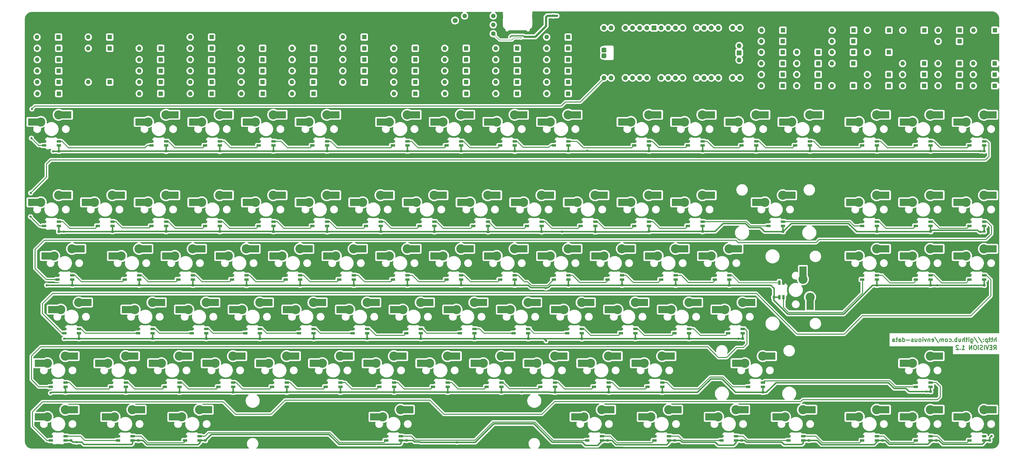
<source format=gbl>
G04 #@! TF.GenerationSoftware,KiCad,Pcbnew,(6.0.2)*
G04 #@! TF.CreationDate,2022-03-10T23:30:07+00:00*
G04 #@! TF.ProjectId,ENV_KB_RGB,454e565f-4b42-45f5-9247-422e6b696361,Rev.1*
G04 #@! TF.SameCoordinates,Original*
G04 #@! TF.FileFunction,Copper,L4,Bot*
G04 #@! TF.FilePolarity,Positive*
%FSLAX46Y46*%
G04 Gerber Fmt 4.6, Leading zero omitted, Abs format (unit mm)*
G04 Created by KiCad (PCBNEW (6.0.2)) date 2022-03-10 23:30:07*
%MOMM*%
%LPD*%
G01*
G04 APERTURE LIST*
G04 Aperture macros list*
%AMRoundRect*
0 Rectangle with rounded corners*
0 $1 Rounding radius*
0 $2 $3 $4 $5 $6 $7 $8 $9 X,Y pos of 4 corners*
0 Add a 4 corners polygon primitive as box body*
4,1,4,$2,$3,$4,$5,$6,$7,$8,$9,$2,$3,0*
0 Add four circle primitives for the rounded corners*
1,1,$1+$1,$2,$3*
1,1,$1+$1,$4,$5*
1,1,$1+$1,$6,$7*
1,1,$1+$1,$8,$9*
0 Add four rect primitives between the rounded corners*
20,1,$1+$1,$2,$3,$4,$5,0*
20,1,$1+$1,$4,$5,$6,$7,0*
20,1,$1+$1,$6,$7,$8,$9,0*
20,1,$1+$1,$8,$9,$2,$3,0*%
G04 Aperture macros list end*
%ADD10C,0.300000*%
G04 #@! TA.AperFunction,NonConductor*
%ADD11C,0.300000*%
G04 #@! TD*
G04 #@! TA.AperFunction,SMDPad,CuDef*
%ADD12R,5.500000X2.500000*%
G04 #@! TD*
G04 #@! TA.AperFunction,ComponentPad*
%ADD13C,3.250000*%
G04 #@! TD*
G04 #@! TA.AperFunction,ComponentPad*
%ADD14R,1.800000X1.800000*%
G04 #@! TD*
G04 #@! TA.AperFunction,ComponentPad*
%ADD15C,1.800000*%
G04 #@! TD*
G04 #@! TA.AperFunction,SMDPad,CuDef*
%ADD16R,2.500000X5.500000*%
G04 #@! TD*
G04 #@! TA.AperFunction,ComponentPad*
%ADD17C,1.600000*%
G04 #@! TD*
G04 #@! TA.AperFunction,ComponentPad*
%ADD18O,1.600000X1.600000*%
G04 #@! TD*
G04 #@! TA.AperFunction,ComponentPad*
%ADD19C,4.400000*%
G04 #@! TD*
G04 #@! TA.AperFunction,ComponentPad*
%ADD20O,1.700000X1.700000*%
G04 #@! TD*
G04 #@! TA.AperFunction,ComponentPad*
%ADD21R,1.700000X1.700000*%
G04 #@! TD*
G04 #@! TA.AperFunction,ComponentPad*
%ADD22RoundRect,0.437500X0.437500X-0.437500X0.437500X0.437500X-0.437500X0.437500X-0.437500X-0.437500X0*%
G04 #@! TD*
G04 #@! TA.AperFunction,ComponentPad*
%ADD23R,1.600000X1.600000*%
G04 #@! TD*
G04 #@! TA.AperFunction,SMDPad,CuDef*
%ADD24RoundRect,0.082000X0.718000X-0.328000X0.718000X0.328000X-0.718000X0.328000X-0.718000X-0.328000X0*%
G04 #@! TD*
G04 #@! TA.AperFunction,SMDPad,CuDef*
%ADD25RoundRect,0.082000X-0.328000X-0.718000X0.328000X-0.718000X0.328000X0.718000X-0.328000X0.718000X0*%
G04 #@! TD*
G04 #@! TA.AperFunction,ComponentPad*
%ADD26O,0.900000X2.100000*%
G04 #@! TD*
G04 #@! TA.AperFunction,SMDPad,CuDef*
%ADD27RoundRect,0.225000X-0.250000X0.225000X-0.250000X-0.225000X0.250000X-0.225000X0.250000X0.225000X0*%
G04 #@! TD*
G04 #@! TA.AperFunction,SMDPad,CuDef*
%ADD28RoundRect,0.225000X0.225000X0.250000X-0.225000X0.250000X-0.225000X-0.250000X0.225000X-0.250000X0*%
G04 #@! TD*
G04 #@! TA.AperFunction,ViaPad*
%ADD29C,0.800000*%
G04 #@! TD*
G04 #@! TA.AperFunction,ViaPad*
%ADD30C,0.400000*%
G04 #@! TD*
G04 #@! TA.AperFunction,Conductor*
%ADD31C,0.250000*%
G04 #@! TD*
G04 #@! TA.AperFunction,Conductor*
%ADD32C,0.800000*%
G04 #@! TD*
G04 #@! TA.AperFunction,Conductor*
%ADD33C,0.500000*%
G04 #@! TD*
G04 #@! TA.AperFunction,Conductor*
%ADD34C,0.400000*%
G04 #@! TD*
G04 #@! TA.AperFunction,Conductor*
%ADD35C,0.150000*%
G04 #@! TD*
G04 #@! TA.AperFunction,Conductor*
%ADD36C,0.350000*%
G04 #@! TD*
G04 APERTURE END LIST*
D10*
D11*
X382147857Y-177303571D02*
X382147857Y-175803571D01*
X381505000Y-177303571D02*
X381505000Y-176517857D01*
X381576428Y-176375000D01*
X381719285Y-176303571D01*
X381933571Y-176303571D01*
X382076428Y-176375000D01*
X382147857Y-176446428D01*
X381005000Y-176303571D02*
X380433571Y-176303571D01*
X380790714Y-175803571D02*
X380790714Y-177089285D01*
X380719285Y-177232142D01*
X380576428Y-177303571D01*
X380433571Y-177303571D01*
X380147857Y-176303571D02*
X379576428Y-176303571D01*
X379933571Y-175803571D02*
X379933571Y-177089285D01*
X379862142Y-177232142D01*
X379719285Y-177303571D01*
X379576428Y-177303571D01*
X379076428Y-176303571D02*
X379076428Y-177803571D01*
X379076428Y-176375000D02*
X378933571Y-176303571D01*
X378647857Y-176303571D01*
X378504999Y-176375000D01*
X378433571Y-176446428D01*
X378362142Y-176589285D01*
X378362142Y-177017857D01*
X378433571Y-177160714D01*
X378504999Y-177232142D01*
X378647857Y-177303571D01*
X378933571Y-177303571D01*
X379076428Y-177232142D01*
X377719285Y-177160714D02*
X377647857Y-177232142D01*
X377719285Y-177303571D01*
X377790714Y-177232142D01*
X377719285Y-177160714D01*
X377719285Y-177303571D01*
X377719285Y-176375000D02*
X377647857Y-176446428D01*
X377719285Y-176517857D01*
X377790714Y-176446428D01*
X377719285Y-176375000D01*
X377719285Y-176517857D01*
X375933571Y-175732142D02*
X377219285Y-177660714D01*
X374362142Y-175732142D02*
X375647857Y-177660714D01*
X373219285Y-176303571D02*
X373219285Y-177517857D01*
X373290714Y-177660714D01*
X373362142Y-177732142D01*
X373505000Y-177803571D01*
X373719285Y-177803571D01*
X373862142Y-177732142D01*
X373219285Y-177232142D02*
X373362142Y-177303571D01*
X373647857Y-177303571D01*
X373790714Y-177232142D01*
X373862142Y-177160714D01*
X373933571Y-177017857D01*
X373933571Y-176589285D01*
X373862142Y-176446428D01*
X373790714Y-176375000D01*
X373647857Y-176303571D01*
X373362142Y-176303571D01*
X373219285Y-176375000D01*
X372504999Y-177303571D02*
X372504999Y-176303571D01*
X372504999Y-175803571D02*
X372576428Y-175875000D01*
X372504999Y-175946428D01*
X372433571Y-175875000D01*
X372504999Y-175803571D01*
X372504999Y-175946428D01*
X372005000Y-176303571D02*
X371433571Y-176303571D01*
X371790714Y-175803571D02*
X371790714Y-177089285D01*
X371719285Y-177232142D01*
X371576428Y-177303571D01*
X371433571Y-177303571D01*
X370933571Y-177303571D02*
X370933571Y-175803571D01*
X370290714Y-177303571D02*
X370290714Y-176517857D01*
X370362142Y-176375000D01*
X370504999Y-176303571D01*
X370719285Y-176303571D01*
X370862142Y-176375000D01*
X370933571Y-176446428D01*
X368933571Y-176303571D02*
X368933571Y-177303571D01*
X369576428Y-176303571D02*
X369576428Y-177089285D01*
X369504999Y-177232142D01*
X369362142Y-177303571D01*
X369147857Y-177303571D01*
X369004999Y-177232142D01*
X368933571Y-177160714D01*
X368219285Y-177303571D02*
X368219285Y-175803571D01*
X368219285Y-176375000D02*
X368076428Y-176303571D01*
X367790714Y-176303571D01*
X367647857Y-176375000D01*
X367576428Y-176446428D01*
X367504999Y-176589285D01*
X367504999Y-177017857D01*
X367576428Y-177160714D01*
X367647857Y-177232142D01*
X367790714Y-177303571D01*
X368076428Y-177303571D01*
X368219285Y-177232142D01*
X366862142Y-177160714D02*
X366790714Y-177232142D01*
X366862142Y-177303571D01*
X366933571Y-177232142D01*
X366862142Y-177160714D01*
X366862142Y-177303571D01*
X365504999Y-177232142D02*
X365647857Y-177303571D01*
X365933571Y-177303571D01*
X366076428Y-177232142D01*
X366147857Y-177160714D01*
X366219285Y-177017857D01*
X366219285Y-176589285D01*
X366147857Y-176446428D01*
X366076428Y-176375000D01*
X365933571Y-176303571D01*
X365647857Y-176303571D01*
X365504999Y-176375000D01*
X364647857Y-177303571D02*
X364790714Y-177232142D01*
X364862142Y-177160714D01*
X364933571Y-177017857D01*
X364933571Y-176589285D01*
X364862142Y-176446428D01*
X364790714Y-176375000D01*
X364647857Y-176303571D01*
X364433571Y-176303571D01*
X364290714Y-176375000D01*
X364219285Y-176446428D01*
X364147857Y-176589285D01*
X364147857Y-177017857D01*
X364219285Y-177160714D01*
X364290714Y-177232142D01*
X364433571Y-177303571D01*
X364647857Y-177303571D01*
X363504999Y-177303571D02*
X363504999Y-176303571D01*
X363504999Y-176446428D02*
X363433571Y-176375000D01*
X363290714Y-176303571D01*
X363076428Y-176303571D01*
X362933571Y-176375000D01*
X362862142Y-176517857D01*
X362862142Y-177303571D01*
X362862142Y-176517857D02*
X362790714Y-176375000D01*
X362647857Y-176303571D01*
X362433571Y-176303571D01*
X362290714Y-176375000D01*
X362219285Y-176517857D01*
X362219285Y-177303571D01*
X360433571Y-175732142D02*
X361719285Y-177660714D01*
X359362142Y-177232142D02*
X359504999Y-177303571D01*
X359790714Y-177303571D01*
X359933571Y-177232142D01*
X360004999Y-177089285D01*
X360004999Y-176517857D01*
X359933571Y-176375000D01*
X359790714Y-176303571D01*
X359504999Y-176303571D01*
X359362142Y-176375000D01*
X359290714Y-176517857D01*
X359290714Y-176660714D01*
X360004999Y-176803571D01*
X358647857Y-176303571D02*
X358647857Y-177303571D01*
X358647857Y-176446428D02*
X358576428Y-176375000D01*
X358433571Y-176303571D01*
X358219285Y-176303571D01*
X358076428Y-176375000D01*
X358004999Y-176517857D01*
X358004999Y-177303571D01*
X357433571Y-176303571D02*
X357076428Y-177303571D01*
X356719285Y-176303571D01*
X356147857Y-177303571D02*
X356147857Y-176303571D01*
X356147857Y-175803571D02*
X356219285Y-175875000D01*
X356147857Y-175946428D01*
X356076428Y-175875000D01*
X356147857Y-175803571D01*
X356147857Y-175946428D01*
X355219285Y-177303571D02*
X355362142Y-177232142D01*
X355433571Y-177160714D01*
X355504999Y-177017857D01*
X355504999Y-176589285D01*
X355433571Y-176446428D01*
X355362142Y-176375000D01*
X355219285Y-176303571D01*
X355004999Y-176303571D01*
X354862142Y-176375000D01*
X354790714Y-176446428D01*
X354719285Y-176589285D01*
X354719285Y-177017857D01*
X354790714Y-177160714D01*
X354862142Y-177232142D01*
X355004999Y-177303571D01*
X355219285Y-177303571D01*
X353433571Y-176303571D02*
X353433571Y-177303571D01*
X354076428Y-176303571D02*
X354076428Y-177089285D01*
X354004999Y-177232142D01*
X353862142Y-177303571D01*
X353647857Y-177303571D01*
X353504999Y-177232142D01*
X353433571Y-177160714D01*
X352790714Y-177232142D02*
X352647857Y-177303571D01*
X352362142Y-177303571D01*
X352219285Y-177232142D01*
X352147857Y-177089285D01*
X352147857Y-177017857D01*
X352219285Y-176875000D01*
X352362142Y-176803571D01*
X352576428Y-176803571D01*
X352719285Y-176732142D01*
X352790714Y-176589285D01*
X352790714Y-176517857D01*
X352719285Y-176375000D01*
X352576428Y-176303571D01*
X352362142Y-176303571D01*
X352219285Y-176375000D01*
X351504999Y-176732142D02*
X350362142Y-176732142D01*
X349004999Y-177303571D02*
X349004999Y-175803571D01*
X349004999Y-177232142D02*
X349147857Y-177303571D01*
X349433571Y-177303571D01*
X349576428Y-177232142D01*
X349647857Y-177160714D01*
X349719285Y-177017857D01*
X349719285Y-176589285D01*
X349647857Y-176446428D01*
X349576428Y-176375000D01*
X349433571Y-176303571D01*
X349147857Y-176303571D01*
X349004999Y-176375000D01*
X347647857Y-177303571D02*
X347647857Y-176517857D01*
X347719285Y-176375000D01*
X347862142Y-176303571D01*
X348147857Y-176303571D01*
X348290714Y-176375000D01*
X347647857Y-177232142D02*
X347790714Y-177303571D01*
X348147857Y-177303571D01*
X348290714Y-177232142D01*
X348362142Y-177089285D01*
X348362142Y-176946428D01*
X348290714Y-176803571D01*
X348147857Y-176732142D01*
X347790714Y-176732142D01*
X347647857Y-176660714D01*
X347147857Y-176303571D02*
X346576428Y-176303571D01*
X346933571Y-175803571D02*
X346933571Y-177089285D01*
X346862142Y-177232142D01*
X346719285Y-177303571D01*
X346576428Y-177303571D01*
X345433571Y-177303571D02*
X345433571Y-176517857D01*
X345504999Y-176375000D01*
X345647857Y-176303571D01*
X345933571Y-176303571D01*
X346076428Y-176375000D01*
X345433571Y-177232142D02*
X345576428Y-177303571D01*
X345933571Y-177303571D01*
X346076428Y-177232142D01*
X346147857Y-177089285D01*
X346147857Y-176946428D01*
X346076428Y-176803571D01*
X345933571Y-176732142D01*
X345576428Y-176732142D01*
X345433571Y-176660714D01*
D10*
D11*
X381290714Y-180153571D02*
X381790714Y-179439285D01*
X382147857Y-180153571D02*
X382147857Y-178653571D01*
X381576428Y-178653571D01*
X381433571Y-178725000D01*
X381362142Y-178796428D01*
X381290714Y-178939285D01*
X381290714Y-179153571D01*
X381362142Y-179296428D01*
X381433571Y-179367857D01*
X381576428Y-179439285D01*
X382147857Y-179439285D01*
X380647857Y-179367857D02*
X380147857Y-179367857D01*
X379933571Y-180153571D02*
X380647857Y-180153571D01*
X380647857Y-178653571D01*
X379933571Y-178653571D01*
X379505000Y-178653571D02*
X379005000Y-180153571D01*
X378505000Y-178653571D01*
X378005000Y-180153571D02*
X378005000Y-178653571D01*
X377362142Y-180082142D02*
X377147857Y-180153571D01*
X376790714Y-180153571D01*
X376647857Y-180082142D01*
X376576428Y-180010714D01*
X376505000Y-179867857D01*
X376505000Y-179725000D01*
X376576428Y-179582142D01*
X376647857Y-179510714D01*
X376790714Y-179439285D01*
X377076428Y-179367857D01*
X377219285Y-179296428D01*
X377290714Y-179225000D01*
X377362142Y-179082142D01*
X377362142Y-178939285D01*
X377290714Y-178796428D01*
X377219285Y-178725000D01*
X377076428Y-178653571D01*
X376719285Y-178653571D01*
X376505000Y-178725000D01*
X375862142Y-180153571D02*
X375862142Y-178653571D01*
X374862142Y-178653571D02*
X374576428Y-178653571D01*
X374433571Y-178725000D01*
X374290714Y-178867857D01*
X374219285Y-179153571D01*
X374219285Y-179653571D01*
X374290714Y-179939285D01*
X374433571Y-180082142D01*
X374576428Y-180153571D01*
X374862142Y-180153571D01*
X375005000Y-180082142D01*
X375147857Y-179939285D01*
X375219285Y-179653571D01*
X375219285Y-179153571D01*
X375147857Y-178867857D01*
X375005000Y-178725000D01*
X374862142Y-178653571D01*
X373576428Y-180153571D02*
X373576428Y-178653571D01*
X372719285Y-180153571D01*
X372719285Y-178653571D01*
X370076428Y-180153571D02*
X370933571Y-180153571D01*
X370505000Y-180153571D02*
X370505000Y-178653571D01*
X370647857Y-178867857D01*
X370790714Y-179010714D01*
X370933571Y-179082142D01*
X369433571Y-180010714D02*
X369362142Y-180082142D01*
X369433571Y-180153571D01*
X369505000Y-180082142D01*
X369433571Y-180010714D01*
X369433571Y-180153571D01*
X368790714Y-178796428D02*
X368719285Y-178725000D01*
X368576428Y-178653571D01*
X368219285Y-178653571D01*
X368076428Y-178725000D01*
X368005000Y-178796428D01*
X367933571Y-178939285D01*
X367933571Y-179082142D01*
X368005000Y-179296428D01*
X368862142Y-180153571D01*
X367933571Y-180153571D01*
D12*
X43496250Y-204020000D03*
D13*
X45296250Y-204020000D03*
X51646250Y-201480000D03*
D12*
X53446250Y-201480000D03*
D13*
X45296250Y-184970000D03*
D12*
X43496250Y-184970000D03*
D13*
X51646250Y-182430000D03*
D12*
X53446250Y-182430000D03*
X64927500Y-184970000D03*
D13*
X66727500Y-184970000D03*
D12*
X74877500Y-182430000D03*
D13*
X73077500Y-182430000D03*
D12*
X350677500Y-184970000D03*
D13*
X352477500Y-184970000D03*
D12*
X360627500Y-182430000D03*
D13*
X358827500Y-182430000D03*
X333427500Y-204020000D03*
D12*
X331627500Y-204020000D03*
D13*
X339777500Y-201480000D03*
D12*
X341577500Y-201480000D03*
D13*
X47677500Y-146870000D03*
D12*
X45877500Y-146870000D03*
D13*
X54027500Y-144330000D03*
D12*
X55827500Y-144330000D03*
D14*
X190050000Y-65750000D03*
D15*
X190050000Y-63210000D03*
D13*
X292946250Y-184970000D03*
D12*
X291146250Y-184970000D03*
X301096250Y-182430000D03*
D13*
X299296250Y-182430000D03*
D12*
X233996250Y-204020000D03*
D13*
X235796250Y-204020000D03*
D12*
X243946250Y-201480000D03*
D13*
X242146250Y-201480000D03*
D16*
X313565000Y-153325000D03*
D13*
X313565000Y-155125000D03*
X316105000Y-161475000D03*
D16*
X316105000Y-163275000D03*
D13*
X81015000Y-99245000D03*
D12*
X79215000Y-99245000D03*
X89165000Y-96705000D03*
D13*
X87365000Y-96705000D03*
X352477500Y-99245000D03*
D12*
X350677500Y-99245000D03*
X360627500Y-96705000D03*
D13*
X358827500Y-96705000D03*
X100065000Y-127820000D03*
D12*
X98265000Y-127820000D03*
X108215000Y-125280000D03*
D13*
X106415000Y-125280000D03*
D12*
X136365000Y-127820000D03*
D13*
X138165000Y-127820000D03*
X144515000Y-125280000D03*
D12*
X146315000Y-125280000D03*
D13*
X252465000Y-127820000D03*
D12*
X250665000Y-127820000D03*
D13*
X258815000Y-125280000D03*
D12*
X260615000Y-125280000D03*
X250665000Y-99245000D03*
D13*
X252465000Y-99245000D03*
D12*
X260615000Y-96705000D03*
D13*
X258815000Y-96705000D03*
X371527500Y-127820000D03*
D12*
X369727500Y-127820000D03*
X379677500Y-125280000D03*
D13*
X377877500Y-125280000D03*
D12*
X288765000Y-99245000D03*
D13*
X290565000Y-99245000D03*
X296915000Y-96705000D03*
D12*
X298715000Y-96705000D03*
D13*
X100065000Y-99245000D03*
D12*
X98265000Y-99245000D03*
D13*
X106415000Y-96705000D03*
D12*
X108215000Y-96705000D03*
D13*
X119115000Y-99245000D03*
D12*
X117315000Y-99245000D03*
D13*
X125465000Y-96705000D03*
D12*
X127265000Y-96705000D03*
D13*
X176265000Y-127820000D03*
D12*
X174465000Y-127820000D03*
X184415000Y-125280000D03*
D13*
X182615000Y-125280000D03*
X333427500Y-127820000D03*
D12*
X331627500Y-127820000D03*
X341577500Y-125280000D03*
D13*
X339777500Y-125280000D03*
X204840000Y-99245000D03*
D12*
X203040000Y-99245000D03*
X212990000Y-96705000D03*
D13*
X211190000Y-96705000D03*
D12*
X269715000Y-99245000D03*
D13*
X271515000Y-99245000D03*
X277865000Y-96705000D03*
D12*
X279665000Y-96705000D03*
X307815000Y-99245000D03*
D13*
X309615000Y-99245000D03*
X315965000Y-96705000D03*
D12*
X317765000Y-96705000D03*
D13*
X61965000Y-127820000D03*
D12*
X60165000Y-127820000D03*
X70115000Y-125280000D03*
D13*
X68315000Y-125280000D03*
X119115000Y-127820000D03*
D12*
X117315000Y-127820000D03*
D13*
X125465000Y-125280000D03*
D12*
X127265000Y-125280000D03*
X369727500Y-99245000D03*
D13*
X371527500Y-99245000D03*
X377877500Y-96705000D03*
D12*
X379677500Y-96705000D03*
X331627500Y-99245000D03*
D13*
X333427500Y-99245000D03*
X339777500Y-96705000D03*
D12*
X341577500Y-96705000D03*
X91121250Y-204020000D03*
D13*
X92921250Y-204020000D03*
D12*
X101071250Y-201480000D03*
D13*
X99271250Y-201480000D03*
X166740000Y-99245000D03*
D12*
X164940000Y-99245000D03*
X174890000Y-96705000D03*
D13*
X173090000Y-96705000D03*
D12*
X155415000Y-127820000D03*
D13*
X157215000Y-127820000D03*
X163565000Y-125280000D03*
D12*
X165365000Y-125280000D03*
D17*
X193440000Y-64750000D03*
D18*
X203600000Y-64750000D03*
D13*
X271515000Y-127820000D03*
D12*
X269715000Y-127820000D03*
X279665000Y-125280000D03*
D13*
X277865000Y-125280000D03*
X300090000Y-127820000D03*
D12*
X298290000Y-127820000D03*
D13*
X306440000Y-125280000D03*
D12*
X308240000Y-125280000D03*
D13*
X50058750Y-165920000D03*
D12*
X48258750Y-165920000D03*
D13*
X56408750Y-163380000D03*
D12*
X58208750Y-163380000D03*
D13*
X42915000Y-99245000D03*
D12*
X41115000Y-99245000D03*
X51065000Y-96705000D03*
D13*
X49265000Y-96705000D03*
D12*
X257808750Y-204020000D03*
D13*
X259608750Y-204020000D03*
D12*
X267758750Y-201480000D03*
D13*
X265958750Y-201480000D03*
D12*
X67308750Y-204020000D03*
D13*
X69108750Y-204020000D03*
X75458750Y-201480000D03*
D12*
X77258750Y-201480000D03*
X212565000Y-127820000D03*
D13*
X214365000Y-127820000D03*
D12*
X222515000Y-125280000D03*
D13*
X220715000Y-125280000D03*
D12*
X281621250Y-204020000D03*
D13*
X283421250Y-204020000D03*
D12*
X291571250Y-201480000D03*
D13*
X289771250Y-201480000D03*
X352477500Y-127820000D03*
D12*
X350677500Y-127820000D03*
D13*
X358827500Y-125280000D03*
D12*
X360627500Y-125280000D03*
D13*
X307233750Y-204020000D03*
D12*
X305433750Y-204020000D03*
X315383750Y-201480000D03*
D13*
X313583750Y-201480000D03*
X42915000Y-127820000D03*
D12*
X41115000Y-127820000D03*
D13*
X49265000Y-125280000D03*
D12*
X51065000Y-125280000D03*
D13*
X195315000Y-127820000D03*
D12*
X193515000Y-127820000D03*
X203465000Y-125280000D03*
D13*
X201665000Y-125280000D03*
D12*
X231615000Y-127820000D03*
D13*
X233415000Y-127820000D03*
X239765000Y-125280000D03*
D12*
X241565000Y-125280000D03*
X260190000Y-146870000D03*
D13*
X261990000Y-146870000D03*
D12*
X270140000Y-144330000D03*
D13*
X268340000Y-144330000D03*
X95302500Y-165920000D03*
D12*
X93502500Y-165920000D03*
X103452500Y-163380000D03*
D13*
X101652500Y-163380000D03*
X166740000Y-146870000D03*
D12*
X164940000Y-146870000D03*
D13*
X173090000Y-144330000D03*
D12*
X174890000Y-144330000D03*
D13*
X223890000Y-146870000D03*
D12*
X222090000Y-146870000D03*
D13*
X230240000Y-144330000D03*
D12*
X232040000Y-144330000D03*
D13*
X242940000Y-146870000D03*
D12*
X241140000Y-146870000D03*
D13*
X249290000Y-144330000D03*
D12*
X251090000Y-144330000D03*
X279240000Y-146870000D03*
D13*
X281040000Y-146870000D03*
D12*
X289190000Y-144330000D03*
D13*
X287390000Y-144330000D03*
D12*
X74452500Y-165920000D03*
D13*
X76252500Y-165920000D03*
D12*
X84402500Y-163380000D03*
D13*
X82602500Y-163380000D03*
X204840000Y-146870000D03*
D12*
X203040000Y-146870000D03*
D13*
X211190000Y-144330000D03*
D12*
X212990000Y-144330000D03*
D13*
X114352500Y-165920000D03*
D12*
X112552500Y-165920000D03*
X122502500Y-163380000D03*
D13*
X120702500Y-163380000D03*
X352477500Y-146870000D03*
D12*
X350677500Y-146870000D03*
D13*
X358827500Y-144330000D03*
D12*
X360627500Y-144330000D03*
X69690000Y-146870000D03*
D13*
X71490000Y-146870000D03*
X77840000Y-144330000D03*
D12*
X79640000Y-144330000D03*
D13*
X90540000Y-146870000D03*
D12*
X88740000Y-146870000D03*
X98690000Y-144330000D03*
D13*
X96890000Y-144330000D03*
X128640000Y-146870000D03*
D12*
X126840000Y-146870000D03*
D13*
X134990000Y-144330000D03*
D12*
X136790000Y-144330000D03*
X107790000Y-146870000D03*
D13*
X109590000Y-146870000D03*
X115940000Y-144330000D03*
D12*
X117740000Y-144330000D03*
D13*
X147690000Y-146870000D03*
D12*
X145890000Y-146870000D03*
X155840000Y-144330000D03*
D13*
X154040000Y-144330000D03*
D12*
X331627500Y-146870000D03*
D13*
X333427500Y-146870000D03*
X339777500Y-144330000D03*
D12*
X341577500Y-144330000D03*
X369727500Y-146870000D03*
D13*
X371527500Y-146870000D03*
X377877500Y-144330000D03*
D12*
X379677500Y-144330000D03*
D13*
X185790000Y-146870000D03*
D12*
X183990000Y-146870000D03*
D13*
X192140000Y-144330000D03*
D12*
X193940000Y-144330000D03*
D13*
X133402500Y-165920000D03*
D12*
X131602500Y-165920000D03*
D13*
X139752500Y-163380000D03*
D12*
X141552500Y-163380000D03*
D13*
X190552500Y-165920000D03*
D12*
X188752500Y-165920000D03*
X198702500Y-163380000D03*
D13*
X196902500Y-163380000D03*
X200077500Y-184970000D03*
D12*
X198277500Y-184970000D03*
X208227500Y-182430000D03*
D13*
X206427500Y-182430000D03*
X152452500Y-165920000D03*
D12*
X150652500Y-165920000D03*
D13*
X158802500Y-163380000D03*
D12*
X160602500Y-163380000D03*
D13*
X171502500Y-165920000D03*
D12*
X169702500Y-165920000D03*
X179652500Y-163380000D03*
D13*
X177852500Y-163380000D03*
X209602500Y-165920000D03*
D12*
X207802500Y-165920000D03*
D13*
X215952500Y-163380000D03*
D12*
X217752500Y-163380000D03*
X226852500Y-165920000D03*
D13*
X228652500Y-165920000D03*
D12*
X236802500Y-163380000D03*
D13*
X235002500Y-163380000D03*
X142927500Y-184970000D03*
D12*
X141127500Y-184970000D03*
D13*
X149277500Y-182430000D03*
D12*
X151077500Y-182430000D03*
X160177500Y-184970000D03*
D13*
X161977500Y-184970000D03*
D12*
X170127500Y-182430000D03*
D13*
X168327500Y-182430000D03*
X247702500Y-165920000D03*
D12*
X245902500Y-165920000D03*
D13*
X254052500Y-163380000D03*
D12*
X255852500Y-163380000D03*
X236377500Y-184970000D03*
D13*
X238177500Y-184970000D03*
X244527500Y-182430000D03*
D12*
X246327500Y-182430000D03*
D13*
X266752500Y-165920000D03*
D12*
X264952500Y-165920000D03*
X274902500Y-163380000D03*
D13*
X273102500Y-163380000D03*
D12*
X217327500Y-184970000D03*
D13*
X219127500Y-184970000D03*
D12*
X227277500Y-182430000D03*
D13*
X225477500Y-182430000D03*
D12*
X284002500Y-165920000D03*
D13*
X285802500Y-165920000D03*
D12*
X293952500Y-163380000D03*
D13*
X292152500Y-163380000D03*
X85777500Y-184970000D03*
D12*
X83977500Y-184970000D03*
X93927500Y-182430000D03*
D13*
X92127500Y-182430000D03*
D12*
X122077500Y-184970000D03*
D13*
X123877500Y-184970000D03*
D12*
X132027500Y-182430000D03*
D13*
X130227500Y-182430000D03*
X181027500Y-184970000D03*
D12*
X179227500Y-184970000D03*
D13*
X187377500Y-182430000D03*
D12*
X189177500Y-182430000D03*
X103027500Y-184970000D03*
D13*
X104827500Y-184970000D03*
D12*
X112977500Y-182430000D03*
D13*
X111177500Y-182430000D03*
D12*
X255427500Y-184970000D03*
D13*
X257227500Y-184970000D03*
D12*
X265377500Y-182430000D03*
D13*
X263577500Y-182430000D03*
D12*
X79215000Y-127820000D03*
D13*
X81015000Y-127820000D03*
D12*
X89165000Y-125280000D03*
D13*
X87365000Y-125280000D03*
D12*
X136365000Y-99245000D03*
D13*
X138165000Y-99245000D03*
D12*
X146315000Y-96705000D03*
D13*
X144515000Y-96705000D03*
D12*
X350677500Y-204020000D03*
D13*
X352477500Y-204020000D03*
X358827500Y-201480000D03*
D12*
X360627500Y-201480000D03*
X369727500Y-204020000D03*
D13*
X371527500Y-204020000D03*
D12*
X379677500Y-201480000D03*
D13*
X377877500Y-201480000D03*
D12*
X183990000Y-99245000D03*
D13*
X185790000Y-99245000D03*
D12*
X193940000Y-96705000D03*
D13*
X192140000Y-96705000D03*
X223890000Y-99245000D03*
D12*
X222090000Y-99245000D03*
X232040000Y-96705000D03*
D13*
X230240000Y-96705000D03*
D19*
X376075000Y-116060000D03*
X325267000Y-209905000D03*
D20*
X242920000Y-83600000D03*
X245460000Y-83600000D03*
D21*
X248000000Y-83600000D03*
D20*
X250540000Y-83600000D03*
X253080000Y-83600000D03*
X255620000Y-83600000D03*
X258160000Y-83600000D03*
D21*
X260700000Y-83600000D03*
D20*
X263240000Y-83600000D03*
X265780000Y-83600000D03*
X268320000Y-83600000D03*
X270860000Y-83600000D03*
D21*
X273400000Y-83600000D03*
D20*
X275940000Y-83600000D03*
X278480000Y-83600000D03*
X281020000Y-83600000D03*
X283560000Y-83600000D03*
D21*
X286100000Y-83600000D03*
D20*
X288640000Y-83600000D03*
X291180000Y-83600000D03*
X291180000Y-65820000D03*
X288640000Y-65820000D03*
D21*
X286100000Y-65820000D03*
D20*
X283560000Y-65820000D03*
X281020000Y-65820000D03*
X278480000Y-65820000D03*
X275940000Y-65820000D03*
D21*
X273400000Y-65820000D03*
D20*
X270860000Y-65820000D03*
X268320000Y-65820000D03*
X265780000Y-65820000D03*
X263240000Y-65820000D03*
D21*
X260700000Y-65820000D03*
D20*
X258160000Y-65820000D03*
X255620000Y-65820000D03*
X253080000Y-65820000D03*
X250540000Y-65820000D03*
D21*
X248000000Y-65820000D03*
D20*
X245460000Y-65820000D03*
X242920000Y-65820000D03*
X290950000Y-77250000D03*
D21*
X290950000Y-74710000D03*
D20*
X290950000Y-72170000D03*
D22*
X242925000Y-73694000D03*
X242925000Y-75726000D03*
D19*
X212225000Y-116085000D03*
X377867000Y-62705000D03*
X209225000Y-210185000D03*
X40167000Y-196305000D03*
D17*
X203600000Y-61600000D03*
D18*
X193440000Y-61600000D03*
D23*
X369200000Y-86400000D03*
D18*
X361580000Y-86400000D03*
D23*
X356600000Y-86400000D03*
D18*
X348980000Y-86400000D03*
D23*
X344100000Y-86400000D03*
D18*
X336480000Y-86400000D03*
D23*
X319000000Y-86400000D03*
D18*
X311380000Y-86400000D03*
D23*
X331500000Y-86400000D03*
D18*
X323880000Y-86400000D03*
D23*
X381700000Y-86400000D03*
D18*
X374080000Y-86400000D03*
D23*
X306400000Y-86400000D03*
D18*
X298780000Y-86400000D03*
D23*
X344125000Y-66685000D03*
D18*
X336505000Y-66685000D03*
D19*
X41267000Y-63405000D03*
D12*
X162558750Y-204020000D03*
D13*
X164358750Y-204020000D03*
D12*
X172508750Y-201480000D03*
D13*
X170708750Y-201480000D03*
D23*
X306400000Y-82400000D03*
D18*
X298780000Y-82400000D03*
D23*
X319000000Y-82400000D03*
D18*
X311380000Y-82400000D03*
D23*
X344100000Y-82400000D03*
D18*
X336480000Y-82400000D03*
D23*
X356600000Y-82400000D03*
D18*
X348980000Y-82400000D03*
D23*
X369200000Y-82400000D03*
D18*
X361580000Y-82400000D03*
D23*
X381700000Y-82400000D03*
D18*
X374080000Y-82400000D03*
D23*
X306400000Y-78500000D03*
D18*
X298780000Y-78500000D03*
D23*
X319000000Y-78500000D03*
D18*
X311380000Y-78500000D03*
D23*
X331500000Y-78500000D03*
D18*
X323880000Y-78500000D03*
D23*
X356600000Y-78500000D03*
D18*
X348980000Y-78500000D03*
D23*
X369200000Y-78500000D03*
D18*
X361580000Y-78500000D03*
D23*
X381700000Y-78500000D03*
D18*
X374080000Y-78500000D03*
D23*
X306400000Y-74500000D03*
D18*
X298780000Y-74500000D03*
D23*
X319000000Y-74500000D03*
D18*
X311380000Y-74500000D03*
D23*
X331500000Y-74500000D03*
D18*
X323880000Y-74500000D03*
D23*
X344100000Y-74500000D03*
D18*
X336480000Y-74500000D03*
D23*
X306400000Y-70600000D03*
D18*
X298780000Y-70600000D03*
D23*
X331500000Y-70600000D03*
D18*
X323880000Y-70600000D03*
D23*
X369200000Y-70600000D03*
D18*
X361580000Y-70600000D03*
D23*
X306475000Y-66685000D03*
D18*
X298855000Y-66685000D03*
D23*
X331575000Y-66685000D03*
D18*
X323955000Y-66685000D03*
D23*
X356675000Y-66685000D03*
D18*
X349055000Y-66685000D03*
D23*
X369225000Y-66685000D03*
D18*
X361605000Y-66685000D03*
D23*
X381775000Y-66685000D03*
D18*
X374155000Y-66685000D03*
D19*
X48375000Y-116085000D03*
D23*
X49300000Y-73100000D03*
D18*
X41680000Y-73100000D03*
D23*
X49300000Y-81100000D03*
D18*
X41680000Y-81100000D03*
D23*
X103625000Y-89185000D03*
D18*
X96005000Y-89185000D03*
D23*
X49325000Y-89185000D03*
D18*
X41705000Y-89185000D03*
D23*
X85525000Y-89185000D03*
D18*
X77905000Y-89185000D03*
D23*
X121725000Y-89185000D03*
D18*
X114105000Y-89185000D03*
D23*
X49300000Y-77100000D03*
D18*
X41680000Y-77100000D03*
D23*
X49200000Y-69100000D03*
D18*
X41580000Y-69100000D03*
D23*
X139775000Y-89185000D03*
D18*
X132155000Y-89185000D03*
D23*
X212125000Y-89185000D03*
D18*
X204505000Y-89185000D03*
D23*
X230225000Y-89185000D03*
D18*
X222605000Y-89185000D03*
D23*
X49300000Y-85100000D03*
D18*
X41680000Y-85100000D03*
D23*
X194025000Y-89185000D03*
D18*
X186405000Y-89185000D03*
D23*
X175965000Y-89185000D03*
D18*
X168345000Y-89185000D03*
D23*
X175900000Y-73100000D03*
D18*
X168280000Y-73100000D03*
D23*
X212100000Y-77100000D03*
D18*
X204480000Y-77100000D03*
D23*
X230200000Y-77100000D03*
D18*
X222580000Y-77100000D03*
D23*
X85500000Y-73100000D03*
D18*
X77880000Y-73100000D03*
D23*
X67400000Y-73100000D03*
D18*
X59780000Y-73100000D03*
D23*
X230200000Y-73100000D03*
D18*
X222580000Y-73100000D03*
D23*
X212100000Y-73100000D03*
D18*
X204480000Y-73100000D03*
D23*
X103600000Y-73100000D03*
D18*
X95980000Y-73100000D03*
D23*
X194000000Y-73100000D03*
D18*
X186380000Y-73100000D03*
D23*
X121700000Y-73100000D03*
D18*
X114080000Y-73100000D03*
D23*
X139800000Y-73100000D03*
D18*
X132180000Y-73100000D03*
D23*
X157800000Y-73100000D03*
D18*
X150180000Y-73100000D03*
D23*
X157800000Y-81100000D03*
D18*
X150180000Y-81100000D03*
D23*
X175900000Y-81100000D03*
D18*
X168280000Y-81100000D03*
D23*
X230200000Y-85100000D03*
D18*
X222580000Y-85100000D03*
D23*
X139800000Y-81100000D03*
D18*
X132180000Y-81100000D03*
D23*
X121700000Y-81100000D03*
D18*
X114080000Y-81100000D03*
D23*
X157800000Y-85100000D03*
D18*
X150180000Y-85100000D03*
D23*
X175900000Y-85100000D03*
D18*
X168280000Y-85100000D03*
D23*
X85500000Y-81100000D03*
D18*
X77880000Y-81100000D03*
D23*
X103600000Y-81100000D03*
D18*
X95980000Y-81100000D03*
D23*
X194000000Y-85100000D03*
D18*
X186380000Y-85100000D03*
D23*
X212100000Y-85100000D03*
D18*
X204480000Y-85100000D03*
D23*
X175900000Y-77100000D03*
D18*
X168280000Y-77100000D03*
D23*
X121700000Y-77100000D03*
D18*
X114080000Y-77100000D03*
D23*
X157800000Y-77100000D03*
D18*
X150180000Y-77100000D03*
D23*
X194000000Y-81100000D03*
D18*
X186380000Y-81100000D03*
D23*
X212100000Y-81100000D03*
D18*
X204480000Y-81100000D03*
D23*
X194000000Y-77100000D03*
D18*
X186380000Y-77100000D03*
D23*
X230200000Y-81100000D03*
D18*
X222580000Y-81100000D03*
D23*
X85500000Y-77100000D03*
D18*
X77880000Y-77100000D03*
D23*
X103600000Y-77100000D03*
D18*
X95980000Y-77100000D03*
D23*
X139800000Y-77100000D03*
D18*
X132180000Y-77100000D03*
D23*
X67400000Y-69100000D03*
D18*
X59780000Y-69100000D03*
D23*
X103600000Y-69100000D03*
D18*
X95980000Y-69100000D03*
D23*
X157800000Y-69100000D03*
D18*
X150180000Y-69100000D03*
D23*
X230200000Y-69100000D03*
D18*
X222580000Y-69100000D03*
D23*
X85500000Y-85100000D03*
D18*
X77880000Y-85100000D03*
D23*
X139700000Y-85100000D03*
D18*
X132080000Y-85100000D03*
D23*
X103600000Y-85100000D03*
D18*
X95980000Y-85100000D03*
D23*
X121700000Y-85100000D03*
D18*
X114080000Y-85100000D03*
D23*
X67400000Y-85100000D03*
D18*
X59780000Y-85100000D03*
D24*
X49325000Y-107615000D03*
X49325000Y-106115000D03*
X44125000Y-106115000D03*
X44125000Y-107615000D03*
X87425000Y-107615000D03*
X87425000Y-106115000D03*
X82225000Y-106115000D03*
X82225000Y-107615000D03*
X106475000Y-107615000D03*
X106475000Y-106115000D03*
X101275000Y-106115000D03*
X101275000Y-107615000D03*
X125525000Y-107615000D03*
X125525000Y-106115000D03*
X120325000Y-106115000D03*
X120325000Y-107615000D03*
X144575000Y-107615000D03*
X144575000Y-106115000D03*
X139375000Y-106115000D03*
X139375000Y-107615000D03*
X173150000Y-107615000D03*
X173150000Y-106115000D03*
X167950000Y-106115000D03*
X167950000Y-107615000D03*
X192200000Y-107615000D03*
X192200000Y-106115000D03*
X187000000Y-106115000D03*
X187000000Y-107615000D03*
X211250000Y-107615000D03*
X211250000Y-106115000D03*
X206050000Y-106115000D03*
X206050000Y-107615000D03*
X230300000Y-107615000D03*
X230300000Y-106115000D03*
X225100000Y-106115000D03*
X225100000Y-107615000D03*
X258875000Y-107615000D03*
X258875000Y-106115000D03*
X253675000Y-106115000D03*
X253675000Y-107615000D03*
X277925000Y-107615000D03*
X277925000Y-106115000D03*
X272725000Y-106115000D03*
X272725000Y-107615000D03*
X296975000Y-107615000D03*
X296975000Y-106115000D03*
X291775000Y-106115000D03*
X291775000Y-107615000D03*
X316025000Y-107615000D03*
X316025000Y-106115000D03*
X310825000Y-106115000D03*
X310825000Y-107615000D03*
X339837500Y-107615000D03*
X339837500Y-106115000D03*
X334637500Y-106115000D03*
X334637500Y-107615000D03*
X358887500Y-107615000D03*
X358887500Y-106115000D03*
X353687500Y-106115000D03*
X353687500Y-107615000D03*
X377937500Y-107615000D03*
X377937500Y-106115000D03*
X372737500Y-106115000D03*
X372737500Y-107615000D03*
X49325000Y-136190000D03*
X49325000Y-134690000D03*
X44125000Y-134690000D03*
X44125000Y-136190000D03*
X68375000Y-136190000D03*
X68375000Y-134690000D03*
X63175000Y-134690000D03*
X63175000Y-136190000D03*
X87425000Y-136190000D03*
X87425000Y-134690000D03*
X82225000Y-134690000D03*
X82225000Y-136190000D03*
X106475000Y-136190000D03*
X106475000Y-134690000D03*
X101275000Y-134690000D03*
X101275000Y-136190000D03*
X125525000Y-136190000D03*
X125525000Y-134690000D03*
X120325000Y-134690000D03*
X120325000Y-136190000D03*
X144575000Y-136190000D03*
X144575000Y-134690000D03*
X139375000Y-134690000D03*
X139375000Y-136190000D03*
X163625000Y-136190000D03*
X163625000Y-134690000D03*
X158425000Y-134690000D03*
X158425000Y-136190000D03*
X182675000Y-136190000D03*
X182675000Y-134690000D03*
X177475000Y-134690000D03*
X177475000Y-136190000D03*
X201725000Y-136190000D03*
X201725000Y-134690000D03*
X196525000Y-134690000D03*
X196525000Y-136190000D03*
X220775000Y-136190000D03*
X220775000Y-134690000D03*
X215575000Y-134690000D03*
X215575000Y-136190000D03*
X239825000Y-136190000D03*
X239825000Y-134690000D03*
X234625000Y-134690000D03*
X234625000Y-136190000D03*
X258875000Y-136190000D03*
X258875000Y-134690000D03*
X253675000Y-134690000D03*
X253675000Y-136190000D03*
X277925000Y-136190000D03*
X277925000Y-134690000D03*
X272725000Y-134690000D03*
X272725000Y-136190000D03*
X306500000Y-136190000D03*
X306500000Y-134690000D03*
X301300000Y-134690000D03*
X301300000Y-136190000D03*
X339837500Y-136190000D03*
X339837500Y-134690000D03*
X334637500Y-134690000D03*
X334637500Y-136190000D03*
X358887500Y-136190000D03*
X358887500Y-134690000D03*
X353687500Y-134690000D03*
X353687500Y-136190000D03*
X377937500Y-136190000D03*
X377937500Y-134690000D03*
X372737500Y-134690000D03*
X372737500Y-136190000D03*
X54087500Y-155240000D03*
X54087500Y-153740000D03*
X48887500Y-153740000D03*
X48887500Y-155240000D03*
X77900000Y-155240000D03*
X77900000Y-153740000D03*
X72700000Y-153740000D03*
X72700000Y-155240000D03*
X96950000Y-155240000D03*
X96950000Y-153740000D03*
X91750000Y-153740000D03*
X91750000Y-155240000D03*
X116000000Y-155240000D03*
X116000000Y-153740000D03*
X110800000Y-153740000D03*
X110800000Y-155240000D03*
X135050000Y-155240000D03*
X135050000Y-153740000D03*
X129850000Y-153740000D03*
X129850000Y-155240000D03*
X154100000Y-155240000D03*
X154100000Y-153740000D03*
X148900000Y-153740000D03*
X148900000Y-155240000D03*
X173150000Y-155240000D03*
X173150000Y-153740000D03*
X167950000Y-153740000D03*
X167950000Y-155240000D03*
X192200000Y-155240000D03*
X192200000Y-153740000D03*
X187000000Y-153740000D03*
X187000000Y-155240000D03*
X211250000Y-155240000D03*
X211250000Y-153740000D03*
X206050000Y-153740000D03*
X206050000Y-155240000D03*
X230300000Y-155240000D03*
X230300000Y-153740000D03*
X225100000Y-153740000D03*
X225100000Y-155240000D03*
X249350000Y-155240000D03*
X249350000Y-153740000D03*
X244150000Y-153740000D03*
X244150000Y-155240000D03*
X268400000Y-155240000D03*
X268400000Y-153740000D03*
X263200000Y-153740000D03*
X263200000Y-155240000D03*
X287450000Y-155240000D03*
X287450000Y-153740000D03*
X282250000Y-153740000D03*
X282250000Y-155240000D03*
D25*
X305195000Y-161535000D03*
X306695000Y-161535000D03*
X306695000Y-156335000D03*
X305195000Y-156335000D03*
D24*
X339837500Y-155240000D03*
X339837500Y-153740000D03*
X334637500Y-153740000D03*
X334637500Y-155240000D03*
X358887500Y-155240000D03*
X358887500Y-153740000D03*
X353687500Y-153740000D03*
X353687500Y-155240000D03*
X377937500Y-155240000D03*
X377937500Y-153740000D03*
X372737500Y-153740000D03*
X372737500Y-155240000D03*
X56468750Y-174290000D03*
X56468750Y-172790000D03*
X51268750Y-172790000D03*
X51268750Y-174290000D03*
X82662500Y-174290000D03*
X82662500Y-172790000D03*
X77462500Y-172790000D03*
X77462500Y-174290000D03*
X101712500Y-174290000D03*
X101712500Y-172790000D03*
X96512500Y-172790000D03*
X96512500Y-174290000D03*
X120762500Y-174290000D03*
X120762500Y-172790000D03*
X115562500Y-172790000D03*
X115562500Y-174290000D03*
X139812500Y-174290000D03*
X139812500Y-172790000D03*
X134612500Y-172790000D03*
X134612500Y-174290000D03*
X158862500Y-174290000D03*
X158862500Y-172790000D03*
X153662500Y-172790000D03*
X153662500Y-174290000D03*
X177912500Y-174290000D03*
X177912500Y-172790000D03*
X172712500Y-172790000D03*
X172712500Y-174290000D03*
X196962500Y-174290000D03*
X196962500Y-172790000D03*
X191762500Y-172790000D03*
X191762500Y-174290000D03*
X216012500Y-174290000D03*
X216012500Y-172790000D03*
X210812500Y-172790000D03*
X210812500Y-174290000D03*
X235062500Y-174290000D03*
X235062500Y-172790000D03*
X229862500Y-172790000D03*
X229862500Y-174290000D03*
X254112500Y-174290000D03*
X254112500Y-172790000D03*
X248912500Y-172790000D03*
X248912500Y-174290000D03*
X273162500Y-174290000D03*
X273162500Y-172790000D03*
X267962500Y-172790000D03*
X267962500Y-174290000D03*
X292212500Y-174290000D03*
X292212500Y-172790000D03*
X287012500Y-172790000D03*
X287012500Y-174290000D03*
X51706250Y-193340000D03*
X51706250Y-191840000D03*
X46506250Y-191840000D03*
X46506250Y-193340000D03*
X73137500Y-193340000D03*
X73137500Y-191840000D03*
X67937500Y-191840000D03*
X67937500Y-193340000D03*
X92187500Y-193340000D03*
X92187500Y-191840000D03*
X86987500Y-191840000D03*
X86987500Y-193340000D03*
X111237500Y-193340000D03*
X111237500Y-191840000D03*
X106037500Y-191840000D03*
X106037500Y-193340000D03*
X130287500Y-193340000D03*
X130287500Y-191840000D03*
X125087500Y-191840000D03*
X125087500Y-193340000D03*
X149337500Y-193340000D03*
X149337500Y-191840000D03*
X144137500Y-191840000D03*
X144137500Y-193340000D03*
X168387500Y-193340000D03*
X168387500Y-191840000D03*
X163187500Y-191840000D03*
X163187500Y-193340000D03*
X187437500Y-193340000D03*
X187437500Y-191840000D03*
X182237500Y-191840000D03*
X182237500Y-193340000D03*
X206487500Y-193340000D03*
X206487500Y-191840000D03*
X201287500Y-191840000D03*
X201287500Y-193340000D03*
X225537500Y-193340000D03*
X225537500Y-191840000D03*
X220337500Y-191840000D03*
X220337500Y-193340000D03*
X244587500Y-193340000D03*
X244587500Y-191840000D03*
X239387500Y-191840000D03*
X239387500Y-193340000D03*
X263637500Y-193340000D03*
X263637500Y-191840000D03*
X258437500Y-191840000D03*
X258437500Y-193340000D03*
X299356250Y-193340000D03*
X299356250Y-191840000D03*
X294156250Y-191840000D03*
X294156250Y-193340000D03*
X358887500Y-193340000D03*
X358887500Y-191840000D03*
X353687500Y-191840000D03*
X353687500Y-193340000D03*
X51706250Y-212390000D03*
X51706250Y-210890000D03*
X46506250Y-210890000D03*
X46506250Y-212390000D03*
X75518750Y-212390000D03*
X75518750Y-210890000D03*
X70318750Y-210890000D03*
X70318750Y-212390000D03*
X99331250Y-212390000D03*
X99331250Y-210890000D03*
X94131250Y-210890000D03*
X94131250Y-212390000D03*
X170768750Y-212390000D03*
X170768750Y-210890000D03*
X165568750Y-210890000D03*
X165568750Y-212390000D03*
X242206250Y-212390000D03*
X242206250Y-210890000D03*
X237006250Y-210890000D03*
X237006250Y-212390000D03*
X266018750Y-212390000D03*
X266018750Y-210890000D03*
X260818750Y-210890000D03*
X260818750Y-212390000D03*
X289831250Y-212390000D03*
X289831250Y-210890000D03*
X284631250Y-210890000D03*
X284631250Y-212390000D03*
X313643750Y-212390000D03*
X313643750Y-210890000D03*
X308443750Y-210890000D03*
X308443750Y-212390000D03*
X339837500Y-212390000D03*
X339837500Y-210890000D03*
X334637500Y-210890000D03*
X334637500Y-212390000D03*
X358887500Y-212390000D03*
X358887500Y-210890000D03*
X353687500Y-210890000D03*
X353687500Y-212390000D03*
X377937500Y-212390000D03*
X377937500Y-210890000D03*
X372737500Y-210890000D03*
X372737500Y-212390000D03*
D19*
X379667000Y-193405000D03*
D17*
X203600000Y-67900000D03*
D18*
X193440000Y-67900000D03*
D26*
X217825000Y-61830000D03*
X217825000Y-66430000D03*
X206675000Y-61830000D03*
X206675000Y-66430000D03*
D27*
X106475000Y-138175000D03*
X106475000Y-139725000D03*
X73150000Y-195300000D03*
X73150000Y-196850000D03*
X87425000Y-138175000D03*
X87425000Y-139725000D03*
X135050000Y-157275000D03*
X135050000Y-158825000D03*
X211250000Y-157225000D03*
X211250000Y-158775000D03*
X172790000Y-212385000D03*
X172790000Y-213935000D03*
X192200000Y-157225000D03*
X192200000Y-158775000D03*
X358900000Y-157275000D03*
X358900000Y-158825000D03*
X173150000Y-109625000D03*
X173150000Y-111175000D03*
X277925000Y-109625000D03*
X277925000Y-111175000D03*
X201725000Y-138275000D03*
X201725000Y-139825000D03*
X116000000Y-157300000D03*
X116000000Y-158850000D03*
X277925000Y-138175000D03*
X277925000Y-139725000D03*
X211250000Y-109650000D03*
X211250000Y-111200000D03*
X315680000Y-212375000D03*
X315680000Y-213925000D03*
D28*
X303250000Y-161525000D03*
X301700000Y-161525000D03*
D27*
X258875000Y-109625000D03*
X258875000Y-111175000D03*
X287450000Y-157275000D03*
X287450000Y-158825000D03*
X268400000Y-157225000D03*
X268400000Y-158775000D03*
X187450000Y-195300000D03*
X187450000Y-196850000D03*
X101700000Y-176250000D03*
X101700000Y-177800000D03*
X163625000Y-138200000D03*
X163625000Y-139750000D03*
X87425000Y-109650000D03*
X87425000Y-111200000D03*
X268020000Y-212405000D03*
X268020000Y-213955000D03*
X149325000Y-195300000D03*
X149325000Y-196850000D03*
X125525000Y-109625000D03*
X125525000Y-111175000D03*
X224920000Y-61545000D03*
X224920000Y-63095000D03*
X92175000Y-195300000D03*
X92175000Y-196850000D03*
X139825000Y-176250000D03*
X139825000Y-177800000D03*
X206475000Y-195300000D03*
X206475000Y-196850000D03*
X130300000Y-195250000D03*
X130300000Y-196800000D03*
X173150000Y-157275000D03*
X173150000Y-158825000D03*
X360900000Y-212375000D03*
X360900000Y-213925000D03*
X306500000Y-138225000D03*
X306500000Y-139775000D03*
X339850000Y-138225000D03*
X339850000Y-139775000D03*
X358900000Y-138175000D03*
X358900000Y-139725000D03*
X339850000Y-157250000D03*
X339850000Y-158800000D03*
X49325000Y-109675000D03*
X49325000Y-111225000D03*
X296975000Y-109600000D03*
X296975000Y-111150000D03*
X263625000Y-195300000D03*
X263625000Y-196850000D03*
X196950000Y-176250000D03*
X196950000Y-177800000D03*
X56475000Y-176225000D03*
X56475000Y-177775000D03*
X168375000Y-195275000D03*
X168375000Y-196825000D03*
X54100000Y-157250000D03*
X54100000Y-158800000D03*
X299375000Y-195300000D03*
X299375000Y-196850000D03*
X358900000Y-195025000D03*
X358900000Y-196575000D03*
X377940000Y-109585000D03*
X377940000Y-111135000D03*
X316025000Y-109625000D03*
X316025000Y-111175000D03*
X106475000Y-109650000D03*
X106475000Y-111200000D03*
X177900000Y-176250000D03*
X177900000Y-177800000D03*
X182675000Y-138250000D03*
X182675000Y-139800000D03*
X341900000Y-212385000D03*
X341900000Y-213935000D03*
X235050000Y-176275000D03*
X235050000Y-177825000D03*
X120750000Y-176250000D03*
X120750000Y-177800000D03*
X111225000Y-195300000D03*
X111225000Y-196850000D03*
X154100000Y-157250000D03*
X154100000Y-158800000D03*
X377950000Y-138175000D03*
X377950000Y-139725000D03*
X144575000Y-109625000D03*
X144575000Y-111175000D03*
X292200000Y-176250000D03*
X292200000Y-177800000D03*
X96950000Y-157250000D03*
X96950000Y-158800000D03*
X339850000Y-109625000D03*
X339850000Y-111175000D03*
X258875000Y-138175000D03*
X258875000Y-139725000D03*
X273150000Y-176250000D03*
X273150000Y-177800000D03*
X68375000Y-138225000D03*
X68375000Y-139775000D03*
X358875000Y-109575000D03*
X358875000Y-111125000D03*
X291830000Y-212395000D03*
X291830000Y-213945000D03*
X244600000Y-195275000D03*
X244600000Y-196825000D03*
X77550000Y-212395000D03*
X77550000Y-213945000D03*
X239825000Y-138325000D03*
X239825000Y-139875000D03*
X82650000Y-176225000D03*
X82650000Y-177775000D03*
X53700000Y-212395000D03*
X53700000Y-213945000D03*
X216025000Y-176250000D03*
X216025000Y-177800000D03*
X101330000Y-212395000D03*
X101330000Y-213945000D03*
X244190000Y-212385000D03*
X244190000Y-213935000D03*
X230300000Y-109625000D03*
X230300000Y-111175000D03*
X192200000Y-109625000D03*
X192200000Y-111175000D03*
X77900000Y-157225000D03*
X77900000Y-158775000D03*
X230300000Y-157275000D03*
X230300000Y-158825000D03*
X379930000Y-212395000D03*
X379930000Y-213945000D03*
X377925000Y-157275000D03*
X377925000Y-158825000D03*
X49325000Y-138200000D03*
X49325000Y-139750000D03*
X144575000Y-138250000D03*
X144575000Y-139800000D03*
X249350000Y-157225000D03*
X249350000Y-158775000D03*
X158850000Y-176225000D03*
X158850000Y-177775000D03*
X254100000Y-176250000D03*
X254100000Y-177800000D03*
X225525000Y-195300000D03*
X225525000Y-196850000D03*
X51700000Y-195300000D03*
X51700000Y-196850000D03*
X220750000Y-138250000D03*
X220750000Y-139800000D03*
X125525000Y-138225000D03*
X125525000Y-139775000D03*
D29*
X51100000Y-138200000D03*
X55595481Y-213014519D03*
X236950000Y-109475000D03*
X214700020Y-69000000D03*
X213750000Y-195250000D03*
X47315000Y-109675000D03*
X357425000Y-195025000D03*
X380585000Y-210825000D03*
X361275000Y-157250000D03*
X46375000Y-195550000D03*
X223500000Y-61550000D03*
X45000000Y-157250000D03*
X190670000Y-213090000D03*
X222380000Y-177030000D03*
D30*
X209575000Y-69025000D03*
D29*
X222262995Y-158259500D03*
X376625000Y-138325000D03*
X376605000Y-109575000D03*
X228050000Y-138250000D03*
X51225000Y-176225000D03*
X226250000Y-61550000D03*
X290650000Y-176250000D03*
X377692000Y-83955000D03*
X59792000Y-89180000D03*
X303825000Y-72610000D03*
X376192000Y-74155000D03*
X352615000Y-81445000D03*
X343925000Y-89485000D03*
X40592000Y-114530000D03*
X303825000Y-68735000D03*
D30*
X213500000Y-69400000D03*
D29*
X39321000Y-124491000D03*
X39276000Y-132934000D03*
X39770000Y-94640000D03*
X39601000Y-105029000D03*
D31*
X49265000Y-96705000D02*
X52516200Y-96705000D01*
D32*
X223500000Y-61550000D02*
X226250000Y-61550000D01*
X226250000Y-61550000D02*
X226250000Y-61550000D01*
D33*
X79221796Y-212395000D02*
X80711306Y-213884510D01*
X358875000Y-109575000D02*
X376605000Y-109575000D01*
X239825000Y-138325000D02*
X239825000Y-136190000D01*
X377950000Y-136202500D02*
X377937500Y-136190000D01*
X318701796Y-212375000D02*
X320211306Y-213884510D01*
X316000000Y-109600000D02*
X316025000Y-109625000D01*
X216025000Y-176250000D02*
X216025000Y-174302500D01*
X299375000Y-195300000D02*
X299375000Y-193358750D01*
X206475000Y-193352500D02*
X206487500Y-193340000D01*
X130250000Y-195300000D02*
X130300000Y-195250000D01*
X338875490Y-213884510D02*
X339960000Y-212800000D01*
X80711306Y-213884510D02*
X98735490Y-213884510D01*
X144575000Y-138250000D02*
X144575000Y-136190000D01*
X221600000Y-176250000D02*
X222380000Y-177030000D01*
X266018750Y-212390000D02*
X268005000Y-212390000D01*
X120750000Y-174302500D02*
X120762500Y-174290000D01*
X187450000Y-193352500D02*
X187437500Y-193340000D01*
X68375000Y-138225000D02*
X68375000Y-136190000D01*
X280884788Y-190524520D02*
X284881316Y-190524520D01*
X82650000Y-176225000D02*
X139800000Y-176225000D01*
X380585000Y-210825000D02*
X380600000Y-210810000D01*
X144575000Y-138250000D02*
X163575000Y-138250000D01*
X51706250Y-212390000D02*
X53695000Y-212390000D01*
X56475000Y-176225000D02*
X51225000Y-176225000D01*
X341895000Y-212390000D02*
X341900000Y-212385000D01*
D32*
X214700020Y-69000000D02*
X218525000Y-69000000D01*
D33*
X139800000Y-176225000D02*
X139825000Y-176250000D01*
X163625000Y-138200000D02*
X163625000Y-136190000D01*
X282375000Y-138175000D02*
X285225000Y-135325000D01*
X358975000Y-136675000D02*
X358975000Y-136277500D01*
X49325000Y-109675000D02*
X47315000Y-109675000D01*
X176143685Y-212909519D02*
X177539519Y-212909519D01*
X125500000Y-109650000D02*
X125525000Y-109625000D01*
X350214520Y-193964520D02*
X345989520Y-193964520D01*
X182625000Y-138200000D02*
X182675000Y-138250000D01*
X175101796Y-212385000D02*
X175626316Y-212909520D01*
X377272681Y-213787319D02*
X377937500Y-213122500D01*
X313643750Y-213426250D02*
X313643750Y-212390000D01*
X224571316Y-213014520D02*
X235204520Y-213014520D01*
X125525000Y-109625000D02*
X125525000Y-107615000D01*
X302200000Y-157275000D02*
X303325000Y-158400000D01*
X220750000Y-138250000D02*
X201750000Y-138250000D01*
X258900000Y-136675000D02*
X258900000Y-136215000D01*
X308160212Y-167519520D02*
X308677581Y-167519519D01*
D32*
X222825000Y-61550000D02*
X223500000Y-61550000D01*
D33*
X289831250Y-213228750D02*
X289831250Y-212390000D01*
X51700000Y-194075000D02*
X51400000Y-193775000D01*
X223948204Y-157275000D02*
X230300000Y-157275000D01*
X291830000Y-212395000D02*
X292911796Y-212395000D01*
X377800000Y-138325000D02*
X377950000Y-138175000D01*
X358900000Y-138175000D02*
X359390490Y-137684510D01*
X277925000Y-138175000D02*
X282375000Y-138175000D01*
X149325000Y-193352500D02*
X149337500Y-193340000D01*
X292200000Y-176250000D02*
X292200000Y-174302500D01*
X51100000Y-138200000D02*
X68350000Y-138200000D01*
X211225000Y-109625000D02*
X211250000Y-109650000D01*
X175626316Y-212909520D02*
X176143685Y-212909519D01*
X240595232Y-214220000D02*
X242206250Y-212608982D01*
X220750000Y-138250000D02*
X220750000Y-136215000D01*
X130300000Y-195250000D02*
X213750000Y-195250000D01*
X56475000Y-176225000D02*
X56475000Y-174296250D01*
X283540000Y-214080000D02*
X288980000Y-214080000D01*
X170880000Y-212501250D02*
X170768750Y-212390000D01*
X258875000Y-138175000D02*
X277925000Y-138175000D01*
X332700000Y-138225000D02*
X339850000Y-138225000D01*
X358900000Y-193352500D02*
X358887500Y-193340000D01*
X182675000Y-138250000D02*
X182675000Y-136190000D01*
X377900000Y-157250000D02*
X377925000Y-157275000D01*
X168375000Y-195275000D02*
X168375000Y-193352500D01*
X377937500Y-213122500D02*
X377937500Y-212390000D01*
X49325000Y-109675000D02*
X49325000Y-107615000D01*
X258725000Y-138325000D02*
X258875000Y-138175000D01*
X254100000Y-174302500D02*
X254112500Y-174290000D01*
X258875000Y-109625000D02*
X237100000Y-109625000D01*
X68350000Y-138200000D02*
X68375000Y-138225000D01*
X77900000Y-157225000D02*
X77900000Y-155240000D01*
X239825000Y-138325000D02*
X258725000Y-138325000D01*
X289656796Y-195300000D02*
X299375000Y-195300000D01*
X87425000Y-138175000D02*
X87425000Y-136190000D01*
X313658750Y-212375000D02*
X313643750Y-212390000D01*
X103445491Y-210279509D02*
X145320204Y-210279509D01*
X377925000Y-157275000D02*
X377925000Y-155252500D01*
X320211306Y-213884510D02*
X338875490Y-213884510D01*
X358900000Y-136750000D02*
X358975000Y-136675000D01*
X49325000Y-109675000D02*
X49350000Y-109650000D01*
X87425000Y-107615000D02*
X87425000Y-109650000D01*
X276109308Y-195300000D02*
X280884788Y-190524520D01*
X358825000Y-109625000D02*
X358875000Y-109575000D01*
X245761796Y-212385000D02*
X244190000Y-212385000D01*
X46625000Y-195300000D02*
X51700000Y-195300000D01*
X303325000Y-158400000D02*
X303325000Y-161450000D01*
X211250000Y-107615000D02*
X211250000Y-109650000D01*
X216025000Y-174302500D02*
X216012500Y-174290000D01*
X343924509Y-191899509D02*
X304000491Y-191899509D01*
X339850000Y-157250000D02*
X339850000Y-155252500D01*
X168375000Y-193352500D02*
X168387500Y-193340000D01*
X351275000Y-195025000D02*
X350214520Y-193964520D01*
X266018750Y-213111250D02*
X265240000Y-213890000D01*
X49325000Y-136190000D02*
X49325000Y-138200000D01*
X53695000Y-212390000D02*
X53700000Y-212395000D01*
X196950000Y-174302500D02*
X196962500Y-174290000D01*
X77545000Y-212390000D02*
X77550000Y-212395000D01*
X277925000Y-138175000D02*
X277925000Y-136190000D01*
X306500000Y-138225000D02*
X309410480Y-135314520D01*
X309410480Y-135314520D02*
X329789520Y-135314520D01*
X92187500Y-195287500D02*
X92187500Y-193340000D01*
X187450000Y-195300000D02*
X187450000Y-193352500D01*
X173150000Y-107615000D02*
X173150000Y-109625000D01*
X358887500Y-109562500D02*
X358875000Y-109575000D01*
X222412975Y-158109520D02*
X223113685Y-158109519D01*
X303250000Y-161525000D02*
X303250000Y-162609308D01*
X263625000Y-195300000D02*
X263625000Y-193352500D01*
X249350000Y-157225000D02*
X249350000Y-155240000D01*
X111225000Y-195300000D02*
X111225000Y-193352500D01*
X82650000Y-176225000D02*
X82650000Y-174302500D01*
X306930000Y-213880000D02*
X313190000Y-213880000D01*
X99440000Y-212498750D02*
X99331250Y-212390000D01*
X98735490Y-213884510D02*
X99440000Y-213180000D01*
X220750000Y-138250000D02*
X228050000Y-138250000D01*
X361853997Y-212375000D02*
X363266316Y-213787319D01*
X225525000Y-195300000D02*
X244575000Y-195300000D01*
D34*
X209575000Y-69025000D02*
X209999999Y-68600001D01*
D33*
X358850000Y-138225000D02*
X358900000Y-138175000D01*
X75240000Y-213820000D02*
X75518750Y-213541250D01*
X101700000Y-174302500D02*
X101712500Y-174290000D01*
X216950212Y-158109520D02*
X216090692Y-157250000D01*
X144575000Y-109625000D02*
X173150000Y-109625000D01*
X258875000Y-138175000D02*
X258875000Y-136700000D01*
X192200000Y-157225000D02*
X192200000Y-155240000D01*
X344284115Y-213787319D02*
X342881796Y-212385000D01*
X170575481Y-213774519D02*
X170880000Y-213470000D01*
X316025000Y-109625000D02*
X316025000Y-107615000D01*
X213750000Y-195250000D02*
X223700000Y-195250000D01*
X296975000Y-109600000D02*
X296975000Y-107615000D01*
X106475000Y-109650000D02*
X106475000Y-107615000D01*
X273162500Y-176237500D02*
X273150000Y-176250000D01*
X328078355Y-167519519D02*
X338347874Y-157250000D01*
D32*
X222350000Y-62025000D02*
X222825000Y-61550000D01*
D33*
X139825000Y-176250000D02*
X139825000Y-174302500D01*
X230300000Y-107615000D02*
X230300000Y-109625000D01*
X197203204Y-213090000D02*
X203783684Y-206509520D01*
X249890000Y-213890000D02*
X249884509Y-213884509D01*
X77550000Y-212395000D02*
X79221796Y-212395000D01*
X292200000Y-174302500D02*
X292212500Y-174290000D01*
X173150000Y-109625000D02*
X192200000Y-109625000D01*
X363266316Y-213787319D02*
X377272681Y-213787319D01*
X125525000Y-138225000D02*
X144550000Y-138225000D01*
X305185000Y-161525000D02*
X305195000Y-161535000D01*
X201700000Y-138250000D02*
X201725000Y-138275000D01*
X358900000Y-138175000D02*
X358900000Y-136750000D01*
X230300000Y-109625000D02*
X236800000Y-109625000D01*
X242206250Y-212608982D02*
X242206250Y-212390000D01*
X130300000Y-195250000D02*
X130300000Y-193352500D01*
X358887500Y-157262500D02*
X358900000Y-157275000D01*
X49350000Y-109650000D02*
X87425000Y-109650000D01*
X225525000Y-193352500D02*
X225537500Y-193340000D01*
X339837500Y-212677500D02*
X339960000Y-212800000D01*
X244575000Y-195300000D02*
X244600000Y-195275000D01*
X247261306Y-213884510D02*
X245761796Y-212385000D01*
X358887500Y-155240000D02*
X358887500Y-157262500D01*
X377930000Y-109575000D02*
X377940000Y-109585000D01*
X339850000Y-138225000D02*
X358850000Y-138225000D01*
X258875000Y-109625000D02*
X277925000Y-109625000D01*
X75518750Y-212390000D02*
X77545000Y-212390000D01*
X172790000Y-212385000D02*
X175101796Y-212385000D01*
X73150000Y-195300000D02*
X73150000Y-193352500D01*
X158850000Y-176225000D02*
X158850000Y-174302500D01*
X303250000Y-162609308D02*
X308160212Y-167519520D01*
X177900000Y-176250000D02*
X177900000Y-174302500D01*
X236410000Y-214220000D02*
X240595232Y-214220000D01*
X82650000Y-176225000D02*
X56475000Y-176225000D01*
X296975000Y-109600000D02*
X316000000Y-109600000D01*
X258875000Y-136700000D02*
X258900000Y-136675000D01*
X173150000Y-157275000D02*
X173150000Y-155240000D01*
X377937500Y-109582500D02*
X377940000Y-109585000D01*
X291830000Y-212395000D02*
X289836250Y-212395000D01*
X228050000Y-138250000D02*
X239750000Y-138250000D01*
X376250000Y-138325000D02*
X376625000Y-138325000D01*
X339850000Y-136202500D02*
X339837500Y-136190000D01*
X375609510Y-137684510D02*
X376250000Y-138325000D01*
X235204520Y-213014520D02*
X236410000Y-214220000D01*
X237100000Y-109625000D02*
X236950000Y-109475000D01*
X270071796Y-212405000D02*
X270681316Y-213014520D01*
X358887500Y-212390000D02*
X358887500Y-212792500D01*
X358887500Y-212792500D02*
X357892682Y-213787318D01*
X125475000Y-138175000D02*
X125525000Y-138225000D01*
X299375000Y-193358750D02*
X299356250Y-193340000D01*
X293531315Y-213014519D02*
X306064519Y-213014519D01*
X379930000Y-212395000D02*
X377942500Y-212395000D01*
X51700000Y-195300000D02*
X130250000Y-195300000D01*
X46375000Y-195550000D02*
X46625000Y-195300000D01*
X120750000Y-176250000D02*
X120750000Y-174302500D01*
X358900000Y-195025000D02*
X358900000Y-193352500D01*
X313190000Y-213880000D02*
X313643750Y-213426250D01*
D32*
X218525000Y-69000000D02*
X222350000Y-65175000D01*
D33*
X268020000Y-212405000D02*
X270071796Y-212405000D01*
X258875000Y-107615000D02*
X258875000Y-109625000D01*
X218066316Y-206509520D02*
X224571316Y-213014520D01*
X106475000Y-109650000D02*
X125500000Y-109650000D01*
D35*
X209750000Y-68850000D02*
X209999999Y-68600001D01*
D33*
X101330000Y-212395000D02*
X103445491Y-210279509D01*
X273162500Y-174290000D02*
X273162500Y-176237500D01*
X177539519Y-212909519D02*
X177720000Y-213090000D01*
X201725000Y-138275000D02*
X201725000Y-136190000D01*
X106475000Y-138175000D02*
X106475000Y-136190000D01*
X358887500Y-107615000D02*
X358887500Y-109562500D01*
X293181796Y-135325000D02*
X294671316Y-136814520D01*
X377942500Y-212395000D02*
X377937500Y-212390000D01*
X288980000Y-214080000D02*
X289831250Y-213228750D01*
X338347874Y-157250000D02*
X339850000Y-157250000D01*
X177900000Y-174302500D02*
X177912500Y-174290000D01*
X54100000Y-155252500D02*
X54087500Y-155240000D01*
X135050000Y-157275000D02*
X135050000Y-155240000D01*
X222262995Y-158259500D02*
X222113014Y-158109519D01*
X220750000Y-136215000D02*
X220775000Y-136190000D01*
X342881796Y-212385000D02*
X341900000Y-212385000D01*
X292911796Y-212395000D02*
X293531315Y-213014519D01*
X53700000Y-212395000D02*
X54319519Y-213014519D01*
X236800000Y-109625000D02*
X236950000Y-109475000D01*
X139825000Y-174302500D02*
X139812500Y-174290000D01*
X244600000Y-195275000D02*
X263600000Y-195275000D01*
X144575000Y-109625000D02*
X144575000Y-107615000D01*
X163625000Y-138200000D02*
X182625000Y-138200000D01*
X54100000Y-157250000D02*
X54100000Y-155252500D01*
X379930000Y-212395000D02*
X379930000Y-211480000D01*
D32*
X222350000Y-65175000D02*
X222350000Y-62025000D01*
D33*
X177720000Y-213090000D02*
X190670000Y-213090000D01*
X148815214Y-213774519D02*
X170575481Y-213774519D01*
X222262995Y-158259500D02*
X222412975Y-158109520D01*
X339837500Y-109612500D02*
X339850000Y-109625000D01*
X339850000Y-155252500D02*
X339837500Y-155240000D01*
X154100000Y-155240000D02*
X154100000Y-157250000D01*
X82650000Y-174302500D02*
X82662500Y-174290000D01*
X315680000Y-212375000D02*
X313658750Y-212375000D01*
X101325000Y-212390000D02*
X101330000Y-212395000D01*
X106475000Y-138175000D02*
X125475000Y-138175000D01*
X225525000Y-195300000D02*
X225525000Y-193352500D01*
X144550000Y-138225000D02*
X144575000Y-138250000D01*
X244185000Y-212390000D02*
X244190000Y-212385000D01*
X358887500Y-212390000D02*
X360885000Y-212390000D01*
X303250000Y-161525000D02*
X305185000Y-161525000D01*
X376625000Y-138325000D02*
X377800000Y-138325000D01*
X254100000Y-176250000D02*
X254100000Y-174302500D01*
X379930000Y-211480000D02*
X380585000Y-210825000D01*
X182675000Y-138250000D02*
X201700000Y-138250000D01*
X290650000Y-176250000D02*
X292200000Y-176250000D01*
X192200000Y-109625000D02*
X211225000Y-109625000D01*
X242206250Y-212390000D02*
X244185000Y-212390000D01*
X299950000Y-138225000D02*
X306500000Y-138225000D01*
X223750000Y-195300000D02*
X225525000Y-195300000D01*
X68425000Y-138175000D02*
X68375000Y-138225000D01*
X339837500Y-212390000D02*
X341895000Y-212390000D01*
X339850000Y-157250000D02*
X361275000Y-157250000D01*
X158850000Y-174302500D02*
X158862500Y-174290000D01*
X358975000Y-136277500D02*
X358887500Y-136190000D01*
X315680000Y-212375000D02*
X318701796Y-212375000D01*
X125525000Y-138225000D02*
X125525000Y-136190000D01*
X263625000Y-193352500D02*
X263637500Y-193340000D01*
X289836250Y-212395000D02*
X289831250Y-212390000D01*
X163575000Y-138250000D02*
X163625000Y-138200000D01*
X306500000Y-138225000D02*
X306500000Y-136190000D01*
X268005000Y-212390000D02*
X268020000Y-212405000D01*
X377950000Y-138175000D02*
X377950000Y-136202500D01*
X339837500Y-107615000D02*
X339837500Y-109612500D01*
X270681316Y-213014520D02*
X271700000Y-213014519D01*
X377925000Y-155252500D02*
X377937500Y-155240000D01*
X249884509Y-213884509D02*
X247261306Y-213884510D01*
X296950000Y-109625000D02*
X296975000Y-109600000D01*
X172785000Y-212390000D02*
X172790000Y-212385000D01*
X235050000Y-176275000D02*
X235050000Y-174302500D01*
X196950000Y-176250000D02*
X196950000Y-174302500D01*
X211250000Y-109650000D02*
X230275000Y-109650000D01*
X223113685Y-158109519D02*
X223948204Y-157275000D01*
X345989520Y-193964520D02*
X343924509Y-191899509D01*
X308677581Y-167519519D02*
X328078355Y-167519519D01*
X294671316Y-136814520D02*
X298539520Y-136814520D01*
X239750000Y-138250000D02*
X239825000Y-138325000D01*
X170768750Y-212390000D02*
X172785000Y-212390000D01*
X92175000Y-195300000D02*
X92187500Y-195287500D01*
X265240000Y-213890000D02*
X249890000Y-213890000D01*
X244600000Y-195275000D02*
X244600000Y-193352500D01*
X298539520Y-136814520D02*
X299950000Y-138225000D01*
X87425000Y-109650000D02*
X106475000Y-109650000D01*
X230275000Y-109650000D02*
X230300000Y-109625000D01*
X339850000Y-138225000D02*
X339850000Y-136202500D01*
X230300000Y-157275000D02*
X230300000Y-155240000D01*
X359390490Y-137684510D02*
X375609510Y-137684510D01*
X139825000Y-176250000D02*
X221600000Y-176250000D01*
X282474519Y-213014519D02*
X283540000Y-214080000D01*
D34*
X209999999Y-68600001D02*
X214300021Y-68600001D01*
D33*
X192200000Y-107615000D02*
X192200000Y-109625000D01*
X130300000Y-193352500D02*
X130287500Y-193340000D01*
X244600000Y-193352500D02*
X244587500Y-193340000D01*
X54319519Y-213014519D02*
X55595481Y-213014519D01*
X75518750Y-213541250D02*
X75518750Y-212390000D01*
D34*
X214300021Y-68600001D02*
X214700020Y-69000000D01*
D33*
X51400000Y-193646250D02*
X51706250Y-193340000D01*
X206475000Y-195300000D02*
X206475000Y-193352500D01*
X284881316Y-190524520D02*
X289656796Y-195300000D01*
X170880000Y-213470000D02*
X170880000Y-212501250D01*
X51400000Y-193775000D02*
X51400000Y-193646250D01*
X285225000Y-135325000D02*
X293181796Y-135325000D01*
X235050000Y-174302500D02*
X235062500Y-174290000D01*
X223700000Y-195250000D02*
X223750000Y-195300000D01*
X303325000Y-161450000D02*
X303250000Y-161525000D01*
X357892682Y-213787318D02*
X344284115Y-213787319D01*
X306064519Y-213014519D02*
X306930000Y-213880000D01*
X216090692Y-157250000D02*
X54100000Y-157250000D01*
X57474519Y-213014519D02*
X58280000Y-213820000D01*
X55595481Y-213014519D02*
X57474519Y-213014519D01*
X329789520Y-135314520D02*
X332700000Y-138225000D01*
X263625000Y-195300000D02*
X276109308Y-195300000D01*
X266018750Y-212390000D02*
X266018750Y-213111250D01*
X101700000Y-176250000D02*
X101700000Y-174302500D01*
X222113014Y-158109519D02*
X216950212Y-158109520D01*
X116000000Y-157300000D02*
X116000000Y-155240000D01*
X300600000Y-195300000D02*
X299375000Y-195300000D01*
X99331250Y-212390000D02*
X101325000Y-212390000D01*
X87425000Y-138175000D02*
X68425000Y-138175000D01*
X51700000Y-195300000D02*
X51700000Y-194075000D01*
X54100000Y-157250000D02*
X45000000Y-157250000D01*
X96950000Y-157250000D02*
X96950000Y-155240000D01*
X190670000Y-213090000D02*
X197203204Y-213090000D01*
X221600000Y-176250000D02*
X290650000Y-176250000D01*
X360900000Y-212375000D02*
X361853997Y-212375000D01*
X268400000Y-157225000D02*
X268400000Y-155240000D01*
X201750000Y-138250000D02*
X201725000Y-138275000D01*
X230300000Y-157275000D02*
X302200000Y-157275000D01*
X125525000Y-109625000D02*
X144575000Y-109625000D01*
X203783684Y-206509520D02*
X218066316Y-206509520D01*
X316025000Y-109625000D02*
X339850000Y-109625000D01*
X361275000Y-157250000D02*
X377900000Y-157250000D01*
X58280000Y-213820000D02*
X75240000Y-213820000D01*
X277925000Y-107615000D02*
X277925000Y-109625000D01*
X360885000Y-212390000D02*
X360900000Y-212375000D01*
X49325000Y-138200000D02*
X51100000Y-138200000D01*
X111225000Y-193352500D02*
X111237500Y-193340000D01*
X376605000Y-109575000D02*
X377930000Y-109575000D01*
X271700000Y-213014519D02*
X282474519Y-213014519D01*
X56475000Y-174296250D02*
X56468750Y-174290000D01*
X149325000Y-195300000D02*
X149325000Y-193352500D01*
X263600000Y-195275000D02*
X263625000Y-195300000D01*
X145320204Y-210279509D02*
X148815214Y-213774519D01*
X304000491Y-191899509D02*
X300600000Y-195300000D01*
X258900000Y-136215000D02*
X258875000Y-136190000D01*
X99440000Y-213180000D02*
X99440000Y-212498750D01*
X339850000Y-109625000D02*
X358825000Y-109625000D01*
X87425000Y-138175000D02*
X106475000Y-138175000D01*
X357425000Y-195025000D02*
X351275000Y-195025000D01*
X211250000Y-157225000D02*
X211250000Y-155240000D01*
X339837500Y-212390000D02*
X339837500Y-212677500D01*
X358900000Y-195025000D02*
X357425000Y-195025000D01*
X277925000Y-109625000D02*
X296950000Y-109625000D01*
X377937500Y-107615000D02*
X377937500Y-109582500D01*
X73150000Y-193352500D02*
X73137500Y-193340000D01*
X287450000Y-157275000D02*
X287450000Y-155240000D01*
D35*
X210250000Y-70150000D02*
X205850000Y-70150000D01*
X211000000Y-69400000D02*
X210250000Y-70150000D01*
X205850000Y-70150000D02*
X203600000Y-67900000D01*
X213500000Y-69400000D02*
X211000000Y-69400000D01*
D36*
X50451975Y-106115000D02*
X52725000Y-108388025D01*
X80795000Y-107615000D02*
X82225000Y-107615000D01*
X49325000Y-106115000D02*
X50451975Y-106115000D01*
X52725000Y-108388025D02*
X80021975Y-108388025D01*
X80021975Y-108388025D02*
X80795000Y-107615000D01*
X100501975Y-108388025D02*
X101275000Y-107615000D01*
X90498025Y-108388025D02*
X100501975Y-108388025D01*
X88225000Y-106115000D02*
X90498025Y-108388025D01*
X87425000Y-106115000D02*
X88225000Y-106115000D01*
X108051975Y-106115000D02*
X110325000Y-108388025D01*
X110325000Y-108388025D02*
X119551975Y-108388025D01*
X106475000Y-106115000D02*
X108051975Y-106115000D01*
X119551975Y-108388025D02*
X120325000Y-107615000D01*
X138601975Y-108388025D02*
X139375000Y-107615000D01*
X125525000Y-106115000D02*
X128251975Y-106115000D01*
X128251975Y-106115000D02*
X130525000Y-108388025D01*
X130525000Y-108388025D02*
X138601975Y-108388025D01*
X145851975Y-106115000D02*
X148125000Y-108388025D01*
X144575000Y-106115000D02*
X145851975Y-106115000D01*
X148125000Y-108388025D02*
X167176975Y-108388025D01*
X167176975Y-108388025D02*
X167950000Y-107615000D01*
X186226975Y-108388025D02*
X187000000Y-107615000D01*
X176828025Y-108388025D02*
X186226975Y-108388025D01*
X174555000Y-106115000D02*
X176828025Y-108388025D01*
X173150000Y-106115000D02*
X174555000Y-106115000D01*
X205276975Y-108388025D02*
X206050000Y-107615000D01*
X195325000Y-108388025D02*
X205276975Y-108388025D01*
X192200000Y-106115000D02*
X193051975Y-106115000D01*
X193051975Y-106115000D02*
X195325000Y-108388025D01*
X223995000Y-107615000D02*
X225100000Y-107615000D01*
X212051975Y-106115000D02*
X214221975Y-108285000D01*
X223325000Y-108285000D02*
X223995000Y-107615000D01*
X214221975Y-108285000D02*
X223325000Y-108285000D01*
X211250000Y-106115000D02*
X212051975Y-106115000D01*
X235583886Y-108459990D02*
X233238896Y-106115000D01*
X253675000Y-107615000D02*
X252830010Y-108459990D01*
X252830010Y-108459990D02*
X235583886Y-108459990D01*
X233238896Y-106115000D02*
X230300000Y-106115000D01*
X262365000Y-108365000D02*
X271975000Y-108365000D01*
X271975000Y-108365000D02*
X272725000Y-107615000D01*
X260115000Y-106115000D02*
X262365000Y-108365000D01*
X258875000Y-106115000D02*
X260115000Y-106115000D01*
X277925000Y-106115000D02*
X279580010Y-106115000D01*
X279580010Y-106115000D02*
X281925000Y-108459990D01*
X290930010Y-108459990D02*
X291775000Y-107615000D01*
X281925000Y-108459990D02*
X290930010Y-108459990D01*
X297980010Y-106115000D02*
X300325000Y-108459990D01*
X296975000Y-106115000D02*
X297980010Y-106115000D01*
X300325000Y-108459990D02*
X309980010Y-108459990D01*
X309980010Y-108459990D02*
X310825000Y-107615000D01*
X333792510Y-108459990D02*
X334637500Y-107615000D01*
X316025000Y-106115000D02*
X317380010Y-106115000D01*
X317380010Y-106115000D02*
X319725000Y-108459990D01*
X319725000Y-108459990D02*
X333792510Y-108459990D01*
X343525000Y-108459990D02*
X352842510Y-108459990D01*
X339837500Y-106115000D02*
X341180010Y-106115000D01*
X341180010Y-106115000D02*
X343525000Y-108459990D01*
X352842510Y-108459990D02*
X353687500Y-107615000D01*
X359980010Y-106115000D02*
X362325000Y-108459990D01*
X371892510Y-108459990D02*
X372737500Y-107615000D01*
X362325000Y-108459990D02*
X371892510Y-108459990D01*
X358887500Y-106115000D02*
X359980010Y-106115000D01*
X379625000Y-111525000D02*
X379625000Y-106785000D01*
X378955000Y-106115000D02*
X377937500Y-106115000D01*
X43320000Y-136185000D02*
X44125000Y-136185000D01*
X39321000Y-124491000D02*
X44987000Y-118825000D01*
X42532000Y-136190000D02*
X39276000Y-132934000D01*
X46435000Y-112775000D02*
X378375000Y-112775000D01*
X379625000Y-106785000D02*
X378955000Y-106115000D01*
X378375000Y-112775000D02*
X379625000Y-111525000D01*
X44987000Y-114223000D02*
X46435000Y-112775000D01*
X44125000Y-136190000D02*
X43325000Y-136190000D01*
X44125000Y-136190000D02*
X42532000Y-136190000D01*
X44987000Y-118825000D02*
X44987000Y-114223000D01*
X49325000Y-134690000D02*
X50755010Y-134690000D01*
X53125000Y-137059990D02*
X62305010Y-137059990D01*
X50755010Y-134690000D02*
X53125000Y-137059990D01*
X62305010Y-137059990D02*
X63175000Y-136190000D01*
X71750010Y-136885000D02*
X81530000Y-136885000D01*
X68375000Y-134690000D02*
X69555010Y-134690000D01*
X69555010Y-134690000D02*
X71750010Y-136885000D01*
X81530000Y-136885000D02*
X82225000Y-136190000D01*
X87425000Y-134690000D02*
X88225000Y-134690000D01*
X88225000Y-134690000D02*
X90594990Y-137059990D01*
X100405010Y-137059990D02*
X101275000Y-136190000D01*
X90594990Y-137059990D02*
X100405010Y-137059990D01*
X109925000Y-137059990D02*
X119455010Y-137059990D01*
X119455010Y-137059990D02*
X120325000Y-136190000D01*
X107555010Y-134690000D02*
X109925000Y-137059990D01*
X106475000Y-134690000D02*
X107555010Y-134690000D01*
X138505010Y-137059990D02*
X139375000Y-136190000D01*
X125525000Y-134690000D02*
X126930000Y-134690000D01*
X129299990Y-137059990D02*
X138505010Y-137059990D01*
X126930000Y-134690000D02*
X129299990Y-137059990D01*
X144575000Y-134690000D02*
X145530000Y-134690000D01*
X147899990Y-137059990D02*
X157555010Y-137059990D01*
X145530000Y-134690000D02*
X147899990Y-137059990D01*
X157555010Y-137059990D02*
X158425000Y-136190000D01*
X163625000Y-134690000D02*
X164930000Y-134690000D01*
X164930000Y-134690000D02*
X167299990Y-137059990D01*
X176605010Y-137059990D02*
X177475000Y-136190000D01*
X167299990Y-137059990D02*
X176605010Y-137059990D01*
X195655010Y-137059990D02*
X196525000Y-136190000D01*
X185844990Y-137059990D02*
X195655010Y-137059990D01*
X182675000Y-134690000D02*
X183475000Y-134690000D01*
X183475000Y-134690000D02*
X185844990Y-137059990D01*
X201930000Y-134690000D02*
X204299990Y-137059990D01*
X214705010Y-137059990D02*
X215575000Y-136190000D01*
X204299990Y-137059990D02*
X214705010Y-137059990D01*
X201725000Y-134690000D02*
X201930000Y-134690000D01*
X233755010Y-137059990D02*
X234625000Y-136190000D01*
X224325000Y-137059990D02*
X233755010Y-137059990D01*
X220775000Y-134690000D02*
X221955010Y-134690000D01*
X221955010Y-134690000D02*
X224325000Y-137059990D01*
X240625000Y-134690000D02*
X242994990Y-137059990D01*
X239825000Y-134690000D02*
X240625000Y-134690000D01*
X242994990Y-137059990D02*
X252805010Y-137059990D01*
X252805010Y-137059990D02*
X253675000Y-136190000D01*
X258875000Y-134690000D02*
X260355010Y-134690000D01*
X262725000Y-137059990D02*
X271855010Y-137059990D01*
X260355010Y-134690000D02*
X262725000Y-137059990D01*
X271855010Y-137059990D02*
X272725000Y-136190000D01*
X277925000Y-134690000D02*
X293430000Y-134690000D01*
X293430000Y-134690000D02*
X294930000Y-136190000D01*
X294930000Y-136190000D02*
X301300000Y-136190000D01*
X331730000Y-136190000D02*
X334637500Y-136190000D01*
X306500000Y-134690000D02*
X330230000Y-134690000D01*
X330230000Y-134690000D02*
X331730000Y-136190000D01*
X352817510Y-137059990D02*
X353687500Y-136190000D01*
X339837500Y-134690000D02*
X340637500Y-134690000D01*
X343007490Y-137059990D02*
X352817510Y-137059990D01*
X340637500Y-134690000D02*
X343007490Y-137059990D01*
X359687500Y-134690000D02*
X362057490Y-137059990D01*
X371867510Y-137059990D02*
X372737500Y-136190000D01*
X362057490Y-137059990D02*
X371867510Y-137059990D01*
X358887500Y-134690000D02*
X359687500Y-134690000D01*
X378910000Y-134690000D02*
X377937500Y-134690000D01*
X40925000Y-151285000D02*
X40925000Y-144585000D01*
X289792000Y-141306000D02*
X290571000Y-142085000D01*
X44880000Y-155240000D02*
X40925000Y-151285000D01*
X378575000Y-141050000D02*
X380575000Y-139050000D01*
X44204000Y-141306000D02*
X289792000Y-141306000D01*
X40925000Y-144585000D02*
X44204000Y-141306000D01*
X380575000Y-136355000D02*
X378910000Y-134690000D01*
X48887500Y-155240000D02*
X44880000Y-155240000D01*
X290571000Y-142085000D02*
X318215000Y-142085000D01*
X380575000Y-139050000D02*
X380575000Y-136355000D01*
X318215000Y-142085000D02*
X319250000Y-141050000D01*
X319250000Y-141050000D02*
X378575000Y-141050000D01*
X55051975Y-153740000D02*
X57325000Y-156013025D01*
X57325000Y-156013025D02*
X71926975Y-156013025D01*
X71926975Y-156013025D02*
X72700000Y-155240000D01*
X54087500Y-153740000D02*
X55051975Y-153740000D01*
X81053025Y-156013025D02*
X90976975Y-156013025D01*
X78700000Y-153740000D02*
X80925000Y-155965000D01*
X80925000Y-155965000D02*
X81005000Y-155965000D01*
X77900000Y-153740000D02*
X78700000Y-153740000D01*
X81005000Y-155965000D02*
X81053025Y-156013025D01*
X90976975Y-156013025D02*
X91750000Y-155240000D01*
X110026975Y-156013025D02*
X110800000Y-155240000D01*
X97851975Y-153740000D02*
X100125000Y-156013025D01*
X100125000Y-156013025D02*
X110026975Y-156013025D01*
X96950000Y-153740000D02*
X97851975Y-153740000D01*
X116000000Y-153740000D02*
X117051975Y-153740000D01*
X117051975Y-153740000D02*
X119325000Y-156013025D01*
X129076975Y-156013025D02*
X129850000Y-155240000D01*
X119325000Y-156013025D02*
X129076975Y-156013025D01*
X135050000Y-153740000D02*
X136251975Y-153740000D01*
X136251975Y-153740000D02*
X138525000Y-156013025D01*
X148126975Y-156013025D02*
X148900000Y-155240000D01*
X138525000Y-156013025D02*
X148126975Y-156013025D01*
X154100000Y-153740000D02*
X155651975Y-153740000D01*
X155651975Y-153740000D02*
X157925000Y-156013025D01*
X157925000Y-156013025D02*
X167176975Y-156013025D01*
X167176975Y-156013025D02*
X167950000Y-155240000D01*
X177125000Y-156013025D02*
X186226975Y-156013025D01*
X186226975Y-156013025D02*
X187000000Y-155240000D01*
X174851975Y-153740000D02*
X177125000Y-156013025D01*
X173150000Y-153740000D02*
X174851975Y-153740000D01*
X193251975Y-153740000D02*
X195525000Y-156013025D01*
X192200000Y-153740000D02*
X193251975Y-153740000D01*
X205276975Y-156013025D02*
X206050000Y-155240000D01*
X195525000Y-156013025D02*
X205276975Y-156013025D01*
X214653025Y-156013025D02*
X212380000Y-153740000D01*
D31*
X215453025Y-156013025D02*
X215666211Y-156013025D01*
D36*
X215453025Y-156013025D02*
X214653025Y-156013025D01*
X222855000Y-157485000D02*
X225100000Y-155240000D01*
X215736922Y-156013025D02*
X217208896Y-157485000D01*
X215453025Y-156013025D02*
X215736922Y-156013025D01*
X212380000Y-153740000D02*
X211250000Y-153740000D01*
X217208896Y-157485000D02*
X222855000Y-157485000D01*
X244150000Y-155650000D02*
X243540010Y-156259990D01*
X230300000Y-153740000D02*
X231270000Y-153740000D01*
X243540010Y-156259990D02*
X234299990Y-156259990D01*
X231780000Y-153740000D02*
X231270000Y-153740000D01*
X244150000Y-155240000D02*
X244150000Y-155650000D01*
X234299990Y-156259990D02*
X231780000Y-153740000D01*
X262180010Y-156259990D02*
X253299990Y-156259990D01*
X250780000Y-153740000D02*
X249350000Y-153740000D01*
X253299990Y-156259990D02*
X250780000Y-153740000D01*
X263200000Y-155240000D02*
X262180010Y-156259990D01*
X281640010Y-156259990D02*
X272899990Y-156259990D01*
X270380000Y-153740000D02*
X268400000Y-153740000D01*
X282250000Y-155240000D02*
X282250000Y-155650000D01*
X282250000Y-155650000D02*
X281640010Y-156259990D01*
X272899990Y-156259990D02*
X270380000Y-153740000D01*
D31*
X305169990Y-156309990D02*
X305195000Y-156335000D01*
X288380000Y-153740000D02*
X290949990Y-156309990D01*
X290949990Y-156309990D02*
X305169990Y-156309990D01*
X287450000Y-153740000D02*
X288380000Y-153740000D01*
D36*
X334725000Y-159989670D02*
X334725000Y-155327500D01*
X308418896Y-166895000D02*
X327819670Y-166895000D01*
X327819670Y-166895000D02*
X334725000Y-159989670D01*
X334725000Y-155327500D02*
X334637500Y-155240000D01*
X306695000Y-165171104D02*
X308418896Y-166895000D01*
X306695000Y-161535000D02*
X306695000Y-165171104D01*
X353687500Y-155722500D02*
X353687500Y-155240000D01*
X341810727Y-153740000D02*
X344525000Y-156454273D01*
X344525000Y-156454273D02*
X352955727Y-156454273D01*
X339837500Y-153740000D02*
X341810727Y-153740000D01*
X352955727Y-156454273D02*
X353687500Y-155722500D01*
X358887500Y-153740000D02*
X358654303Y-153740000D01*
X360028181Y-153588181D02*
X362894273Y-156454273D01*
X358654303Y-153740000D02*
X358502484Y-153588181D01*
X371523227Y-156454273D02*
X372737500Y-155240000D01*
X362894273Y-156454273D02*
X371523227Y-156454273D01*
X358502484Y-153588181D02*
X360028181Y-153588181D01*
X334670022Y-168145022D02*
X373204978Y-168145022D01*
X378737500Y-153740000D02*
X377937500Y-153740000D01*
X51268750Y-174290000D02*
X50468750Y-174290000D01*
X50468750Y-174290000D02*
X43486000Y-167307250D01*
X311450000Y-174600000D02*
X328215044Y-174600000D01*
X380350000Y-155352500D02*
X378737500Y-153740000D01*
X43486000Y-167307250D02*
X43486000Y-163839000D01*
X373204978Y-168145022D02*
X380350000Y-161000000D01*
X328215044Y-174600000D02*
X334670022Y-168145022D01*
X297050000Y-160200000D02*
X311450000Y-174600000D01*
X47125000Y-160200000D02*
X297050000Y-160200000D01*
X380350000Y-161000000D02*
X380350000Y-155352500D01*
X43486000Y-163839000D02*
X47125000Y-160200000D01*
X57268750Y-172790000D02*
X58768750Y-174290000D01*
X56468750Y-172790000D02*
X57268750Y-172790000D01*
X58768750Y-174290000D02*
X77462500Y-174290000D01*
X84962500Y-174290000D02*
X96512500Y-174290000D01*
X82662500Y-172790000D02*
X83462500Y-172790000D01*
X83462500Y-172790000D02*
X84962500Y-174290000D01*
X104012500Y-174290000D02*
X115562500Y-174290000D01*
X101712500Y-172790000D02*
X102512500Y-172790000D01*
X102512500Y-172790000D02*
X104012500Y-174290000D01*
X121562500Y-172790000D02*
X123062500Y-174290000D01*
X123062500Y-174290000D02*
X134612500Y-174290000D01*
X120762500Y-172790000D02*
X121562500Y-172790000D01*
X140612500Y-172790000D02*
X142112500Y-174290000D01*
X139812500Y-172790000D02*
X140612500Y-172790000D01*
X142112500Y-174290000D02*
X153662500Y-174290000D01*
X171942510Y-175059990D02*
X172712500Y-174290000D01*
X161932490Y-175059990D02*
X171942510Y-175059990D01*
X159662500Y-172790000D02*
X161932490Y-175059990D01*
X158862500Y-172790000D02*
X159662500Y-172790000D01*
X179930000Y-174290000D02*
X191762500Y-174290000D01*
X178430000Y-172790000D02*
X179930000Y-174290000D01*
X177912500Y-172790000D02*
X178430000Y-172790000D01*
X200320000Y-174290000D02*
X198820000Y-172790000D01*
X210812500Y-174290000D02*
X200320000Y-174290000D01*
X198820000Y-172790000D02*
X196962500Y-172790000D01*
D31*
X216530000Y-172790000D02*
X218030000Y-174290000D01*
X216012500Y-172790000D02*
X216530000Y-172790000D01*
X218030000Y-174290000D02*
X229862500Y-174290000D01*
D36*
X248110728Y-175091772D02*
X248912500Y-174290000D01*
X235062500Y-172790000D02*
X235862500Y-172790000D01*
X238164272Y-175091772D02*
X248110728Y-175091772D01*
X235862500Y-172790000D02*
X238164272Y-175091772D01*
X267920000Y-174290000D02*
X267962500Y-174290000D01*
X254912500Y-172790000D02*
X257214272Y-175091772D01*
X254112500Y-172790000D02*
X254912500Y-172790000D01*
X257214272Y-175091772D02*
X267118228Y-175091772D01*
X267118228Y-175091772D02*
X267920000Y-174290000D01*
X273162500Y-172790000D02*
X274823228Y-172790000D01*
X286210728Y-175091772D02*
X287012500Y-174290000D01*
X274823228Y-172790000D02*
X277125000Y-175091772D01*
X277125000Y-175091772D02*
X286210728Y-175091772D01*
X42885000Y-179125000D02*
X39600000Y-182410000D01*
X39600000Y-190760000D02*
X42180000Y-193340000D01*
X289962500Y-179412500D02*
X286475000Y-182900000D01*
X283550000Y-182900000D02*
X279775000Y-179125000D01*
X292462500Y-179412500D02*
X289962500Y-179412500D01*
X292212500Y-172790000D02*
X293012500Y-172790000D01*
X293012500Y-172790000D02*
X293725000Y-173502500D01*
X293725000Y-178150000D02*
X292462500Y-179412500D01*
X42180000Y-193340000D02*
X46506250Y-193340000D01*
X39600000Y-182410000D02*
X39600000Y-190760000D01*
X293725000Y-173502500D02*
X293725000Y-178150000D01*
X279775000Y-179125000D02*
X42885000Y-179125000D01*
X286475000Y-182900000D02*
X283550000Y-182900000D01*
X55325000Y-194106240D02*
X67171260Y-194106240D01*
X67171260Y-194106240D02*
X67937500Y-193340000D01*
X51706250Y-191840000D02*
X53058760Y-191840000D01*
X53058760Y-191840000D02*
X55325000Y-194106240D01*
X73937500Y-191840000D02*
X76203740Y-194106240D01*
X86221260Y-194106240D02*
X86987500Y-193340000D01*
X76203740Y-194106240D02*
X86221260Y-194106240D01*
X73137500Y-191840000D02*
X73937500Y-191840000D01*
X95325000Y-194085000D02*
X105292500Y-194085000D01*
X105292500Y-194085000D02*
X106037500Y-193340000D01*
X92187500Y-191840000D02*
X93080000Y-191840000D01*
X93080000Y-191840000D02*
X95325000Y-194085000D01*
X114525000Y-194106240D02*
X124321260Y-194106240D01*
X111237500Y-191840000D02*
X112258760Y-191840000D01*
X112258760Y-191840000D02*
X114525000Y-194106240D01*
X124321260Y-194106240D02*
X125087500Y-193340000D01*
X131480000Y-191840000D02*
X133746240Y-194106240D01*
X130287500Y-191840000D02*
X131480000Y-191840000D01*
X133746240Y-194106240D02*
X143371260Y-194106240D01*
X143371260Y-194106240D02*
X144137500Y-193340000D01*
X151058760Y-191840000D02*
X153325000Y-194106240D01*
X153325000Y-194106240D02*
X162421260Y-194106240D01*
X149337500Y-191840000D02*
X151058760Y-191840000D01*
X162421260Y-194106240D02*
X163187500Y-193340000D01*
X171925000Y-194106240D02*
X181471260Y-194106240D01*
X168387500Y-191840000D02*
X169658760Y-191840000D01*
X169658760Y-191840000D02*
X171925000Y-194106240D01*
X181471260Y-194106240D02*
X182237500Y-193340000D01*
X200521260Y-194106240D02*
X201287500Y-193340000D01*
X191125000Y-194106240D02*
X200521260Y-194106240D01*
X187437500Y-191840000D02*
X188858760Y-191840000D01*
X188858760Y-191840000D02*
X191125000Y-194106240D01*
X209299992Y-194059992D02*
X219617508Y-194059992D01*
X206487500Y-191840000D02*
X207080000Y-191840000D01*
X207080000Y-191840000D02*
X209299992Y-194059992D01*
X219617508Y-194059992D02*
X220337500Y-193340000D01*
X226680000Y-191840000D02*
X228947171Y-194107171D01*
X238620329Y-194107171D02*
X239387500Y-193340000D01*
X228947171Y-194107171D02*
X238620329Y-194107171D01*
X225537500Y-191840000D02*
X226680000Y-191840000D01*
X244587500Y-191840000D02*
X245857829Y-191840000D01*
X248125000Y-194107171D02*
X257670329Y-194107171D01*
X257670329Y-194107171D02*
X258437500Y-193340000D01*
X245857829Y-191840000D02*
X248125000Y-194107171D01*
X265280000Y-191840000D02*
X267547171Y-194107171D01*
X267547171Y-194107171D02*
X276418933Y-194107171D01*
X276418933Y-194107171D02*
X280626104Y-189900000D01*
X263637500Y-191840000D02*
X265280000Y-191840000D01*
X285140000Y-189900000D02*
X288580000Y-193340000D01*
X288580000Y-193340000D02*
X294156250Y-193340000D01*
X280626104Y-189900000D02*
X285140000Y-189900000D01*
X299356250Y-191840000D02*
X299921261Y-191274989D01*
X346340000Y-193340000D02*
X353687500Y-193340000D01*
X299921261Y-191274989D02*
X344274989Y-191274989D01*
X344274989Y-191274989D02*
X346340000Y-193340000D01*
X186125000Y-203085000D02*
X181125000Y-198085000D01*
X39925000Y-207285000D02*
X45030000Y-212390000D01*
X312790000Y-198620000D02*
X225390000Y-198620000D01*
X129725000Y-198085000D02*
X124725000Y-203085000D01*
X220925000Y-203085000D02*
X186125000Y-203085000D01*
X107725000Y-198685000D02*
X43525000Y-198685000D01*
X362325000Y-193285000D02*
X362325000Y-196885000D01*
X225390000Y-198620000D02*
X220925000Y-203085000D01*
X181125000Y-198085000D02*
X129725000Y-198085000D01*
X43525000Y-198685000D02*
X39925000Y-202285000D01*
X39925000Y-202285000D02*
X39925000Y-207285000D01*
X360880000Y-191840000D02*
X362325000Y-193285000D01*
X45030000Y-212390000D02*
X46506250Y-212390000D01*
X313525000Y-197885000D02*
X312790000Y-198620000D01*
X112125000Y-203085000D02*
X107725000Y-198685000D01*
X124725000Y-203085000D02*
X112125000Y-203085000D01*
X362325000Y-196885000D02*
X361325000Y-197885000D01*
X361325000Y-197885000D02*
X313525000Y-197885000D01*
X358887500Y-191840000D02*
X360880000Y-191840000D01*
X57010000Y-210890000D02*
X58510000Y-212390000D01*
X51706250Y-210890000D02*
X57010000Y-210890000D01*
X58510000Y-212390000D02*
X70318750Y-212390000D01*
X94131250Y-212800000D02*
X93671260Y-213259990D01*
X78600000Y-210890000D02*
X75518750Y-210890000D01*
X93671260Y-213259990D02*
X80969990Y-213259990D01*
X80969990Y-213259990D02*
X78600000Y-210890000D01*
X94131250Y-212390000D02*
X94131250Y-212800000D01*
X101240000Y-210890000D02*
X99331250Y-210890000D01*
X145578888Y-209654989D02*
X102475011Y-209654989D01*
X165568750Y-212390000D02*
X164808750Y-213150000D01*
X164808750Y-213150000D02*
X149073899Y-213150000D01*
X102475011Y-209654989D02*
X101240000Y-210890000D01*
X149073899Y-213150000D02*
X145578888Y-209654989D01*
X224830000Y-212390000D02*
X237006250Y-212390000D01*
X197125000Y-212285000D02*
X203525000Y-205885000D01*
X175885000Y-212285000D02*
X197125000Y-212285000D01*
X170768750Y-210890000D02*
X174490000Y-210890000D01*
X203525000Y-205885000D02*
X218325000Y-205885000D01*
X218325000Y-205885000D02*
X224830000Y-212390000D01*
X174490000Y-210890000D02*
X175885000Y-212285000D01*
X247519990Y-213259990D02*
X259948760Y-213259990D01*
X242206250Y-210890000D02*
X245150000Y-210890000D01*
X259948760Y-213259990D02*
X260818750Y-212390000D01*
X245150000Y-210890000D02*
X247519990Y-213259990D01*
X266018750Y-210890000D02*
X269440000Y-210890000D01*
X269440000Y-210890000D02*
X270940000Y-212390000D01*
X270940000Y-212390000D02*
X284631250Y-212390000D01*
X289831250Y-210890000D02*
X292290000Y-210890000D01*
X292290000Y-210890000D02*
X293790000Y-212390000D01*
X293790000Y-212390000D02*
X308443750Y-212390000D01*
X318100000Y-210890000D02*
X320469990Y-213259990D01*
X320469990Y-213259990D02*
X333767510Y-213259990D01*
X333767510Y-213259990D02*
X334637500Y-212390000D01*
X313643750Y-210890000D02*
X318100000Y-210890000D01*
X344542799Y-213162799D02*
X352914701Y-213162799D01*
X339837500Y-210890000D02*
X342270000Y-210890000D01*
X342270000Y-210890000D02*
X344542799Y-213162799D01*
X352914701Y-213162799D02*
X353687500Y-212390000D01*
X371964701Y-213162799D02*
X372737500Y-212390000D01*
X361252201Y-210890000D02*
X363525000Y-213162799D01*
X358887500Y-210890000D02*
X361252201Y-210890000D01*
X363525000Y-213162799D02*
X371964701Y-213162799D01*
X39601000Y-105029000D02*
X42187000Y-107615000D01*
X44125000Y-107615000D02*
X43257000Y-107615000D01*
X242920000Y-83790000D02*
X234510000Y-92200000D01*
X40825000Y-93585000D02*
X39770000Y-94640000D01*
X42187000Y-107615000D02*
X44125000Y-107615000D01*
X229225000Y-92200000D02*
X227840000Y-93585000D01*
X227840000Y-93585000D02*
X40825000Y-93585000D01*
X242920000Y-83600000D02*
X242920000Y-83790000D01*
X234510000Y-92200000D02*
X229225000Y-92200000D01*
G04 #@! TA.AperFunction,Conductor*
G36*
X380737057Y-60009500D02*
G01*
X380751858Y-60011805D01*
X380751861Y-60011805D01*
X380760730Y-60013186D01*
X380777899Y-60010941D01*
X380801839Y-60010108D01*
X381059770Y-60025710D01*
X381074874Y-60027544D01*
X381145648Y-60040514D01*
X381355879Y-60079040D01*
X381370641Y-60082678D01*
X381643408Y-60167675D01*
X381657627Y-60173069D01*
X381918140Y-60290316D01*
X381931609Y-60297385D01*
X382176095Y-60445182D01*
X382188617Y-60453825D01*
X382413507Y-60630016D01*
X382424895Y-60640106D01*
X382626894Y-60842105D01*
X382636984Y-60853493D01*
X382813175Y-61078383D01*
X382821818Y-61090905D01*
X382969615Y-61335391D01*
X382976684Y-61348860D01*
X383087249Y-61594525D01*
X383093930Y-61609370D01*
X383099325Y-61623592D01*
X383181934Y-61888692D01*
X383184321Y-61896353D01*
X383187960Y-61911121D01*
X383210261Y-62032810D01*
X383239456Y-62192126D01*
X383241290Y-62207230D01*
X383256455Y-62457929D01*
X383255198Y-62484639D01*
X383255195Y-62484859D01*
X383253814Y-62493730D01*
X383254978Y-62502632D01*
X383254978Y-62502635D01*
X383257936Y-62525251D01*
X383259000Y-62541589D01*
X383259000Y-65574710D01*
X383238998Y-65642831D01*
X383185342Y-65689324D01*
X383115068Y-65699428D01*
X383050488Y-65669934D01*
X383026182Y-65639808D01*
X383025615Y-65638295D01*
X383020230Y-65631109D01*
X382943642Y-65528919D01*
X382938261Y-65521739D01*
X382821705Y-65434385D01*
X382685316Y-65383255D01*
X382623134Y-65376500D01*
X380926866Y-65376500D01*
X380864684Y-65383255D01*
X380728295Y-65434385D01*
X380611739Y-65521739D01*
X380524385Y-65638295D01*
X380473255Y-65774684D01*
X380466500Y-65836866D01*
X380466500Y-67533134D01*
X380473255Y-67595316D01*
X380524385Y-67731705D01*
X380611739Y-67848261D01*
X380728295Y-67935615D01*
X380864684Y-67986745D01*
X380926866Y-67993500D01*
X382623134Y-67993500D01*
X382685316Y-67986745D01*
X382821705Y-67935615D01*
X382938261Y-67848261D01*
X383010862Y-67751390D01*
X383020231Y-67738889D01*
X383020231Y-67738888D01*
X383025615Y-67731705D01*
X383025646Y-67731622D01*
X383072738Y-67684635D01*
X383142129Y-67669621D01*
X383208622Y-67694506D01*
X383251105Y-67751390D01*
X383259000Y-67795290D01*
X383259000Y-77631234D01*
X383238998Y-77699355D01*
X383185342Y-77745848D01*
X383115068Y-77755952D01*
X383050488Y-77726458D01*
X383012104Y-77666732D01*
X383007737Y-77644842D01*
X383002598Y-77597540D01*
X383001745Y-77589684D01*
X382950615Y-77453295D01*
X382863261Y-77336739D01*
X382746705Y-77249385D01*
X382610316Y-77198255D01*
X382548134Y-77191500D01*
X380851866Y-77191500D01*
X380789684Y-77198255D01*
X380653295Y-77249385D01*
X380536739Y-77336739D01*
X380449385Y-77453295D01*
X380398255Y-77589684D01*
X380391500Y-77651866D01*
X380391500Y-79348134D01*
X380398255Y-79410316D01*
X380449385Y-79546705D01*
X380536739Y-79663261D01*
X380653295Y-79750615D01*
X380789684Y-79801745D01*
X380851866Y-79808500D01*
X382548134Y-79808500D01*
X382610316Y-79801745D01*
X382746705Y-79750615D01*
X382863261Y-79663261D01*
X382950615Y-79546705D01*
X383001745Y-79410316D01*
X383007737Y-79355158D01*
X383034979Y-79289596D01*
X383093342Y-79249170D01*
X383164296Y-79246715D01*
X383225314Y-79283010D01*
X383257023Y-79346532D01*
X383259000Y-79368766D01*
X383259000Y-81531234D01*
X383238998Y-81599355D01*
X383185342Y-81645848D01*
X383115068Y-81655952D01*
X383050488Y-81626458D01*
X383012104Y-81566732D01*
X383007737Y-81544842D01*
X383002598Y-81497540D01*
X383001745Y-81489684D01*
X382950615Y-81353295D01*
X382863261Y-81236739D01*
X382746705Y-81149385D01*
X382610316Y-81098255D01*
X382548134Y-81091500D01*
X380851866Y-81091500D01*
X380789684Y-81098255D01*
X380653295Y-81149385D01*
X380536739Y-81236739D01*
X380449385Y-81353295D01*
X380398255Y-81489684D01*
X380391500Y-81551866D01*
X380391500Y-83248134D01*
X380398255Y-83310316D01*
X380449385Y-83446705D01*
X380536739Y-83563261D01*
X380653295Y-83650615D01*
X380789684Y-83701745D01*
X380851866Y-83708500D01*
X382548134Y-83708500D01*
X382610316Y-83701745D01*
X382746705Y-83650615D01*
X382863261Y-83563261D01*
X382950615Y-83446705D01*
X383001745Y-83310316D01*
X383007737Y-83255158D01*
X383034979Y-83189596D01*
X383093342Y-83149170D01*
X383164296Y-83146715D01*
X383225314Y-83183010D01*
X383257023Y-83246532D01*
X383259000Y-83268766D01*
X383259000Y-85531234D01*
X383238998Y-85599355D01*
X383185342Y-85645848D01*
X383115068Y-85655952D01*
X383050488Y-85626458D01*
X383012104Y-85566732D01*
X383007737Y-85544842D01*
X383002598Y-85497540D01*
X383001745Y-85489684D01*
X382950615Y-85353295D01*
X382863261Y-85236739D01*
X382746705Y-85149385D01*
X382610316Y-85098255D01*
X382548134Y-85091500D01*
X380851866Y-85091500D01*
X380789684Y-85098255D01*
X380653295Y-85149385D01*
X380536739Y-85236739D01*
X380449385Y-85353295D01*
X380398255Y-85489684D01*
X380391500Y-85551866D01*
X380391500Y-87248134D01*
X380398255Y-87310316D01*
X380449385Y-87446705D01*
X380536739Y-87563261D01*
X380653295Y-87650615D01*
X380789684Y-87701745D01*
X380851866Y-87708500D01*
X382548134Y-87708500D01*
X382610316Y-87701745D01*
X382746705Y-87650615D01*
X382863261Y-87563261D01*
X382950615Y-87446705D01*
X383001745Y-87310316D01*
X383007737Y-87255158D01*
X383034979Y-87189596D01*
X383093342Y-87149170D01*
X383164296Y-87146715D01*
X383225314Y-87183010D01*
X383257023Y-87246532D01*
X383259000Y-87268766D01*
X383259000Y-174183500D01*
X383238998Y-174251621D01*
X383185342Y-174298114D01*
X383133000Y-174309500D01*
X344313429Y-174309500D01*
X344313429Y-178940500D01*
X366758857Y-178940500D01*
X366826978Y-178960502D01*
X366873471Y-179014158D01*
X366884857Y-179066500D01*
X366884857Y-181790500D01*
X383133000Y-181790500D01*
X383201121Y-181810502D01*
X383247614Y-181864158D01*
X383259000Y-181916500D01*
X383259000Y-212735672D01*
X383257500Y-212755056D01*
X383253814Y-212778730D01*
X383255454Y-212791270D01*
X383256059Y-212795897D01*
X383256892Y-212819839D01*
X383241290Y-213077770D01*
X383239456Y-213092874D01*
X383229647Y-213146402D01*
X383188759Y-213369526D01*
X383187962Y-213373873D01*
X383184322Y-213388641D01*
X383099808Y-213659858D01*
X383099326Y-213661404D01*
X383093931Y-213675627D01*
X382978876Y-213931271D01*
X382976686Y-213936136D01*
X382969615Y-213949609D01*
X382821818Y-214194095D01*
X382813175Y-214206617D01*
X382636984Y-214431507D01*
X382626894Y-214442895D01*
X382424895Y-214644894D01*
X382413507Y-214654984D01*
X382188617Y-214831175D01*
X382176095Y-214839818D01*
X381931609Y-214987615D01*
X381918140Y-214994684D01*
X381785281Y-215054479D01*
X381657630Y-215111930D01*
X381643408Y-215117325D01*
X381370641Y-215202322D01*
X381355879Y-215205960D01*
X381145648Y-215244486D01*
X381074874Y-215257456D01*
X381059770Y-215259290D01*
X380809071Y-215274455D01*
X380782361Y-215273198D01*
X380782141Y-215273195D01*
X380773270Y-215271814D01*
X380764368Y-215272978D01*
X380764365Y-215272978D01*
X380741749Y-215275936D01*
X380725411Y-215277000D01*
X219612971Y-215277000D01*
X219544850Y-215256998D01*
X219498357Y-215203342D01*
X219488253Y-215133068D01*
X219517747Y-215068488D01*
X219525444Y-215060363D01*
X219679718Y-214911383D01*
X219679721Y-214911379D01*
X219682880Y-214908329D01*
X219857883Y-214684335D01*
X219937617Y-214546233D01*
X219997805Y-214441985D01*
X219997808Y-214441980D01*
X220000010Y-214438165D01*
X220001660Y-214434081D01*
X220001663Y-214434075D01*
X220104843Y-214178693D01*
X220104844Y-214178690D01*
X220106492Y-214174611D01*
X220118857Y-214125020D01*
X220153933Y-213984337D01*
X220175259Y-213898802D01*
X220176836Y-213883803D01*
X220204513Y-213620475D01*
X220204513Y-213620472D01*
X220204972Y-213616106D01*
X220204593Y-213605249D01*
X220195206Y-213336424D01*
X220195205Y-213336417D01*
X220195052Y-213332027D01*
X220193611Y-213323850D01*
X220157930Y-213121500D01*
X220145692Y-213052093D01*
X220144337Y-213047922D01*
X220144335Y-213047915D01*
X220060945Y-212791270D01*
X220057853Y-212781753D01*
X220052052Y-212769858D01*
X220000135Y-212663413D01*
X219933245Y-212526269D01*
X219930790Y-212522630D01*
X219930787Y-212522624D01*
X219776753Y-212294259D01*
X219776748Y-212294252D01*
X219774293Y-212290613D01*
X219743145Y-212256019D01*
X219587039Y-212082646D01*
X219587038Y-212082645D01*
X219584091Y-212079372D01*
X219366341Y-211896658D01*
X219125281Y-211746027D01*
X218912132Y-211651127D01*
X218869617Y-211632198D01*
X218869615Y-211632197D01*
X218865603Y-211630411D01*
X218592362Y-211552060D01*
X218588012Y-211551449D01*
X218588009Y-211551448D01*
X218483533Y-211536765D01*
X218310876Y-211512500D01*
X218097774Y-211512500D01*
X218095589Y-211512653D01*
X218095583Y-211512653D01*
X217889575Y-211527058D01*
X217889570Y-211527059D01*
X217885190Y-211527365D01*
X217607149Y-211586465D01*
X217603018Y-211587969D01*
X217603013Y-211587970D01*
X217489738Y-211629199D01*
X217340039Y-211683685D01*
X217288127Y-211711287D01*
X217092951Y-211815063D01*
X217092945Y-211815067D01*
X217089059Y-211817133D01*
X217085499Y-211819719D01*
X217085495Y-211819722D01*
X216862657Y-211981624D01*
X216859094Y-211984213D01*
X216855930Y-211987269D01*
X216855927Y-211987271D01*
X216657782Y-212178617D01*
X216657779Y-212178621D01*
X216654620Y-212181671D01*
X216479617Y-212405665D01*
X216414408Y-212518610D01*
X216345101Y-212638653D01*
X216337490Y-212651835D01*
X216335840Y-212655919D01*
X216335837Y-212655925D01*
X216256029Y-212853459D01*
X216231008Y-212915389D01*
X216229944Y-212919658D01*
X216229943Y-212919660D01*
X216225288Y-212938331D01*
X216162241Y-213191198D01*
X216161782Y-213195568D01*
X216161781Y-213195572D01*
X216132987Y-213469525D01*
X216132528Y-213473894D01*
X216132681Y-213478282D01*
X216132681Y-213478288D01*
X216142218Y-213751384D01*
X216142448Y-213757973D01*
X216143210Y-213762296D01*
X216143211Y-213762303D01*
X216163477Y-213877235D01*
X216191808Y-214037907D01*
X216193163Y-214042078D01*
X216193165Y-214042085D01*
X216234838Y-214170340D01*
X216279647Y-214308247D01*
X216281575Y-214312200D01*
X216281577Y-214312205D01*
X216329203Y-214409852D01*
X216404255Y-214563731D01*
X216406710Y-214567370D01*
X216406713Y-214567376D01*
X216560747Y-214795741D01*
X216560752Y-214795748D01*
X216563207Y-214799387D01*
X216566151Y-214802656D01*
X216566152Y-214802658D01*
X216739055Y-214994686D01*
X216753409Y-215010628D01*
X216756776Y-215013454D01*
X216756782Y-215013459D01*
X216805668Y-215054479D01*
X216844994Y-215113588D01*
X216846120Y-215184576D01*
X216808689Y-215244904D01*
X216744584Y-215275417D01*
X216724676Y-215277000D01*
X119612971Y-215277000D01*
X119544850Y-215256998D01*
X119498357Y-215203342D01*
X119488253Y-215133068D01*
X119517747Y-215068488D01*
X119525444Y-215060363D01*
X119679718Y-214911383D01*
X119679721Y-214911379D01*
X119682880Y-214908329D01*
X119857883Y-214684335D01*
X119937617Y-214546233D01*
X119997805Y-214441985D01*
X119997808Y-214441980D01*
X120000010Y-214438165D01*
X120001660Y-214434081D01*
X120001663Y-214434075D01*
X120104843Y-214178693D01*
X120104844Y-214178690D01*
X120106492Y-214174611D01*
X120118857Y-214125020D01*
X120153933Y-213984337D01*
X120175259Y-213898802D01*
X120176836Y-213883803D01*
X120204513Y-213620475D01*
X120204513Y-213620472D01*
X120204972Y-213616106D01*
X120204593Y-213605249D01*
X120195206Y-213336424D01*
X120195205Y-213336417D01*
X120195052Y-213332027D01*
X120193611Y-213323850D01*
X120157930Y-213121500D01*
X120145692Y-213052093D01*
X120144337Y-213047922D01*
X120144335Y-213047915D01*
X120060945Y-212791270D01*
X120057853Y-212781753D01*
X120052052Y-212769858D01*
X120000135Y-212663413D01*
X119933245Y-212526269D01*
X119930790Y-212522630D01*
X119930787Y-212522624D01*
X119776753Y-212294259D01*
X119776748Y-212294252D01*
X119774293Y-212290613D01*
X119743145Y-212256019D01*
X119587039Y-212082646D01*
X119587038Y-212082645D01*
X119584091Y-212079372D01*
X119366341Y-211896658D01*
X119125281Y-211746027D01*
X118912132Y-211651127D01*
X118869617Y-211632198D01*
X118869615Y-211632197D01*
X118865603Y-211630411D01*
X118592362Y-211552060D01*
X118588012Y-211551449D01*
X118588009Y-211551448D01*
X118483533Y-211536765D01*
X118310876Y-211512500D01*
X118097774Y-211512500D01*
X118095589Y-211512653D01*
X118095583Y-211512653D01*
X117889575Y-211527058D01*
X117889570Y-211527059D01*
X117885190Y-211527365D01*
X117607149Y-211586465D01*
X117603018Y-211587969D01*
X117603013Y-211587970D01*
X117489738Y-211629199D01*
X117340039Y-211683685D01*
X117288127Y-211711287D01*
X117092951Y-211815063D01*
X117092945Y-211815067D01*
X117089059Y-211817133D01*
X117085499Y-211819719D01*
X117085495Y-211819722D01*
X116862657Y-211981624D01*
X116859094Y-211984213D01*
X116855930Y-211987269D01*
X116855927Y-211987271D01*
X116657782Y-212178617D01*
X116657779Y-212178621D01*
X116654620Y-212181671D01*
X116479617Y-212405665D01*
X116414408Y-212518610D01*
X116345101Y-212638653D01*
X116337490Y-212651835D01*
X116335840Y-212655919D01*
X116335837Y-212655925D01*
X116256029Y-212853459D01*
X116231008Y-212915389D01*
X116229944Y-212919658D01*
X116229943Y-212919660D01*
X116225288Y-212938331D01*
X116162241Y-213191198D01*
X116161782Y-213195568D01*
X116161781Y-213195572D01*
X116132987Y-213469525D01*
X116132528Y-213473894D01*
X116132681Y-213478282D01*
X116132681Y-213478288D01*
X116142218Y-213751384D01*
X116142448Y-213757973D01*
X116143210Y-213762296D01*
X116143211Y-213762303D01*
X116163477Y-213877235D01*
X116191808Y-214037907D01*
X116193163Y-214042078D01*
X116193165Y-214042085D01*
X116234838Y-214170340D01*
X116279647Y-214308247D01*
X116281575Y-214312200D01*
X116281577Y-214312205D01*
X116329203Y-214409852D01*
X116404255Y-214563731D01*
X116406710Y-214567370D01*
X116406713Y-214567376D01*
X116560747Y-214795741D01*
X116560752Y-214795748D01*
X116563207Y-214799387D01*
X116566151Y-214802656D01*
X116566152Y-214802658D01*
X116739055Y-214994686D01*
X116753409Y-215010628D01*
X116756776Y-215013454D01*
X116756782Y-215013459D01*
X116805668Y-215054479D01*
X116844994Y-215113588D01*
X116846120Y-215184576D01*
X116808689Y-215244904D01*
X116744584Y-215275417D01*
X116724676Y-215277000D01*
X39816328Y-215277000D01*
X39796943Y-215275500D01*
X39782142Y-215273195D01*
X39782139Y-215273195D01*
X39773270Y-215271814D01*
X39756101Y-215274059D01*
X39732161Y-215274892D01*
X39474230Y-215259290D01*
X39459126Y-215257456D01*
X39388352Y-215244486D01*
X39178121Y-215205960D01*
X39163359Y-215202322D01*
X38890592Y-215117325D01*
X38876370Y-215111930D01*
X38748719Y-215054479D01*
X38615860Y-214994684D01*
X38602391Y-214987615D01*
X38357905Y-214839818D01*
X38345383Y-214831175D01*
X38120493Y-214654984D01*
X38109105Y-214644894D01*
X37907106Y-214442895D01*
X37897016Y-214431507D01*
X37720825Y-214206617D01*
X37712182Y-214194095D01*
X37564385Y-213949609D01*
X37557314Y-213936136D01*
X37555125Y-213931271D01*
X37440069Y-213675627D01*
X37434674Y-213661404D01*
X37434192Y-213659858D01*
X37349678Y-213388641D01*
X37346038Y-213373873D01*
X37345242Y-213369526D01*
X37304353Y-213146402D01*
X37294544Y-213092874D01*
X37292710Y-213077770D01*
X37277545Y-212827071D01*
X37278802Y-212800361D01*
X37278805Y-212800141D01*
X37280186Y-212791270D01*
X37278942Y-212781753D01*
X37276064Y-212759749D01*
X37275000Y-212743411D01*
X37275000Y-132934000D01*
X38362496Y-132934000D01*
X38382458Y-133123928D01*
X38441473Y-133305556D01*
X38444776Y-133311278D01*
X38444777Y-133311279D01*
X38478686Y-133370010D01*
X38536960Y-133470944D01*
X38541378Y-133475851D01*
X38541379Y-133475852D01*
X38616837Y-133559657D01*
X38664747Y-133612866D01*
X38763843Y-133684864D01*
X38800677Y-133711625D01*
X38819248Y-133725118D01*
X38825276Y-133727802D01*
X38825278Y-133727803D01*
X38964657Y-133789858D01*
X38993712Y-133802794D01*
X39111487Y-133827828D01*
X39174057Y-133841128D01*
X39174060Y-133841128D01*
X39178782Y-133842132D01*
X39180513Y-133842500D01*
X39180446Y-133842817D01*
X39242781Y-133868462D01*
X39253050Y-133877665D01*
X42028844Y-136653459D01*
X42034698Y-136659724D01*
X42071290Y-136701670D01*
X42121626Y-136737046D01*
X42126912Y-136740972D01*
X42168048Y-136773227D01*
X42175328Y-136778935D01*
X42182249Y-136782060D01*
X42186564Y-136784673D01*
X42195976Y-136790042D01*
X42200424Y-136792427D01*
X42206639Y-136796795D01*
X42263952Y-136819140D01*
X42270034Y-136821697D01*
X42271476Y-136822348D01*
X42326104Y-136847014D01*
X42333576Y-136848399D01*
X42338427Y-136849919D01*
X42348757Y-136852862D01*
X42353696Y-136854130D01*
X42360772Y-136856889D01*
X42368303Y-136857881D01*
X42368305Y-136857881D01*
X42421785Y-136864922D01*
X42428279Y-136865950D01*
X42488767Y-136877160D01*
X42496348Y-136876723D01*
X42496349Y-136876723D01*
X42548631Y-136873709D01*
X42555883Y-136873500D01*
X42873340Y-136873500D01*
X42941461Y-136893502D01*
X42973303Y-136922796D01*
X42985851Y-136939149D01*
X43109203Y-137033800D01*
X43116829Y-137036959D01*
X43116831Y-137036960D01*
X43203366Y-137072804D01*
X43252849Y-137093301D01*
X43261033Y-137094378D01*
X43261035Y-137094379D01*
X43364212Y-137107962D01*
X43368299Y-137108500D01*
X43434816Y-137108500D01*
X44499579Y-137108499D01*
X44567700Y-137128501D01*
X44606834Y-137168375D01*
X44616349Y-137183809D01*
X44620194Y-137188067D01*
X44714834Y-137292872D01*
X44739640Y-137320343D01*
X44757303Y-137333891D01*
X44872915Y-137422568D01*
X44885609Y-137432305D01*
X44890719Y-137434916D01*
X44890720Y-137434916D01*
X44919267Y-137449499D01*
X45049433Y-137515994D01*
X45225701Y-137568645D01*
X45231406Y-137569265D01*
X45402881Y-137587900D01*
X45402882Y-137587900D01*
X45408587Y-137588520D01*
X45414310Y-137588097D01*
X45586326Y-137575384D01*
X45592049Y-137574961D01*
X45770026Y-137528416D01*
X45895612Y-137469628D01*
X45904373Y-137465924D01*
X45926315Y-137457611D01*
X45926317Y-137457610D01*
X45926680Y-137458568D01*
X45974018Y-137447999D01*
X47470115Y-137447999D01*
X47489498Y-137449499D01*
X47504535Y-137451840D01*
X47538569Y-137462223D01*
X47679974Y-137528417D01*
X47685526Y-137529869D01*
X47730276Y-137541572D01*
X47857951Y-137574962D01*
X47863674Y-137575385D01*
X47949683Y-137581742D01*
X48041414Y-137588521D01*
X48047119Y-137587901D01*
X48047120Y-137587901D01*
X48218595Y-137569266D01*
X48224300Y-137568646D01*
X48229797Y-137567004D01*
X48235423Y-137565868D01*
X48235722Y-137567349D01*
X48299530Y-137567057D01*
X48359431Y-137605167D01*
X48389219Y-137669612D01*
X48384178Y-137727779D01*
X48351851Y-137825243D01*
X48341500Y-137926268D01*
X48341500Y-138473732D01*
X48341837Y-138476978D01*
X48341837Y-138476982D01*
X48342169Y-138480181D01*
X48352113Y-138576019D01*
X48354295Y-138582559D01*
X48394612Y-138703402D01*
X48406244Y-138738268D01*
X48410096Y-138744492D01*
X48410096Y-138744493D01*
X48457227Y-138820655D01*
X48496248Y-138883713D01*
X48617298Y-139004552D01*
X48623528Y-139008392D01*
X48623529Y-139008393D01*
X48750083Y-139086402D01*
X48762899Y-139094302D01*
X48925243Y-139148149D01*
X48932080Y-139148849D01*
X48932082Y-139148850D01*
X48973401Y-139153083D01*
X49026268Y-139158500D01*
X49623732Y-139158500D01*
X49626978Y-139158163D01*
X49626982Y-139158163D01*
X49661083Y-139154625D01*
X49726019Y-139147887D01*
X49769142Y-139133500D01*
X49881324Y-139096073D01*
X49881326Y-139096072D01*
X49888268Y-139093756D01*
X49901956Y-139085286D01*
X50027485Y-139007606D01*
X50033713Y-139003752D01*
X50041971Y-138995480D01*
X50044599Y-138994042D01*
X50044623Y-138994023D01*
X50044626Y-138994027D01*
X50104254Y-138961402D01*
X50131142Y-138958500D01*
X50557413Y-138958500D01*
X50631472Y-138982563D01*
X50637902Y-138987235D01*
X50637909Y-138987239D01*
X50643248Y-138991118D01*
X50649276Y-138993802D01*
X50649278Y-138993803D01*
X50806634Y-139063862D01*
X50817712Y-139068794D01*
X50900551Y-139086402D01*
X50998056Y-139107128D01*
X50998061Y-139107128D01*
X51004513Y-139108500D01*
X51195487Y-139108500D01*
X51201939Y-139107128D01*
X51201944Y-139107128D01*
X51299449Y-139086402D01*
X51382288Y-139068794D01*
X51393366Y-139063862D01*
X51550722Y-138993803D01*
X51550724Y-138993802D01*
X51556752Y-138991118D01*
X51562091Y-138987239D01*
X51562098Y-138987235D01*
X51568528Y-138982563D01*
X51642587Y-138958500D01*
X67543995Y-138958500D01*
X67612116Y-138978502D01*
X67633012Y-138995327D01*
X67662113Y-139024377D01*
X67662117Y-139024380D01*
X67667298Y-139029552D01*
X67673528Y-139033392D01*
X67673529Y-139033393D01*
X67775215Y-139096073D01*
X67812899Y-139119302D01*
X67975243Y-139173149D01*
X67982080Y-139173849D01*
X67982082Y-139173850D01*
X68023401Y-139178083D01*
X68076268Y-139183500D01*
X68673732Y-139183500D01*
X68676978Y-139183163D01*
X68676982Y-139183163D01*
X68711083Y-139179625D01*
X68776019Y-139172887D01*
X68848066Y-139148850D01*
X68931324Y-139121073D01*
X68931326Y-139121072D01*
X68938268Y-139118756D01*
X68974924Y-139096073D01*
X69077485Y-139032606D01*
X69083713Y-139028752D01*
X69088887Y-139023569D01*
X69088891Y-139023566D01*
X69141881Y-138970483D01*
X69204163Y-138936403D01*
X69231054Y-138933500D01*
X86619039Y-138933500D01*
X86687160Y-138953502D01*
X86708056Y-138970326D01*
X86717298Y-138979552D01*
X86723528Y-138983392D01*
X86723529Y-138983393D01*
X86855813Y-139064934D01*
X86862899Y-139069302D01*
X87025243Y-139123149D01*
X87032080Y-139123849D01*
X87032082Y-139123850D01*
X87073401Y-139128083D01*
X87126268Y-139133500D01*
X87723732Y-139133500D01*
X87726978Y-139133163D01*
X87726982Y-139133163D01*
X87761782Y-139129552D01*
X87826019Y-139122887D01*
X87923208Y-139090462D01*
X87981324Y-139071073D01*
X87981326Y-139071072D01*
X87988268Y-139068756D01*
X88005015Y-139058393D01*
X88127485Y-138982606D01*
X88133713Y-138978752D01*
X88141971Y-138970480D01*
X88144599Y-138969042D01*
X88144623Y-138969023D01*
X88144626Y-138969027D01*
X88204254Y-138936402D01*
X88231142Y-138933500D01*
X105669039Y-138933500D01*
X105737160Y-138953502D01*
X105758056Y-138970326D01*
X105767298Y-138979552D01*
X105773528Y-138983392D01*
X105773529Y-138983393D01*
X105905813Y-139064934D01*
X105912899Y-139069302D01*
X106075243Y-139123149D01*
X106082080Y-139123849D01*
X106082082Y-139123850D01*
X106123401Y-139128083D01*
X106176268Y-139133500D01*
X106773732Y-139133500D01*
X106776978Y-139133163D01*
X106776982Y-139133163D01*
X106811782Y-139129552D01*
X106876019Y-139122887D01*
X106973208Y-139090462D01*
X107031324Y-139071073D01*
X107031326Y-139071072D01*
X107038268Y-139068756D01*
X107055015Y-139058393D01*
X107177485Y-138982606D01*
X107183713Y-138978752D01*
X107191971Y-138970480D01*
X107194599Y-138969042D01*
X107194623Y-138969023D01*
X107194626Y-138969027D01*
X107254254Y-138936402D01*
X107281142Y-138933500D01*
X124668951Y-138933500D01*
X124737072Y-138953502D01*
X124757968Y-138970326D01*
X124799116Y-139011402D01*
X124817298Y-139029552D01*
X124823528Y-139033392D01*
X124823529Y-139033393D01*
X124925215Y-139096073D01*
X124962899Y-139119302D01*
X125125243Y-139173149D01*
X125132080Y-139173849D01*
X125132082Y-139173850D01*
X125173401Y-139178083D01*
X125226268Y-139183500D01*
X125823732Y-139183500D01*
X125826978Y-139183163D01*
X125826982Y-139183163D01*
X125861083Y-139179625D01*
X125926019Y-139172887D01*
X125998066Y-139148850D01*
X126081324Y-139121073D01*
X126081326Y-139121072D01*
X126088268Y-139118756D01*
X126124924Y-139096073D01*
X126227485Y-139032606D01*
X126233713Y-139028752D01*
X126241971Y-139020480D01*
X126244599Y-139019042D01*
X126244623Y-139019023D01*
X126244626Y-139019027D01*
X126304254Y-138986402D01*
X126331142Y-138983500D01*
X143743995Y-138983500D01*
X143812116Y-139003502D01*
X143833012Y-139020327D01*
X143862113Y-139049377D01*
X143862117Y-139049380D01*
X143867298Y-139054552D01*
X143873528Y-139058392D01*
X143873529Y-139058393D01*
X143994843Y-139133172D01*
X144012899Y-139144302D01*
X144175243Y-139198149D01*
X144182080Y-139198849D01*
X144182082Y-139198850D01*
X144223401Y-139203083D01*
X144276268Y-139208500D01*
X144873732Y-139208500D01*
X144876978Y-139208163D01*
X144876982Y-139208163D01*
X144911083Y-139204625D01*
X144976019Y-139197887D01*
X145048066Y-139173850D01*
X145131324Y-139146073D01*
X145131326Y-139146072D01*
X145138268Y-139143756D01*
X145155015Y-139133393D01*
X145277485Y-139057606D01*
X145283713Y-139053752D01*
X145291971Y-139045480D01*
X145294599Y-139044042D01*
X145294623Y-139044023D01*
X145294626Y-139044027D01*
X145354254Y-139011402D01*
X145381142Y-139008500D01*
X162887989Y-139008500D01*
X162954105Y-139027240D01*
X163047533Y-139084830D01*
X163062899Y-139094302D01*
X163225243Y-139148149D01*
X163232080Y-139148849D01*
X163232082Y-139148850D01*
X163273401Y-139153083D01*
X163326268Y-139158500D01*
X163923732Y-139158500D01*
X163926978Y-139158163D01*
X163926982Y-139158163D01*
X163961083Y-139154625D01*
X164026019Y-139147887D01*
X164069142Y-139133500D01*
X164181324Y-139096073D01*
X164181326Y-139096072D01*
X164188268Y-139093756D01*
X164201956Y-139085286D01*
X164327485Y-139007606D01*
X164333713Y-139003752D01*
X164341971Y-138995480D01*
X164344599Y-138994042D01*
X164344623Y-138994023D01*
X164344626Y-138994027D01*
X164404254Y-138961402D01*
X164431142Y-138958500D01*
X181818951Y-138958500D01*
X181887072Y-138978502D01*
X181907968Y-138995326D01*
X181956530Y-139043803D01*
X181967298Y-139054552D01*
X181973528Y-139058392D01*
X181973529Y-139058393D01*
X182094843Y-139133172D01*
X182112899Y-139144302D01*
X182275243Y-139198149D01*
X182282080Y-139198849D01*
X182282082Y-139198850D01*
X182323401Y-139203083D01*
X182376268Y-139208500D01*
X182973732Y-139208500D01*
X182976978Y-139208163D01*
X182976982Y-139208163D01*
X183011083Y-139204625D01*
X183076019Y-139197887D01*
X183148066Y-139173850D01*
X183231324Y-139146073D01*
X183231326Y-139146072D01*
X183238268Y-139143756D01*
X183255015Y-139133393D01*
X183377485Y-139057606D01*
X183383713Y-139053752D01*
X183391971Y-139045480D01*
X183394599Y-139044042D01*
X183394623Y-139044023D01*
X183394626Y-139044027D01*
X183454254Y-139011402D01*
X183481142Y-139008500D01*
X200893995Y-139008500D01*
X200962116Y-139028502D01*
X200983012Y-139045327D01*
X201012113Y-139074377D01*
X201012118Y-139074381D01*
X201017298Y-139079552D01*
X201023528Y-139083392D01*
X201023529Y-139083393D01*
X201148195Y-139160238D01*
X201162899Y-139169302D01*
X201325243Y-139223149D01*
X201332080Y-139223849D01*
X201332082Y-139223850D01*
X201373401Y-139228083D01*
X201426268Y-139233500D01*
X202023732Y-139233500D01*
X202026978Y-139233163D01*
X202026982Y-139233163D01*
X202061083Y-139229625D01*
X202126019Y-139222887D01*
X202198066Y-139198850D01*
X202281324Y-139171073D01*
X202281326Y-139171072D01*
X202288268Y-139168756D01*
X202324924Y-139146073D01*
X202427485Y-139082606D01*
X202433713Y-139078752D01*
X202466925Y-139045482D01*
X202529207Y-139011403D01*
X202556098Y-139008500D01*
X219944039Y-139008500D01*
X220012160Y-139028502D01*
X220033057Y-139045327D01*
X220042298Y-139054552D01*
X220048528Y-139058392D01*
X220048529Y-139058393D01*
X220169843Y-139133172D01*
X220187899Y-139144302D01*
X220350243Y-139198149D01*
X220357080Y-139198849D01*
X220357082Y-139198850D01*
X220398401Y-139203083D01*
X220451268Y-139208500D01*
X221048732Y-139208500D01*
X221051978Y-139208163D01*
X221051982Y-139208163D01*
X221086083Y-139204625D01*
X221151019Y-139197887D01*
X221223066Y-139173850D01*
X221306324Y-139146073D01*
X221306326Y-139146072D01*
X221313268Y-139143756D01*
X221330015Y-139133393D01*
X221452485Y-139057606D01*
X221458713Y-139053752D01*
X221466971Y-139045480D01*
X221469599Y-139044042D01*
X221469623Y-139044023D01*
X221469626Y-139044027D01*
X221529254Y-139011402D01*
X221556142Y-139008500D01*
X227507413Y-139008500D01*
X227581472Y-139032563D01*
X227587902Y-139037235D01*
X227587909Y-139037239D01*
X227593248Y-139041118D01*
X227599276Y-139043802D01*
X227599278Y-139043803D01*
X227744591Y-139108500D01*
X227767712Y-139118794D01*
X227861113Y-139138647D01*
X227948056Y-139157128D01*
X227948061Y-139157128D01*
X227954513Y-139158500D01*
X228145487Y-139158500D01*
X228151939Y-139157128D01*
X228151944Y-139157128D01*
X228238887Y-139138647D01*
X228332288Y-139118794D01*
X228355409Y-139108500D01*
X228500722Y-139043803D01*
X228500724Y-139043802D01*
X228506752Y-139041118D01*
X228512091Y-139037239D01*
X228512098Y-139037235D01*
X228518528Y-139032563D01*
X228592587Y-139008500D01*
X238943908Y-139008500D01*
X239012029Y-139028502D01*
X239032926Y-139045327D01*
X239117298Y-139129552D01*
X239123528Y-139133392D01*
X239123529Y-139133393D01*
X239253808Y-139213698D01*
X239262899Y-139219302D01*
X239425243Y-139273149D01*
X239432080Y-139273849D01*
X239432082Y-139273850D01*
X239473401Y-139278083D01*
X239526268Y-139283500D01*
X240123732Y-139283500D01*
X240126978Y-139283163D01*
X240126982Y-139283163D01*
X240161083Y-139279625D01*
X240226019Y-139272887D01*
X240313808Y-139243598D01*
X240381324Y-139221073D01*
X240381326Y-139221072D01*
X240388268Y-139218756D01*
X240533713Y-139128752D01*
X240541379Y-139121073D01*
X240541971Y-139120480D01*
X240544599Y-139119042D01*
X240544623Y-139119023D01*
X240544626Y-139119027D01*
X240604254Y-139086402D01*
X240631142Y-139083500D01*
X258335355Y-139083500D01*
X258375021Y-139089907D01*
X258475243Y-139123149D01*
X258482080Y-139123849D01*
X258482082Y-139123850D01*
X258523401Y-139128083D01*
X258576268Y-139133500D01*
X259173732Y-139133500D01*
X259176978Y-139133163D01*
X259176982Y-139133163D01*
X259211782Y-139129552D01*
X259276019Y-139122887D01*
X259373208Y-139090462D01*
X259431324Y-139071073D01*
X259431326Y-139071072D01*
X259438268Y-139068756D01*
X259455015Y-139058393D01*
X259577485Y-138982606D01*
X259583713Y-138978752D01*
X259591971Y-138970480D01*
X259594599Y-138969042D01*
X259594623Y-138969023D01*
X259594626Y-138969027D01*
X259654254Y-138936402D01*
X259681142Y-138933500D01*
X277119039Y-138933500D01*
X277187160Y-138953502D01*
X277208056Y-138970326D01*
X277217298Y-138979552D01*
X277223528Y-138983392D01*
X277223529Y-138983393D01*
X277355813Y-139064934D01*
X277362899Y-139069302D01*
X277525243Y-139123149D01*
X277532080Y-139123849D01*
X277532082Y-139123850D01*
X277573401Y-139128083D01*
X277626268Y-139133500D01*
X278223732Y-139133500D01*
X278226978Y-139133163D01*
X278226982Y-139133163D01*
X278261782Y-139129552D01*
X278326019Y-139122887D01*
X278423208Y-139090462D01*
X278481324Y-139071073D01*
X278481326Y-139071072D01*
X278488268Y-139068756D01*
X278505015Y-139058393D01*
X278627485Y-138982606D01*
X278633713Y-138978752D01*
X278641971Y-138970480D01*
X278644599Y-138969042D01*
X278644623Y-138969023D01*
X278644626Y-138969027D01*
X278704254Y-138936402D01*
X278731142Y-138933500D01*
X282307930Y-138933500D01*
X282326880Y-138934933D01*
X282341115Y-138937099D01*
X282341119Y-138937099D01*
X282348349Y-138938199D01*
X282355641Y-138937606D01*
X282355644Y-138937606D01*
X282401018Y-138933915D01*
X282411233Y-138933500D01*
X282419293Y-138933500D01*
X282432583Y-138931951D01*
X282447507Y-138930211D01*
X282451882Y-138929778D01*
X282517339Y-138924454D01*
X282517342Y-138924453D01*
X282524637Y-138923860D01*
X282531601Y-138921604D01*
X282537560Y-138920413D01*
X282543415Y-138919029D01*
X282550681Y-138918182D01*
X282619327Y-138893265D01*
X282623455Y-138891848D01*
X282685936Y-138871607D01*
X282685938Y-138871606D01*
X282692899Y-138869351D01*
X282699154Y-138865555D01*
X282704628Y-138863049D01*
X282710058Y-138860330D01*
X282716937Y-138857833D01*
X282761947Y-138828323D01*
X282777976Y-138817814D01*
X282781680Y-138815477D01*
X282844107Y-138777595D01*
X282849947Y-138772438D01*
X282852484Y-138770197D01*
X282852508Y-138770224D01*
X282855500Y-138767571D01*
X282858733Y-138764868D01*
X282864852Y-138760856D01*
X282918128Y-138704617D01*
X282920506Y-138702175D01*
X285502276Y-136120405D01*
X285564588Y-136086379D01*
X285591371Y-136083500D01*
X290900797Y-136083500D01*
X290968918Y-136103502D01*
X291015411Y-136157158D01*
X291025515Y-136227432D01*
X290996021Y-136292012D01*
X290954445Y-136323508D01*
X290754076Y-136417794D01*
X290750730Y-136419918D01*
X290750729Y-136419918D01*
X290717985Y-136440698D01*
X290488218Y-136586513D01*
X290245602Y-136787222D01*
X290030055Y-137016756D01*
X290027728Y-137019958D01*
X290027727Y-137019960D01*
X290021324Y-137028773D01*
X289844976Y-137271496D01*
X289843069Y-137274965D01*
X289843067Y-137274968D01*
X289695187Y-137543961D01*
X289693284Y-137547423D01*
X289577370Y-137840187D01*
X289499064Y-138145170D01*
X289459600Y-138457562D01*
X289459600Y-138772438D01*
X289499064Y-139084830D01*
X289577370Y-139389813D01*
X289578823Y-139393482D01*
X289578823Y-139393483D01*
X289584045Y-139406672D01*
X289693284Y-139682577D01*
X289844976Y-139958504D01*
X290030055Y-140213244D01*
X290245602Y-140442778D01*
X290488218Y-140643487D01*
X290754076Y-140812206D01*
X290757655Y-140813890D01*
X290757662Y-140813894D01*
X291035394Y-140944584D01*
X291035398Y-140944586D01*
X291038984Y-140946273D01*
X291338448Y-141043575D01*
X291647746Y-141102577D01*
X291741300Y-141108463D01*
X291881358Y-141117275D01*
X291881374Y-141117276D01*
X291883353Y-141117400D01*
X292040647Y-141117400D01*
X292042626Y-141117276D01*
X292042642Y-141117275D01*
X292182700Y-141108463D01*
X292276254Y-141102577D01*
X292585552Y-141043575D01*
X292885016Y-140946273D01*
X292888602Y-140944586D01*
X292888606Y-140944584D01*
X293166338Y-140813894D01*
X293166345Y-140813890D01*
X293169924Y-140812206D01*
X293435782Y-140643487D01*
X293678398Y-140442778D01*
X293893945Y-140213244D01*
X294079024Y-139958504D01*
X294230716Y-139682577D01*
X294339955Y-139406672D01*
X294345177Y-139393483D01*
X294345177Y-139393482D01*
X294346630Y-139389813D01*
X294424936Y-139084830D01*
X294464400Y-138772438D01*
X294464400Y-138457562D01*
X294424936Y-138145170D01*
X294346630Y-137840187D01*
X294295289Y-137710515D01*
X294288810Y-137639816D01*
X294321582Y-137576836D01*
X294383201Y-137541572D01*
X294438099Y-137540772D01*
X294501727Y-137554006D01*
X294506012Y-137554976D01*
X294576926Y-137572328D01*
X294582528Y-137572676D01*
X294582531Y-137572676D01*
X294588080Y-137573020D01*
X294588078Y-137573056D01*
X294592071Y-137573295D01*
X294596263Y-137573669D01*
X294603431Y-137575160D01*
X294680836Y-137573066D01*
X294684244Y-137573020D01*
X298173149Y-137573020D01*
X298241270Y-137593022D01*
X298262244Y-137609925D01*
X299366230Y-138713911D01*
X299378616Y-138728323D01*
X299387149Y-138739918D01*
X299387154Y-138739923D01*
X299391492Y-138745818D01*
X299397070Y-138750557D01*
X299397073Y-138750560D01*
X299431768Y-138780035D01*
X299439284Y-138786965D01*
X299444979Y-138792660D01*
X299447861Y-138794940D01*
X299467251Y-138810281D01*
X299470655Y-138813072D01*
X299520703Y-138855591D01*
X299526285Y-138860333D01*
X299532801Y-138863661D01*
X299537850Y-138867028D01*
X299542979Y-138870195D01*
X299548716Y-138874734D01*
X299614875Y-138905655D01*
X299618769Y-138907558D01*
X299683808Y-138940769D01*
X299690916Y-138942508D01*
X299696559Y-138944607D01*
X299702322Y-138946524D01*
X299708950Y-138949622D01*
X299716112Y-138951112D01*
X299716113Y-138951112D01*
X299780412Y-138964486D01*
X299784696Y-138965456D01*
X299855610Y-138982808D01*
X299861212Y-138983156D01*
X299861215Y-138983156D01*
X299866764Y-138983500D01*
X299866762Y-138983536D01*
X299870755Y-138983775D01*
X299874947Y-138984149D01*
X299882115Y-138985640D01*
X299959520Y-138983546D01*
X299962928Y-138983500D01*
X305694039Y-138983500D01*
X305762160Y-139003502D01*
X305783057Y-139020327D01*
X305792298Y-139029552D01*
X305798528Y-139033392D01*
X305798529Y-139033393D01*
X305900215Y-139096073D01*
X305937899Y-139119302D01*
X306100243Y-139173149D01*
X306107080Y-139173849D01*
X306107082Y-139173850D01*
X306148401Y-139178083D01*
X306201268Y-139183500D01*
X306798732Y-139183500D01*
X306801978Y-139183163D01*
X306801982Y-139183163D01*
X306836083Y-139179625D01*
X306901019Y-139172887D01*
X306973066Y-139148850D01*
X307056324Y-139121073D01*
X307056326Y-139121072D01*
X307063268Y-139118756D01*
X307099924Y-139096073D01*
X307202485Y-139032606D01*
X307208713Y-139028752D01*
X307243363Y-138994042D01*
X307324381Y-138912882D01*
X307329552Y-138907702D01*
X307333393Y-138901471D01*
X307415462Y-138768331D01*
X307415463Y-138768329D01*
X307419302Y-138762101D01*
X307473149Y-138599757D01*
X307483500Y-138498732D01*
X307483500Y-138366371D01*
X307503502Y-138298250D01*
X307520405Y-138277276D01*
X309687756Y-136109925D01*
X309750068Y-136075899D01*
X309776851Y-136073020D01*
X314799068Y-136073020D01*
X314867189Y-136093022D01*
X314913682Y-136146678D01*
X314923786Y-136216952D01*
X314894292Y-136281532D01*
X314852716Y-136313028D01*
X314633662Y-136416106D01*
X314633655Y-136416110D01*
X314630076Y-136417794D01*
X314626730Y-136419918D01*
X314626729Y-136419918D01*
X314593985Y-136440698D01*
X314364218Y-136586513D01*
X314121602Y-136787222D01*
X313906055Y-137016756D01*
X313903728Y-137019958D01*
X313903727Y-137019960D01*
X313897324Y-137028773D01*
X313720976Y-137271496D01*
X313719069Y-137274965D01*
X313719067Y-137274968D01*
X313571187Y-137543961D01*
X313569284Y-137547423D01*
X313453370Y-137840187D01*
X313375064Y-138145170D01*
X313335600Y-138457562D01*
X313335600Y-138772438D01*
X313375064Y-139084830D01*
X313453370Y-139389813D01*
X313454823Y-139393482D01*
X313454823Y-139393483D01*
X313460045Y-139406672D01*
X313569284Y-139682577D01*
X313720976Y-139958504D01*
X313906055Y-140213244D01*
X314121602Y-140442778D01*
X314364218Y-140643487D01*
X314630076Y-140812206D01*
X314633655Y-140813890D01*
X314633662Y-140813894D01*
X314911394Y-140944584D01*
X314911398Y-140944586D01*
X314914984Y-140946273D01*
X315214448Y-141043575D01*
X315523746Y-141102577D01*
X315617300Y-141108463D01*
X315757358Y-141117275D01*
X315757374Y-141117276D01*
X315759353Y-141117400D01*
X315916647Y-141117400D01*
X315918626Y-141117276D01*
X315918642Y-141117275D01*
X316058700Y-141108463D01*
X316152254Y-141102577D01*
X316461552Y-141043575D01*
X316761016Y-140946273D01*
X316764602Y-140944586D01*
X316764606Y-140944584D01*
X317042338Y-140813894D01*
X317042345Y-140813890D01*
X317045924Y-140812206D01*
X317311782Y-140643487D01*
X317554398Y-140442778D01*
X317769945Y-140213244D01*
X317955024Y-139958504D01*
X318106716Y-139682577D01*
X318215955Y-139406672D01*
X318221177Y-139393483D01*
X318221177Y-139393482D01*
X318222630Y-139389813D01*
X318300936Y-139084830D01*
X318340400Y-138772438D01*
X318340400Y-138457562D01*
X318300936Y-138145170D01*
X318222630Y-137840187D01*
X318106716Y-137547423D01*
X318104813Y-137543961D01*
X317956933Y-137274968D01*
X317956931Y-137274965D01*
X317955024Y-137271496D01*
X317778676Y-137028773D01*
X317772273Y-137019960D01*
X317772272Y-137019958D01*
X317769945Y-137016756D01*
X317554398Y-136787222D01*
X317311782Y-136586513D01*
X317082015Y-136440698D01*
X317049271Y-136419918D01*
X317049270Y-136419918D01*
X317045924Y-136417794D01*
X317042345Y-136416110D01*
X317042338Y-136416106D01*
X316823284Y-136313028D01*
X316770163Y-136265926D01*
X316750940Y-136197581D01*
X316771719Y-136129693D01*
X316825902Y-136083816D01*
X316876932Y-136073020D01*
X329423149Y-136073020D01*
X329491270Y-136093022D01*
X329512244Y-136109925D01*
X332116230Y-138713911D01*
X332128616Y-138728323D01*
X332137149Y-138739918D01*
X332137154Y-138739923D01*
X332141492Y-138745818D01*
X332147070Y-138750557D01*
X332147073Y-138750560D01*
X332181768Y-138780035D01*
X332189284Y-138786965D01*
X332194979Y-138792660D01*
X332197861Y-138794940D01*
X332217251Y-138810281D01*
X332220655Y-138813072D01*
X332270703Y-138855591D01*
X332276285Y-138860333D01*
X332282801Y-138863661D01*
X332287850Y-138867028D01*
X332292979Y-138870195D01*
X332298716Y-138874734D01*
X332364875Y-138905655D01*
X332368769Y-138907558D01*
X332433808Y-138940769D01*
X332440916Y-138942508D01*
X332446559Y-138944607D01*
X332452322Y-138946524D01*
X332458950Y-138949622D01*
X332466112Y-138951112D01*
X332466113Y-138951112D01*
X332530412Y-138964486D01*
X332534696Y-138965456D01*
X332605610Y-138982808D01*
X332611212Y-138983156D01*
X332611215Y-138983156D01*
X332616764Y-138983500D01*
X332616762Y-138983536D01*
X332620755Y-138983775D01*
X332624947Y-138984149D01*
X332632115Y-138985640D01*
X332709520Y-138983546D01*
X332712928Y-138983500D01*
X339044039Y-138983500D01*
X339112160Y-139003502D01*
X339133057Y-139020327D01*
X339142298Y-139029552D01*
X339148528Y-139033392D01*
X339148529Y-139033393D01*
X339250215Y-139096073D01*
X339287899Y-139119302D01*
X339450243Y-139173149D01*
X339457080Y-139173849D01*
X339457082Y-139173850D01*
X339498401Y-139178083D01*
X339551268Y-139183500D01*
X340148732Y-139183500D01*
X340151978Y-139183163D01*
X340151982Y-139183163D01*
X340186083Y-139179625D01*
X340251019Y-139172887D01*
X340323066Y-139148850D01*
X340406324Y-139121073D01*
X340406326Y-139121072D01*
X340413268Y-139118756D01*
X340449924Y-139096073D01*
X340552485Y-139032606D01*
X340558713Y-139028752D01*
X340566971Y-139020480D01*
X340569599Y-139019042D01*
X340569623Y-139019023D01*
X340569626Y-139019027D01*
X340629254Y-138986402D01*
X340656142Y-138983500D01*
X358162989Y-138983500D01*
X358229105Y-139002240D01*
X358330813Y-139064934D01*
X358337899Y-139069302D01*
X358500243Y-139123149D01*
X358507080Y-139123849D01*
X358507082Y-139123850D01*
X358548401Y-139128083D01*
X358601268Y-139133500D01*
X359198732Y-139133500D01*
X359201978Y-139133163D01*
X359201982Y-139133163D01*
X359236782Y-139129552D01*
X359301019Y-139122887D01*
X359398208Y-139090462D01*
X359456324Y-139071073D01*
X359456326Y-139071072D01*
X359463268Y-139068756D01*
X359480015Y-139058393D01*
X359602485Y-138982606D01*
X359608713Y-138978752D01*
X359729552Y-138857702D01*
X359733393Y-138851471D01*
X359815462Y-138718331D01*
X359815463Y-138718329D01*
X359819302Y-138712101D01*
X359873149Y-138549757D01*
X359873850Y-138542916D01*
X359873919Y-138542594D01*
X359907758Y-138480181D01*
X359969968Y-138445970D01*
X359997119Y-138443010D01*
X375243139Y-138443010D01*
X375311260Y-138463012D01*
X375332234Y-138479915D01*
X375666230Y-138813911D01*
X375678616Y-138828323D01*
X375687149Y-138839918D01*
X375687154Y-138839923D01*
X375691492Y-138845818D01*
X375697070Y-138850557D01*
X375697073Y-138850560D01*
X375731768Y-138880035D01*
X375739284Y-138886965D01*
X375744980Y-138892661D01*
X375747841Y-138894924D01*
X375747846Y-138894929D01*
X375767256Y-138910285D01*
X375770658Y-138913074D01*
X375807005Y-138943953D01*
X375826285Y-138960333D01*
X375832802Y-138963661D01*
X375837850Y-138967027D01*
X375842972Y-138970190D01*
X375848716Y-138974735D01*
X375914895Y-139005664D01*
X375918779Y-139007563D01*
X375983808Y-139040769D01*
X375990923Y-139042510D01*
X375996578Y-139044613D01*
X376002317Y-139046522D01*
X376008950Y-139049622D01*
X376051117Y-139058393D01*
X376077409Y-139063862D01*
X376125812Y-139085286D01*
X376162904Y-139112235D01*
X376168248Y-139116118D01*
X376174275Y-139118801D01*
X376174276Y-139118802D01*
X376318834Y-139183163D01*
X376342712Y-139193794D01*
X376436113Y-139213647D01*
X376523056Y-139232128D01*
X376523061Y-139232128D01*
X376529513Y-139233500D01*
X376720487Y-139233500D01*
X376726939Y-139232128D01*
X376726944Y-139232128D01*
X376813887Y-139213647D01*
X376907288Y-139193794D01*
X376931166Y-139183163D01*
X377075722Y-139118803D01*
X377075724Y-139118802D01*
X377081752Y-139116118D01*
X377087091Y-139112239D01*
X377087098Y-139112235D01*
X377093528Y-139107563D01*
X377167587Y-139083500D01*
X377410355Y-139083500D01*
X377450021Y-139089907D01*
X377550243Y-139123149D01*
X377557080Y-139123849D01*
X377557082Y-139123850D01*
X377598401Y-139128083D01*
X377651268Y-139133500D01*
X378248732Y-139133500D01*
X378251978Y-139133163D01*
X378251982Y-139133163D01*
X378286782Y-139129552D01*
X378351019Y-139122887D01*
X378448208Y-139090462D01*
X378506324Y-139071073D01*
X378506326Y-139071072D01*
X378513268Y-139068756D01*
X378530015Y-139058393D01*
X378652485Y-138982606D01*
X378658713Y-138978752D01*
X378779552Y-138857702D01*
X378783393Y-138851471D01*
X378865462Y-138718331D01*
X378865463Y-138718329D01*
X378869302Y-138712101D01*
X378923149Y-138549757D01*
X378933500Y-138448732D01*
X378933500Y-137901268D01*
X378922887Y-137798981D01*
X378899133Y-137727782D01*
X378871073Y-137643676D01*
X378871072Y-137643674D01*
X378868756Y-137636732D01*
X378841708Y-137593022D01*
X378782606Y-137497515D01*
X378778752Y-137491287D01*
X378745482Y-137458075D01*
X378711403Y-137395793D01*
X378708500Y-137368902D01*
X378708500Y-137215971D01*
X378728502Y-137147850D01*
X378782158Y-137101357D01*
X378801631Y-137094357D01*
X378809651Y-137093301D01*
X378953298Y-137033800D01*
X379055382Y-136955468D01*
X379070096Y-136944178D01*
X379070099Y-136944175D01*
X379076649Y-136939149D01*
X379171300Y-136815797D01*
X379181941Y-136790109D01*
X379227642Y-136679777D01*
X379230801Y-136672151D01*
X379240141Y-136601210D01*
X379245462Y-136560788D01*
X379245462Y-136560787D01*
X379246000Y-136556701D01*
X379246000Y-136296805D01*
X379266002Y-136228684D01*
X379319658Y-136182191D01*
X379389932Y-136172087D01*
X379454512Y-136201581D01*
X379461095Y-136207710D01*
X379854595Y-136601210D01*
X379888621Y-136663522D01*
X379891500Y-136690305D01*
X379891500Y-138714695D01*
X379871498Y-138782816D01*
X379854595Y-138803790D01*
X378328790Y-140329595D01*
X378266478Y-140363621D01*
X378239695Y-140366500D01*
X319278045Y-140366500D01*
X319269476Y-140366208D01*
X319221542Y-140362940D01*
X319221538Y-140362940D01*
X319213966Y-140362424D01*
X319206489Y-140363729D01*
X319206486Y-140363729D01*
X319153353Y-140373002D01*
X319146829Y-140373965D01*
X319093309Y-140380442D01*
X319085765Y-140381355D01*
X319078655Y-140384042D01*
X319073752Y-140385246D01*
X319063266Y-140388114D01*
X319058474Y-140389561D01*
X319050996Y-140390866D01*
X319044044Y-140393918D01*
X319044043Y-140393918D01*
X318994659Y-140415595D01*
X318988554Y-140418086D01*
X318938118Y-140437145D01*
X318938115Y-140437147D01*
X318931011Y-140439831D01*
X318924754Y-140444131D01*
X318920286Y-140446467D01*
X318910840Y-140451725D01*
X318906474Y-140454307D01*
X318899515Y-140457362D01*
X318850696Y-140494823D01*
X318845377Y-140498686D01*
X318806679Y-140525283D01*
X318794674Y-140533534D01*
X318789623Y-140539203D01*
X318754768Y-140578323D01*
X318749787Y-140583598D01*
X317968790Y-141364595D01*
X317906478Y-141398621D01*
X317879695Y-141401500D01*
X290906305Y-141401500D01*
X290838184Y-141381498D01*
X290817210Y-141364595D01*
X290295156Y-140842541D01*
X290289302Y-140836276D01*
X290257704Y-140800055D01*
X290252710Y-140794330D01*
X290202345Y-140758934D01*
X290197077Y-140755020D01*
X290154649Y-140721752D01*
X290148672Y-140717065D01*
X290141748Y-140713939D01*
X290137439Y-140711329D01*
X290128024Y-140705958D01*
X290123576Y-140703573D01*
X290117361Y-140699205D01*
X290060039Y-140676856D01*
X290053971Y-140674306D01*
X289997895Y-140648986D01*
X289990418Y-140647600D01*
X289985598Y-140646090D01*
X289975165Y-140643118D01*
X289970304Y-140641870D01*
X289963228Y-140639111D01*
X289902238Y-140631082D01*
X289895722Y-140630050D01*
X289842700Y-140620223D01*
X289835233Y-140618839D01*
X289827653Y-140619276D01*
X289827652Y-140619276D01*
X289775358Y-140622291D01*
X289768106Y-140622500D01*
X44232045Y-140622500D01*
X44223476Y-140622208D01*
X44175542Y-140618940D01*
X44175538Y-140618940D01*
X44167966Y-140618424D01*
X44160489Y-140619729D01*
X44160486Y-140619729D01*
X44107353Y-140629002D01*
X44100829Y-140629965D01*
X44047309Y-140636442D01*
X44039765Y-140637355D01*
X44032655Y-140640042D01*
X44027752Y-140641246D01*
X44017266Y-140644114D01*
X44012474Y-140645561D01*
X44004996Y-140646866D01*
X43998044Y-140649918D01*
X43998043Y-140649918D01*
X43948659Y-140671595D01*
X43942554Y-140674086D01*
X43892118Y-140693145D01*
X43892115Y-140693147D01*
X43885011Y-140695831D01*
X43878754Y-140700131D01*
X43874286Y-140702467D01*
X43864840Y-140707725D01*
X43860474Y-140710307D01*
X43853515Y-140713362D01*
X43804696Y-140750823D01*
X43799377Y-140754686D01*
X43793166Y-140758955D01*
X43748674Y-140789534D01*
X43743623Y-140795203D01*
X43708768Y-140834323D01*
X43703787Y-140839598D01*
X40461541Y-144081844D01*
X40455276Y-144087698D01*
X40413330Y-144124290D01*
X40377934Y-144174655D01*
X40374022Y-144179920D01*
X40336065Y-144228328D01*
X40332939Y-144235252D01*
X40330329Y-144239561D01*
X40324958Y-144248976D01*
X40322573Y-144253424D01*
X40318205Y-144259639D01*
X40299504Y-144307606D01*
X40295858Y-144316957D01*
X40293306Y-144323029D01*
X40267986Y-144379105D01*
X40266600Y-144386582D01*
X40265090Y-144391402D01*
X40262118Y-144401835D01*
X40260870Y-144406696D01*
X40258111Y-144413772D01*
X40257120Y-144421302D01*
X40250082Y-144474762D01*
X40249050Y-144481278D01*
X40237839Y-144541767D01*
X40238276Y-144549347D01*
X40238276Y-144549348D01*
X40241291Y-144601642D01*
X40241500Y-144608894D01*
X40241500Y-151256955D01*
X40241208Y-151265523D01*
X40237424Y-151321034D01*
X40238729Y-151328511D01*
X40238729Y-151328514D01*
X40248002Y-151381647D01*
X40248965Y-151388171D01*
X40256355Y-151449235D01*
X40259042Y-151456345D01*
X40260246Y-151461248D01*
X40263114Y-151471734D01*
X40264561Y-151476526D01*
X40265866Y-151484004D01*
X40268918Y-151490956D01*
X40268918Y-151490957D01*
X40290595Y-151540341D01*
X40293086Y-151546446D01*
X40312145Y-151596882D01*
X40314831Y-151603989D01*
X40319131Y-151610246D01*
X40321467Y-151614714D01*
X40326725Y-151624160D01*
X40329307Y-151628526D01*
X40332362Y-151635485D01*
X40369823Y-151684304D01*
X40373686Y-151689623D01*
X40400283Y-151728321D01*
X40408534Y-151740326D01*
X40414203Y-151745377D01*
X40453323Y-151780232D01*
X40458598Y-151785213D01*
X44376844Y-155703459D01*
X44382698Y-155709724D01*
X44419290Y-155751670D01*
X44469652Y-155787066D01*
X44474912Y-155790972D01*
X44523329Y-155828935D01*
X44530254Y-155832062D01*
X44534582Y-155834683D01*
X44543983Y-155840046D01*
X44548425Y-155842428D01*
X44554639Y-155846795D01*
X44561714Y-155849554D01*
X44561717Y-155849555D01*
X44611956Y-155869142D01*
X44618037Y-155871698D01*
X44674105Y-155897014D01*
X44681577Y-155898399D01*
X44686378Y-155899903D01*
X44696818Y-155902878D01*
X44701698Y-155904131D01*
X44708772Y-155906889D01*
X44716303Y-155907881D01*
X44716305Y-155907881D01*
X44769777Y-155914921D01*
X44776290Y-155915953D01*
X44829299Y-155925777D01*
X44829301Y-155925777D01*
X44836768Y-155927161D01*
X44844349Y-155926724D01*
X44844350Y-155926724D01*
X44896643Y-155923709D01*
X44903895Y-155923500D01*
X47635840Y-155923500D01*
X47703961Y-155943502D01*
X47735803Y-155972796D01*
X47748351Y-155989149D01*
X47871703Y-156083800D01*
X47879329Y-156086959D01*
X47879331Y-156086960D01*
X47965866Y-156122804D01*
X48015349Y-156143301D01*
X48023533Y-156144378D01*
X48023535Y-156144379D01*
X48126712Y-156157962D01*
X48130799Y-156158500D01*
X48197316Y-156158500D01*
X49262079Y-156158499D01*
X49330200Y-156178501D01*
X49369334Y-156218375D01*
X49375838Y-156228925D01*
X49378849Y-156233809D01*
X49382694Y-156238067D01*
X49421513Y-156281056D01*
X49452321Y-156345019D01*
X49443658Y-156415485D01*
X49398273Y-156470081D01*
X49327997Y-156491500D01*
X45542587Y-156491500D01*
X45468528Y-156467437D01*
X45462098Y-156462765D01*
X45462091Y-156462761D01*
X45456752Y-156458882D01*
X45450724Y-156456198D01*
X45450722Y-156456197D01*
X45288319Y-156383891D01*
X45288318Y-156383891D01*
X45282288Y-156381206D01*
X45188887Y-156361353D01*
X45101944Y-156342872D01*
X45101939Y-156342872D01*
X45095487Y-156341500D01*
X44904513Y-156341500D01*
X44898061Y-156342872D01*
X44898056Y-156342872D01*
X44811113Y-156361353D01*
X44717712Y-156381206D01*
X44711682Y-156383891D01*
X44711681Y-156383891D01*
X44549278Y-156456197D01*
X44549276Y-156456198D01*
X44543248Y-156458882D01*
X44537907Y-156462762D01*
X44537906Y-156462763D01*
X44518765Y-156476670D01*
X44388747Y-156571134D01*
X44384326Y-156576044D01*
X44384325Y-156576045D01*
X44305001Y-156664144D01*
X44260960Y-156713056D01*
X44165473Y-156878444D01*
X44106458Y-157060072D01*
X44105768Y-157066633D01*
X44105768Y-157066635D01*
X44099175Y-157129363D01*
X44086496Y-157250000D01*
X44087186Y-157256565D01*
X44103974Y-157416290D01*
X44106458Y-157439928D01*
X44165473Y-157621556D01*
X44168776Y-157627278D01*
X44168777Y-157627279D01*
X44186711Y-157658342D01*
X44260960Y-157786944D01*
X44265378Y-157791851D01*
X44265379Y-157791852D01*
X44341642Y-157876551D01*
X44388747Y-157928866D01*
X44435566Y-157962882D01*
X44537904Y-158037235D01*
X44543248Y-158041118D01*
X44549276Y-158043802D01*
X44549278Y-158043803D01*
X44708975Y-158114904D01*
X44717712Y-158118794D01*
X44811113Y-158138647D01*
X44898056Y-158157128D01*
X44898061Y-158157128D01*
X44904513Y-158158500D01*
X45095487Y-158158500D01*
X45101939Y-158157128D01*
X45101944Y-158157128D01*
X45188887Y-158138647D01*
X45282288Y-158118794D01*
X45291025Y-158114904D01*
X45450722Y-158043803D01*
X45450724Y-158043802D01*
X45456752Y-158041118D01*
X45462091Y-158037239D01*
X45462098Y-158037235D01*
X45468528Y-158032563D01*
X45542587Y-158008500D01*
X53294039Y-158008500D01*
X53362160Y-158028502D01*
X53383056Y-158045326D01*
X53392298Y-158054552D01*
X53398528Y-158058392D01*
X53398529Y-158058393D01*
X53511464Y-158128007D01*
X53537899Y-158144302D01*
X53700243Y-158198149D01*
X53707080Y-158198849D01*
X53707082Y-158198850D01*
X53748401Y-158203083D01*
X53801268Y-158208500D01*
X54398732Y-158208500D01*
X54401978Y-158208163D01*
X54401982Y-158208163D01*
X54436083Y-158204625D01*
X54501019Y-158197887D01*
X54573066Y-158173850D01*
X54656324Y-158146073D01*
X54656326Y-158146072D01*
X54663268Y-158143756D01*
X54699924Y-158121073D01*
X54802485Y-158057606D01*
X54808713Y-158053752D01*
X54816971Y-158045480D01*
X54819599Y-158044042D01*
X54819623Y-158044023D01*
X54819626Y-158044027D01*
X54879254Y-158011402D01*
X54906142Y-158008500D01*
X77123254Y-158008500D01*
X77191192Y-158028448D01*
X77192298Y-158029552D01*
X77215417Y-158043803D01*
X77318925Y-158107606D01*
X77337899Y-158119302D01*
X77500243Y-158173149D01*
X77507080Y-158173849D01*
X77507082Y-158173850D01*
X77538072Y-158177025D01*
X77601268Y-158183500D01*
X78198732Y-158183500D01*
X78201978Y-158183163D01*
X78201982Y-158183163D01*
X78236083Y-158179625D01*
X78301019Y-158172887D01*
X78348254Y-158157128D01*
X78456324Y-158121073D01*
X78456326Y-158121072D01*
X78463268Y-158118756D01*
X78480015Y-158108393D01*
X78608713Y-158028752D01*
X78610136Y-158031052D01*
X78664312Y-158009118D01*
X78676777Y-158008500D01*
X96144039Y-158008500D01*
X96212160Y-158028502D01*
X96233056Y-158045326D01*
X96242298Y-158054552D01*
X96248528Y-158058392D01*
X96248529Y-158058393D01*
X96361464Y-158128007D01*
X96387899Y-158144302D01*
X96550243Y-158198149D01*
X96557080Y-158198849D01*
X96557082Y-158198850D01*
X96598401Y-158203083D01*
X96651268Y-158208500D01*
X97248732Y-158208500D01*
X97251978Y-158208163D01*
X97251982Y-158208163D01*
X97286083Y-158204625D01*
X97351019Y-158197887D01*
X97423066Y-158173850D01*
X97506324Y-158146073D01*
X97506326Y-158146072D01*
X97513268Y-158143756D01*
X97549924Y-158121073D01*
X97652485Y-158057606D01*
X97658713Y-158053752D01*
X97666971Y-158045480D01*
X97669599Y-158044042D01*
X97669623Y-158044023D01*
X97669626Y-158044027D01*
X97729254Y-158011402D01*
X97756142Y-158008500D01*
X115143951Y-158008500D01*
X115212072Y-158028502D01*
X115232968Y-158045326D01*
X115245270Y-158057606D01*
X115292298Y-158104552D01*
X115298528Y-158108392D01*
X115298529Y-158108393D01*
X115430724Y-158189879D01*
X115437899Y-158194302D01*
X115600243Y-158248149D01*
X115607080Y-158248849D01*
X115607082Y-158248850D01*
X115648401Y-158253083D01*
X115701268Y-158258500D01*
X116298732Y-158258500D01*
X116301978Y-158258163D01*
X116301982Y-158258163D01*
X116336083Y-158254625D01*
X116401019Y-158247887D01*
X116473066Y-158223850D01*
X116556324Y-158196073D01*
X116556326Y-158196072D01*
X116563268Y-158193756D01*
X116580285Y-158183226D01*
X116702485Y-158107606D01*
X116708713Y-158103752D01*
X116713886Y-158098570D01*
X116713891Y-158098566D01*
X116766881Y-158045483D01*
X116829163Y-158011403D01*
X116856054Y-158008500D01*
X134218995Y-158008500D01*
X134287116Y-158028502D01*
X134308012Y-158045327D01*
X134337113Y-158074377D01*
X134337118Y-158074381D01*
X134342298Y-158079552D01*
X134348528Y-158083392D01*
X134348529Y-158083393D01*
X134479311Y-158164008D01*
X134487899Y-158169302D01*
X134650243Y-158223149D01*
X134657080Y-158223849D01*
X134657082Y-158223850D01*
X134698401Y-158228083D01*
X134751268Y-158233500D01*
X135348732Y-158233500D01*
X135351978Y-158233163D01*
X135351982Y-158233163D01*
X135386083Y-158229625D01*
X135451019Y-158222887D01*
X135523066Y-158198850D01*
X135606324Y-158171073D01*
X135606326Y-158171072D01*
X135613268Y-158168756D01*
X135627116Y-158160187D01*
X135752485Y-158082606D01*
X135758713Y-158078752D01*
X135791925Y-158045482D01*
X135854207Y-158011403D01*
X135881098Y-158008500D01*
X153294039Y-158008500D01*
X153362160Y-158028502D01*
X153383056Y-158045326D01*
X153392298Y-158054552D01*
X153398528Y-158058392D01*
X153398529Y-158058393D01*
X153511464Y-158128007D01*
X153537899Y-158144302D01*
X153700243Y-158198149D01*
X153707080Y-158198849D01*
X153707082Y-158198850D01*
X153748401Y-158203083D01*
X153801268Y-158208500D01*
X154398732Y-158208500D01*
X154401978Y-158208163D01*
X154401982Y-158208163D01*
X154436083Y-158204625D01*
X154501019Y-158197887D01*
X154573066Y-158173850D01*
X154656324Y-158146073D01*
X154656326Y-158146072D01*
X154663268Y-158143756D01*
X154699924Y-158121073D01*
X154802485Y-158057606D01*
X154808713Y-158053752D01*
X154816971Y-158045480D01*
X154819599Y-158044042D01*
X154819623Y-158044023D01*
X154819626Y-158044027D01*
X154879254Y-158011402D01*
X154906142Y-158008500D01*
X172318995Y-158008500D01*
X172387116Y-158028502D01*
X172408012Y-158045327D01*
X172437113Y-158074377D01*
X172437118Y-158074381D01*
X172442298Y-158079552D01*
X172448528Y-158083392D01*
X172448529Y-158083393D01*
X172579311Y-158164008D01*
X172587899Y-158169302D01*
X172750243Y-158223149D01*
X172757080Y-158223849D01*
X172757082Y-158223850D01*
X172798401Y-158228083D01*
X172851268Y-158233500D01*
X173448732Y-158233500D01*
X173451978Y-158233163D01*
X173451982Y-158233163D01*
X173486083Y-158229625D01*
X173551019Y-158222887D01*
X173623066Y-158198850D01*
X173706324Y-158171073D01*
X173706326Y-158171072D01*
X173713268Y-158168756D01*
X173727116Y-158160187D01*
X173852485Y-158082606D01*
X173858713Y-158078752D01*
X173891925Y-158045482D01*
X173954207Y-158011403D01*
X173981098Y-158008500D01*
X191423254Y-158008500D01*
X191491192Y-158028448D01*
X191492298Y-158029552D01*
X191515417Y-158043803D01*
X191618925Y-158107606D01*
X191637899Y-158119302D01*
X191800243Y-158173149D01*
X191807080Y-158173849D01*
X191807082Y-158173850D01*
X191838072Y-158177025D01*
X191901268Y-158183500D01*
X192498732Y-158183500D01*
X192501978Y-158183163D01*
X192501982Y-158183163D01*
X192536083Y-158179625D01*
X192601019Y-158172887D01*
X192648254Y-158157128D01*
X192756324Y-158121073D01*
X192756326Y-158121072D01*
X192763268Y-158118756D01*
X192780015Y-158108393D01*
X192908713Y-158028752D01*
X192910136Y-158031052D01*
X192964312Y-158009118D01*
X192976777Y-158008500D01*
X210473254Y-158008500D01*
X210541192Y-158028448D01*
X210542298Y-158029552D01*
X210565417Y-158043803D01*
X210668925Y-158107606D01*
X210687899Y-158119302D01*
X210850243Y-158173149D01*
X210857080Y-158173849D01*
X210857082Y-158173850D01*
X210888072Y-158177025D01*
X210951268Y-158183500D01*
X211548732Y-158183500D01*
X211551978Y-158183163D01*
X211551982Y-158183163D01*
X211586083Y-158179625D01*
X211651019Y-158172887D01*
X211698254Y-158157128D01*
X211806324Y-158121073D01*
X211806326Y-158121072D01*
X211813268Y-158118756D01*
X211830015Y-158108393D01*
X211958713Y-158028752D01*
X211960136Y-158031052D01*
X212014312Y-158009118D01*
X212026777Y-158008500D01*
X215724321Y-158008500D01*
X215792442Y-158028502D01*
X215813416Y-158045405D01*
X216366442Y-158598431D01*
X216378828Y-158612843D01*
X216387361Y-158624438D01*
X216387366Y-158624443D01*
X216391704Y-158630338D01*
X216397282Y-158635077D01*
X216397285Y-158635080D01*
X216431980Y-158664555D01*
X216439496Y-158671485D01*
X216445191Y-158677180D01*
X216448073Y-158679460D01*
X216467463Y-158694801D01*
X216470867Y-158697592D01*
X216520915Y-158740111D01*
X216526497Y-158744853D01*
X216533013Y-158748181D01*
X216538062Y-158751548D01*
X216543191Y-158754715D01*
X216548928Y-158759254D01*
X216615087Y-158790175D01*
X216618981Y-158792078D01*
X216684020Y-158825289D01*
X216691129Y-158827028D01*
X216696763Y-158829124D01*
X216702533Y-158831043D01*
X216709162Y-158834142D01*
X216716325Y-158835632D01*
X216716328Y-158835633D01*
X216767042Y-158846181D01*
X216780647Y-158849011D01*
X216784913Y-158849977D01*
X216855822Y-158867328D01*
X216861424Y-158867676D01*
X216861427Y-158867676D01*
X216866976Y-158868020D01*
X216866974Y-158868055D01*
X216870946Y-158868295D01*
X216875167Y-158868672D01*
X216882327Y-158870161D01*
X216959754Y-158868066D01*
X216963162Y-158868020D01*
X217098165Y-158868020D01*
X221532302Y-158868019D01*
X221600423Y-158888021D01*
X221625938Y-158909708D01*
X221644713Y-158930559D01*
X221651742Y-158938366D01*
X221806243Y-159050618D01*
X221812271Y-159053302D01*
X221812273Y-159053303D01*
X221974676Y-159125609D01*
X221980707Y-159128294D01*
X222074108Y-159148147D01*
X222161051Y-159166628D01*
X222161056Y-159166628D01*
X222167508Y-159168000D01*
X222358482Y-159168000D01*
X222364934Y-159166628D01*
X222364939Y-159166628D01*
X222451882Y-159148147D01*
X222545283Y-159128294D01*
X222551314Y-159125609D01*
X222713717Y-159053303D01*
X222713719Y-159053302D01*
X222719747Y-159050618D01*
X222874248Y-158938366D01*
X222881277Y-158930559D01*
X222900052Y-158909708D01*
X222960498Y-158872469D01*
X222993688Y-158868019D01*
X223046616Y-158868019D01*
X223065564Y-158869452D01*
X223072905Y-158870569D01*
X223079802Y-158871618D01*
X223079804Y-158871618D01*
X223087034Y-158872718D01*
X223094326Y-158872125D01*
X223094329Y-158872125D01*
X223139703Y-158868434D01*
X223149918Y-158868019D01*
X223157979Y-158868019D01*
X223186201Y-158864729D01*
X223190556Y-158864298D01*
X223263322Y-158858379D01*
X223270283Y-158856124D01*
X223276223Y-158854937D01*
X223282098Y-158853548D01*
X223289367Y-158852701D01*
X223358021Y-158827781D01*
X223362149Y-158826364D01*
X223424621Y-158806126D01*
X223424623Y-158806125D01*
X223431584Y-158803870D01*
X223437839Y-158800074D01*
X223443304Y-158797572D01*
X223448737Y-158794851D01*
X223455623Y-158792352D01*
X223516675Y-158752325D01*
X223520392Y-158749980D01*
X223537517Y-158739588D01*
X223582792Y-158712114D01*
X223591169Y-158704716D01*
X223591193Y-158704743D01*
X223594187Y-158702088D01*
X223597418Y-158699386D01*
X223603538Y-158695374D01*
X223656814Y-158639135D01*
X223659192Y-158636693D01*
X224225480Y-158070405D01*
X224287792Y-158036379D01*
X224314575Y-158033500D01*
X229494039Y-158033500D01*
X229562160Y-158053502D01*
X229583057Y-158070327D01*
X229592298Y-158079552D01*
X229598528Y-158083392D01*
X229598529Y-158083393D01*
X229729311Y-158164008D01*
X229737899Y-158169302D01*
X229900243Y-158223149D01*
X229907080Y-158223849D01*
X229907082Y-158223850D01*
X229948401Y-158228083D01*
X230001268Y-158233500D01*
X230598732Y-158233500D01*
X230601978Y-158233163D01*
X230601982Y-158233163D01*
X230636083Y-158229625D01*
X230701019Y-158222887D01*
X230773066Y-158198850D01*
X230856324Y-158171073D01*
X230856326Y-158171072D01*
X230863268Y-158168756D01*
X230877116Y-158160187D01*
X231002485Y-158082606D01*
X231008713Y-158078752D01*
X231016971Y-158070480D01*
X231019599Y-158069042D01*
X231019623Y-158069023D01*
X231019626Y-158069027D01*
X231079254Y-158036402D01*
X231106142Y-158033500D01*
X248612989Y-158033500D01*
X248679105Y-158052240D01*
X248768925Y-158107606D01*
X248787899Y-158119302D01*
X248950243Y-158173149D01*
X248957080Y-158173849D01*
X248957082Y-158173850D01*
X248988072Y-158177025D01*
X249051268Y-158183500D01*
X249648732Y-158183500D01*
X249651978Y-158183163D01*
X249651982Y-158183163D01*
X249686083Y-158179625D01*
X249751019Y-158172887D01*
X249798254Y-158157128D01*
X249906324Y-158121073D01*
X249906326Y-158121072D01*
X249913268Y-158118756D01*
X249930015Y-158108393D01*
X250020569Y-158052356D01*
X250086872Y-158033500D01*
X267662989Y-158033500D01*
X267729105Y-158052240D01*
X267818925Y-158107606D01*
X267837899Y-158119302D01*
X268000243Y-158173149D01*
X268007080Y-158173849D01*
X268007082Y-158173850D01*
X268038072Y-158177025D01*
X268101268Y-158183500D01*
X268698732Y-158183500D01*
X268701978Y-158183163D01*
X268701982Y-158183163D01*
X268736083Y-158179625D01*
X268801019Y-158172887D01*
X268848254Y-158157128D01*
X268956324Y-158121073D01*
X268956326Y-158121072D01*
X268963268Y-158118756D01*
X268980015Y-158108393D01*
X269070569Y-158052356D01*
X269136872Y-158033500D01*
X286644039Y-158033500D01*
X286712160Y-158053502D01*
X286733057Y-158070327D01*
X286742298Y-158079552D01*
X286748528Y-158083392D01*
X286748529Y-158083393D01*
X286879311Y-158164008D01*
X286887899Y-158169302D01*
X287050243Y-158223149D01*
X287057080Y-158223849D01*
X287057082Y-158223850D01*
X287098401Y-158228083D01*
X287151268Y-158233500D01*
X287748732Y-158233500D01*
X287751978Y-158233163D01*
X287751982Y-158233163D01*
X287786083Y-158229625D01*
X287851019Y-158222887D01*
X287923066Y-158198850D01*
X288006324Y-158171073D01*
X288006326Y-158171072D01*
X288013268Y-158168756D01*
X288027116Y-158160187D01*
X288152485Y-158082606D01*
X288158713Y-158078752D01*
X288166971Y-158070480D01*
X288169599Y-158069042D01*
X288169623Y-158069023D01*
X288169626Y-158069027D01*
X288229254Y-158036402D01*
X288256142Y-158033500D01*
X301833629Y-158033500D01*
X301901750Y-158053502D01*
X301922724Y-158070405D01*
X302529595Y-158677276D01*
X302563621Y-158739588D01*
X302566500Y-158766371D01*
X302566500Y-160643908D01*
X302546498Y-160712029D01*
X302529673Y-160732926D01*
X302445448Y-160817298D01*
X302441608Y-160823528D01*
X302441607Y-160823529D01*
X302394520Y-160899919D01*
X302355698Y-160962899D01*
X302301851Y-161125243D01*
X302301151Y-161132080D01*
X302301150Y-161132082D01*
X302298452Y-161158418D01*
X302291500Y-161226268D01*
X302291500Y-161823732D01*
X302302113Y-161926019D01*
X302304295Y-161932559D01*
X302352975Y-162078469D01*
X302356244Y-162088268D01*
X302360096Y-162094492D01*
X302360096Y-162094493D01*
X302442394Y-162227485D01*
X302446248Y-162233713D01*
X302451431Y-162238887D01*
X302454520Y-162241971D01*
X302455958Y-162244599D01*
X302455977Y-162244623D01*
X302455973Y-162244626D01*
X302488598Y-162304254D01*
X302491500Y-162331142D01*
X302491500Y-162542238D01*
X302490067Y-162561188D01*
X302489704Y-162563577D01*
X302486801Y-162582657D01*
X302487394Y-162589949D01*
X302487394Y-162589952D01*
X302491085Y-162635326D01*
X302491500Y-162645541D01*
X302491500Y-162653601D01*
X302491925Y-162657245D01*
X302494789Y-162681815D01*
X302495222Y-162686190D01*
X302498158Y-162722280D01*
X302501140Y-162758945D01*
X302503396Y-162765909D01*
X302504587Y-162771868D01*
X302505971Y-162777723D01*
X302506818Y-162784989D01*
X302531735Y-162853635D01*
X302533152Y-162857763D01*
X302555649Y-162927207D01*
X302559445Y-162933462D01*
X302561951Y-162938936D01*
X302564670Y-162944366D01*
X302567167Y-162951245D01*
X302571180Y-162957365D01*
X302571180Y-162957366D01*
X302607186Y-163012284D01*
X302609523Y-163015988D01*
X302647405Y-163078415D01*
X302651121Y-163082623D01*
X302651122Y-163082624D01*
X302654803Y-163086792D01*
X302654776Y-163086816D01*
X302657429Y-163089808D01*
X302660132Y-163093041D01*
X302664144Y-163099160D01*
X302669456Y-163104192D01*
X302720383Y-163152436D01*
X302722825Y-163154814D01*
X307576443Y-168008432D01*
X307588829Y-168022844D01*
X307597362Y-168034439D01*
X307597367Y-168034444D01*
X307601705Y-168040339D01*
X307607283Y-168045078D01*
X307607286Y-168045081D01*
X307641981Y-168074556D01*
X307649497Y-168081486D01*
X307655191Y-168087180D01*
X307658052Y-168089443D01*
X307658057Y-168089448D01*
X307677472Y-168104808D01*
X307680873Y-168107597D01*
X307697961Y-168122114D01*
X307736498Y-168154854D01*
X307743015Y-168158182D01*
X307748037Y-168161531D01*
X307753186Y-168164711D01*
X307758928Y-168169254D01*
X307765564Y-168172356D01*
X307765565Y-168172356D01*
X307825024Y-168200145D01*
X307828970Y-168202073D01*
X307838462Y-168206920D01*
X307887503Y-168231962D01*
X307887505Y-168231963D01*
X307894021Y-168235290D01*
X307901129Y-168237030D01*
X307906737Y-168239115D01*
X307912528Y-168241041D01*
X307919162Y-168244142D01*
X307946659Y-168249861D01*
X307990627Y-168259007D01*
X307994897Y-168259973D01*
X308065823Y-168277328D01*
X308071428Y-168277676D01*
X308071430Y-168277676D01*
X308076977Y-168278020D01*
X308076975Y-168278056D01*
X308080967Y-168278295D01*
X308085159Y-168278669D01*
X308092327Y-168280160D01*
X308161272Y-168278295D01*
X308169738Y-168278066D01*
X308173145Y-168278020D01*
X308721875Y-168278019D01*
X328011285Y-168278019D01*
X328030235Y-168279452D01*
X328044470Y-168281618D01*
X328044474Y-168281618D01*
X328051704Y-168282718D01*
X328058996Y-168282125D01*
X328058999Y-168282125D01*
X328104373Y-168278434D01*
X328114588Y-168278019D01*
X328122648Y-168278019D01*
X328140018Y-168275994D01*
X328150862Y-168274730D01*
X328155237Y-168274297D01*
X328220694Y-168268973D01*
X328220697Y-168268972D01*
X328227992Y-168268379D01*
X328234956Y-168266123D01*
X328240915Y-168264932D01*
X328246770Y-168263548D01*
X328254036Y-168262701D01*
X328322682Y-168237784D01*
X328326810Y-168236367D01*
X328389291Y-168216126D01*
X328389293Y-168216125D01*
X328396254Y-168213870D01*
X328402509Y-168210074D01*
X328407983Y-168207568D01*
X328413413Y-168204849D01*
X328420292Y-168202352D01*
X328466043Y-168172356D01*
X328481331Y-168162333D01*
X328485035Y-168159996D01*
X328547462Y-168122114D01*
X328555839Y-168114716D01*
X328555863Y-168114743D01*
X328558855Y-168112090D01*
X328562088Y-168109387D01*
X328568207Y-168105375D01*
X328621483Y-168049136D01*
X328623861Y-168046694D01*
X338625150Y-158045405D01*
X338687462Y-158011379D01*
X338714245Y-158008500D01*
X339044039Y-158008500D01*
X339112160Y-158028502D01*
X339133056Y-158045326D01*
X339142298Y-158054552D01*
X339148528Y-158058392D01*
X339148529Y-158058393D01*
X339261464Y-158128007D01*
X339287899Y-158144302D01*
X339450243Y-158198149D01*
X339457080Y-158198849D01*
X339457082Y-158198850D01*
X339498401Y-158203083D01*
X339551268Y-158208500D01*
X340148732Y-158208500D01*
X340151978Y-158208163D01*
X340151982Y-158208163D01*
X340186083Y-158204625D01*
X340251019Y-158197887D01*
X340323066Y-158173850D01*
X340406324Y-158146073D01*
X340406326Y-158146072D01*
X340413268Y-158143756D01*
X340449924Y-158121073D01*
X340552485Y-158057606D01*
X340558713Y-158053752D01*
X340566971Y-158045480D01*
X340569599Y-158044042D01*
X340569623Y-158044023D01*
X340569626Y-158044027D01*
X340629254Y-158011402D01*
X340656142Y-158008500D01*
X358068995Y-158008500D01*
X358137116Y-158028502D01*
X358158012Y-158045327D01*
X358187113Y-158074377D01*
X358187118Y-158074381D01*
X358192298Y-158079552D01*
X358198528Y-158083392D01*
X358198529Y-158083393D01*
X358329311Y-158164008D01*
X358337899Y-158169302D01*
X358500243Y-158223149D01*
X358507080Y-158223849D01*
X358507082Y-158223850D01*
X358548401Y-158228083D01*
X358601268Y-158233500D01*
X359198732Y-158233500D01*
X359201978Y-158233163D01*
X359201982Y-158233163D01*
X359236083Y-158229625D01*
X359301019Y-158222887D01*
X359373066Y-158198850D01*
X359456324Y-158171073D01*
X359456326Y-158171072D01*
X359463268Y-158168756D01*
X359477116Y-158160187D01*
X359602485Y-158082606D01*
X359608713Y-158078752D01*
X359641925Y-158045482D01*
X359704207Y-158011403D01*
X359731098Y-158008500D01*
X360732413Y-158008500D01*
X360806472Y-158032563D01*
X360812902Y-158037235D01*
X360812909Y-158037239D01*
X360818248Y-158041118D01*
X360824276Y-158043802D01*
X360824278Y-158043803D01*
X360983975Y-158114904D01*
X360992712Y-158118794D01*
X361086113Y-158138647D01*
X361173056Y-158157128D01*
X361173061Y-158157128D01*
X361179513Y-158158500D01*
X361370487Y-158158500D01*
X361376939Y-158157128D01*
X361376944Y-158157128D01*
X361463887Y-158138647D01*
X361557288Y-158118794D01*
X361566025Y-158114904D01*
X361725722Y-158043803D01*
X361725724Y-158043802D01*
X361731752Y-158041118D01*
X361737091Y-158037239D01*
X361737098Y-158037235D01*
X361743528Y-158032563D01*
X361817587Y-158008500D01*
X377093995Y-158008500D01*
X377162116Y-158028502D01*
X377183012Y-158045327D01*
X377212113Y-158074377D01*
X377212118Y-158074381D01*
X377217298Y-158079552D01*
X377223528Y-158083392D01*
X377223529Y-158083393D01*
X377354311Y-158164008D01*
X377362899Y-158169302D01*
X377525243Y-158223149D01*
X377532080Y-158223849D01*
X377532082Y-158223850D01*
X377573401Y-158228083D01*
X377626268Y-158233500D01*
X378223732Y-158233500D01*
X378226978Y-158233163D01*
X378226982Y-158233163D01*
X378261083Y-158229625D01*
X378326019Y-158222887D01*
X378398066Y-158198850D01*
X378481324Y-158171073D01*
X378481326Y-158171072D01*
X378488268Y-158168756D01*
X378502116Y-158160187D01*
X378627485Y-158082606D01*
X378633713Y-158078752D01*
X378668363Y-158044042D01*
X378749381Y-157962882D01*
X378754552Y-157957702D01*
X378775354Y-157923955D01*
X378840462Y-157818331D01*
X378840463Y-157818329D01*
X378844302Y-157812101D01*
X378898149Y-157649757D01*
X378900757Y-157624309D01*
X378908172Y-157551930D01*
X378908500Y-157548732D01*
X378908500Y-157001268D01*
X378897887Y-156898981D01*
X378872649Y-156823334D01*
X378846073Y-156743676D01*
X378846072Y-156743674D01*
X378843756Y-156736732D01*
X378777603Y-156629829D01*
X378757606Y-156597515D01*
X378753752Y-156591287D01*
X378720482Y-156558075D01*
X378686403Y-156495793D01*
X378683500Y-156468902D01*
X378683500Y-156270408D01*
X378703502Y-156202287D01*
X378757158Y-156155794D01*
X378793053Y-156145486D01*
X378801465Y-156144379D01*
X378801468Y-156144378D01*
X378809651Y-156143301D01*
X378953298Y-156083800D01*
X379042686Y-156015210D01*
X379070096Y-155994178D01*
X379070099Y-155994175D01*
X379076649Y-155989149D01*
X379081678Y-155982596D01*
X379166273Y-155872348D01*
X379171300Y-155865797D01*
X379230801Y-155722151D01*
X379236017Y-155682536D01*
X379245462Y-155610788D01*
X379245462Y-155610787D01*
X379246000Y-155606701D01*
X379246000Y-155519305D01*
X379266002Y-155451184D01*
X379319658Y-155404691D01*
X379389932Y-155394587D01*
X379454512Y-155424081D01*
X379461095Y-155430210D01*
X379629595Y-155598710D01*
X379663621Y-155661022D01*
X379666500Y-155687805D01*
X379666500Y-160664695D01*
X379646498Y-160732816D01*
X379629595Y-160753790D01*
X372958768Y-167424617D01*
X372896456Y-167458643D01*
X372869673Y-167461522D01*
X334698067Y-167461522D01*
X334689498Y-167461230D01*
X334641564Y-167457962D01*
X334641560Y-167457962D01*
X334633988Y-167457446D01*
X334626511Y-167458751D01*
X334626508Y-167458751D01*
X334573375Y-167468024D01*
X334566851Y-167468987D01*
X334513331Y-167475464D01*
X334505787Y-167476377D01*
X334498677Y-167479064D01*
X334493774Y-167480268D01*
X334483288Y-167483136D01*
X334478496Y-167484583D01*
X334471018Y-167485888D01*
X334464066Y-167488940D01*
X334464065Y-167488940D01*
X334414678Y-167510618D01*
X334408573Y-167513109D01*
X334358147Y-167532164D01*
X334358141Y-167532167D01*
X334351033Y-167534853D01*
X334344769Y-167539159D01*
X334340273Y-167541509D01*
X334330841Y-167546759D01*
X334326495Y-167549329D01*
X334319536Y-167552384D01*
X334313506Y-167557011D01*
X334270713Y-167589846D01*
X334265388Y-167593715D01*
X334214696Y-167628556D01*
X334209645Y-167634225D01*
X334209644Y-167634226D01*
X334174790Y-167673345D01*
X334169809Y-167678620D01*
X327968834Y-173879595D01*
X327906522Y-173913621D01*
X327879739Y-173916500D01*
X311785305Y-173916500D01*
X311717184Y-173896498D01*
X311696210Y-173879595D01*
X308618509Y-170801894D01*
X315973778Y-170801894D01*
X315973931Y-170806282D01*
X315973931Y-170806288D01*
X315981759Y-171030438D01*
X315983698Y-171085973D01*
X316033058Y-171365907D01*
X316034413Y-171370078D01*
X316034415Y-171370085D01*
X316092124Y-171547694D01*
X316120897Y-171636247D01*
X316122825Y-171640200D01*
X316122827Y-171640205D01*
X316134392Y-171663916D01*
X316245505Y-171891731D01*
X316247960Y-171895370D01*
X316247963Y-171895376D01*
X316401997Y-172123741D01*
X316402002Y-172123748D01*
X316404457Y-172127387D01*
X316407401Y-172130656D01*
X316407402Y-172130658D01*
X316569535Y-172310725D01*
X316594659Y-172338628D01*
X316812409Y-172521342D01*
X317053469Y-172671973D01*
X317313147Y-172787589D01*
X317586388Y-172865940D01*
X317590738Y-172866551D01*
X317590741Y-172866552D01*
X317677501Y-172878745D01*
X317867874Y-172905500D01*
X318080976Y-172905500D01*
X318083161Y-172905347D01*
X318083167Y-172905347D01*
X318289175Y-172890942D01*
X318289180Y-172890941D01*
X318293560Y-172890635D01*
X318571601Y-172831535D01*
X318575732Y-172830031D01*
X318575737Y-172830030D01*
X318722988Y-172776435D01*
X318838711Y-172734315D01*
X318955960Y-172671973D01*
X319085799Y-172602937D01*
X319085805Y-172602933D01*
X319089691Y-172600867D01*
X319093251Y-172598281D01*
X319093255Y-172598278D01*
X319316093Y-172436376D01*
X319316096Y-172436374D01*
X319319656Y-172433787D01*
X319323621Y-172429958D01*
X319520968Y-172239383D01*
X319520971Y-172239379D01*
X319524130Y-172236329D01*
X319699133Y-172012335D01*
X319815014Y-171811625D01*
X319839055Y-171769985D01*
X319839058Y-171769980D01*
X319841260Y-171766165D01*
X319842910Y-171762081D01*
X319842913Y-171762075D01*
X319946093Y-171506693D01*
X319946094Y-171506690D01*
X319947742Y-171502611D01*
X320016509Y-171226802D01*
X320044313Y-170962275D01*
X320045763Y-170948475D01*
X320045763Y-170948472D01*
X320046222Y-170944106D01*
X320044240Y-170887348D01*
X320036456Y-170664424D01*
X320036455Y-170664417D01*
X320036302Y-170660027D01*
X320035431Y-170655082D01*
X319987704Y-170384416D01*
X319986942Y-170380093D01*
X319985587Y-170375922D01*
X319985585Y-170375915D01*
X319900464Y-170113942D01*
X319899103Y-170109753D01*
X319873981Y-170058244D01*
X319841385Y-169991413D01*
X319774495Y-169854269D01*
X319772040Y-169850630D01*
X319772037Y-169850624D01*
X319618003Y-169622259D01*
X319617998Y-169622252D01*
X319615543Y-169618613D01*
X319605035Y-169606942D01*
X319428289Y-169410646D01*
X319428288Y-169410645D01*
X319425341Y-169407372D01*
X319207591Y-169224658D01*
X318966531Y-169074027D01*
X318706853Y-168958411D01*
X318433612Y-168880060D01*
X318429262Y-168879449D01*
X318429259Y-168879448D01*
X318283768Y-168859001D01*
X318152126Y-168840500D01*
X317939024Y-168840500D01*
X317936839Y-168840653D01*
X317936833Y-168840653D01*
X317730825Y-168855058D01*
X317730820Y-168855059D01*
X317726440Y-168855365D01*
X317448399Y-168914465D01*
X317444268Y-168915969D01*
X317444263Y-168915970D01*
X317395647Y-168933665D01*
X317181289Y-169011685D01*
X317177402Y-169013752D01*
X316934201Y-169143063D01*
X316934195Y-169143067D01*
X316930309Y-169145133D01*
X316926749Y-169147719D01*
X316926745Y-169147722D01*
X316747489Y-169277960D01*
X316700344Y-169312213D01*
X316697180Y-169315269D01*
X316697177Y-169315271D01*
X316499032Y-169506617D01*
X316499029Y-169506621D01*
X316495870Y-169509671D01*
X316320867Y-169733665D01*
X316178740Y-169979835D01*
X316177090Y-169983919D01*
X316177087Y-169983925D01*
X316073907Y-170239307D01*
X316072258Y-170243389D01*
X316071194Y-170247658D01*
X316071193Y-170247660D01*
X316060561Y-170290302D01*
X316003491Y-170519198D01*
X316003032Y-170523568D01*
X316003031Y-170523572D01*
X315988808Y-170658894D01*
X315973778Y-170801894D01*
X308618509Y-170801894D01*
X297553156Y-159736541D01*
X297547302Y-159730276D01*
X297526609Y-159706555D01*
X297510710Y-159688330D01*
X297460345Y-159652934D01*
X297455077Y-159649020D01*
X297412649Y-159615752D01*
X297406672Y-159611065D01*
X297399748Y-159607939D01*
X297395439Y-159605329D01*
X297386024Y-159599958D01*
X297381576Y-159597573D01*
X297375361Y-159593205D01*
X297318039Y-159570856D01*
X297311971Y-159568306D01*
X297255895Y-159542986D01*
X297248418Y-159541600D01*
X297243598Y-159540090D01*
X297233165Y-159537118D01*
X297228304Y-159535870D01*
X297221228Y-159533111D01*
X297160238Y-159525082D01*
X297153722Y-159524050D01*
X297100700Y-159514223D01*
X297093233Y-159512839D01*
X297085653Y-159513276D01*
X297085652Y-159513276D01*
X297033358Y-159516291D01*
X297026106Y-159516500D01*
X47153045Y-159516500D01*
X47144476Y-159516208D01*
X47096542Y-159512940D01*
X47096538Y-159512940D01*
X47088966Y-159512424D01*
X47081489Y-159513729D01*
X47081486Y-159513729D01*
X47028353Y-159523002D01*
X47021829Y-159523965D01*
X46968309Y-159530442D01*
X46960765Y-159531355D01*
X46953655Y-159534042D01*
X46948752Y-159535246D01*
X46938266Y-159538114D01*
X46933474Y-159539561D01*
X46925996Y-159540866D01*
X46919044Y-159543918D01*
X46919043Y-159543918D01*
X46869659Y-159565595D01*
X46863554Y-159568086D01*
X46813118Y-159587145D01*
X46813115Y-159587147D01*
X46806011Y-159589831D01*
X46799754Y-159594131D01*
X46795286Y-159596467D01*
X46785840Y-159601725D01*
X46781474Y-159604307D01*
X46774515Y-159607362D01*
X46725696Y-159644823D01*
X46720377Y-159648686D01*
X46681679Y-159675283D01*
X46669674Y-159683534D01*
X46664623Y-159689203D01*
X46629768Y-159728323D01*
X46624787Y-159733598D01*
X43022541Y-163335844D01*
X43016276Y-163341698D01*
X42974330Y-163378290D01*
X42938934Y-163428655D01*
X42935022Y-163433920D01*
X42897065Y-163482328D01*
X42893939Y-163489252D01*
X42891329Y-163493561D01*
X42885958Y-163502976D01*
X42883573Y-163507424D01*
X42879205Y-163513639D01*
X42876446Y-163520716D01*
X42856858Y-163570957D01*
X42854306Y-163577029D01*
X42828986Y-163633105D01*
X42827600Y-163640582D01*
X42826090Y-163645402D01*
X42823118Y-163655835D01*
X42821870Y-163660696D01*
X42819111Y-163667772D01*
X42811955Y-163722129D01*
X42811082Y-163728762D01*
X42810050Y-163735278D01*
X42798839Y-163795767D01*
X42799276Y-163803347D01*
X42799276Y-163803348D01*
X42802291Y-163855642D01*
X42802500Y-163862894D01*
X42802500Y-167279205D01*
X42802208Y-167287774D01*
X42800074Y-167319083D01*
X42798424Y-167343284D01*
X42799729Y-167350761D01*
X42799729Y-167350764D01*
X42809002Y-167403897D01*
X42809965Y-167410421D01*
X42811595Y-167423891D01*
X42817355Y-167471485D01*
X42820042Y-167478595D01*
X42821246Y-167483498D01*
X42824114Y-167493984D01*
X42825561Y-167498776D01*
X42826866Y-167506254D01*
X42829918Y-167513206D01*
X42829918Y-167513207D01*
X42851595Y-167562591D01*
X42854086Y-167568696D01*
X42873145Y-167619132D01*
X42875831Y-167626239D01*
X42880131Y-167632496D01*
X42882467Y-167636964D01*
X42887725Y-167646410D01*
X42890307Y-167650776D01*
X42893362Y-167657735D01*
X42930823Y-167706554D01*
X42934686Y-167711873D01*
X42943048Y-167724039D01*
X42969534Y-167762576D01*
X42975203Y-167767627D01*
X43014323Y-167802482D01*
X43019598Y-167807463D01*
X49951477Y-174739342D01*
X49978791Y-174780219D01*
X50034950Y-174915798D01*
X50078686Y-174972796D01*
X50124572Y-175032596D01*
X50124574Y-175032598D01*
X50129601Y-175039149D01*
X50252953Y-175133800D01*
X50260579Y-175136959D01*
X50260581Y-175136960D01*
X50299735Y-175153178D01*
X50396599Y-175193301D01*
X50404783Y-175194378D01*
X50404785Y-175194379D01*
X50507962Y-175207962D01*
X50512049Y-175208500D01*
X50690672Y-175208500D01*
X50758793Y-175228502D01*
X50805286Y-175282158D01*
X50815390Y-175352432D01*
X50785896Y-175417012D01*
X50764734Y-175436435D01*
X50613747Y-175546134D01*
X50485960Y-175688056D01*
X50390473Y-175853444D01*
X50331458Y-176035072D01*
X50311496Y-176225000D01*
X50331458Y-176414928D01*
X50390473Y-176596556D01*
X50485960Y-176761944D01*
X50613747Y-176903866D01*
X50712843Y-176975864D01*
X50762904Y-177012235D01*
X50768248Y-177016118D01*
X50774276Y-177018802D01*
X50774278Y-177018803D01*
X50935495Y-177090581D01*
X50942712Y-177093794D01*
X51036113Y-177113647D01*
X51123056Y-177132128D01*
X51123061Y-177132128D01*
X51129513Y-177133500D01*
X51320487Y-177133500D01*
X51326939Y-177132128D01*
X51326944Y-177132128D01*
X51413887Y-177113647D01*
X51507288Y-177093794D01*
X51514505Y-177090581D01*
X51675722Y-177018803D01*
X51675724Y-177018802D01*
X51681752Y-177016118D01*
X51687091Y-177012239D01*
X51687098Y-177012235D01*
X51693528Y-177007563D01*
X51767587Y-176983500D01*
X55669039Y-176983500D01*
X55737160Y-177003502D01*
X55758057Y-177020327D01*
X55767298Y-177029552D01*
X55773528Y-177033392D01*
X55773529Y-177033393D01*
X55867162Y-177091109D01*
X55912899Y-177119302D01*
X56075243Y-177173149D01*
X56082080Y-177173849D01*
X56082082Y-177173850D01*
X56123401Y-177178083D01*
X56176268Y-177183500D01*
X56773732Y-177183500D01*
X56776978Y-177183163D01*
X56776982Y-177183163D01*
X56811083Y-177179625D01*
X56876019Y-177172887D01*
X56973208Y-177140462D01*
X57031324Y-177121073D01*
X57031326Y-177121072D01*
X57038268Y-177118756D01*
X57083799Y-177090581D01*
X57177485Y-177032606D01*
X57183713Y-177028752D01*
X57191971Y-177020480D01*
X57194599Y-177019042D01*
X57194623Y-177019023D01*
X57194626Y-177019027D01*
X57254254Y-176986402D01*
X57281142Y-176983500D01*
X81844039Y-176983500D01*
X81912160Y-177003502D01*
X81933057Y-177020327D01*
X81942298Y-177029552D01*
X81948528Y-177033392D01*
X81948529Y-177033393D01*
X82042162Y-177091109D01*
X82087899Y-177119302D01*
X82250243Y-177173149D01*
X82257080Y-177173849D01*
X82257082Y-177173850D01*
X82298401Y-177178083D01*
X82351268Y-177183500D01*
X82948732Y-177183500D01*
X82951978Y-177183163D01*
X82951982Y-177183163D01*
X82986083Y-177179625D01*
X83051019Y-177172887D01*
X83148208Y-177140462D01*
X83206324Y-177121073D01*
X83206326Y-177121072D01*
X83213268Y-177118756D01*
X83258799Y-177090581D01*
X83352485Y-177032606D01*
X83358713Y-177028752D01*
X83366971Y-177020480D01*
X83369599Y-177019042D01*
X83369623Y-177019023D01*
X83369626Y-177019027D01*
X83429254Y-176986402D01*
X83456142Y-176983500D01*
X100868995Y-176983500D01*
X100937116Y-177003502D01*
X100958012Y-177020327D01*
X100987113Y-177049377D01*
X100987118Y-177049381D01*
X100992298Y-177054552D01*
X100998528Y-177058392D01*
X100998529Y-177058393D01*
X101100215Y-177121073D01*
X101137899Y-177144302D01*
X101300243Y-177198149D01*
X101307080Y-177198849D01*
X101307082Y-177198850D01*
X101348401Y-177203083D01*
X101401268Y-177208500D01*
X101998732Y-177208500D01*
X102001978Y-177208163D01*
X102001982Y-177208163D01*
X102036083Y-177204625D01*
X102101019Y-177197887D01*
X102173066Y-177173850D01*
X102256324Y-177146073D01*
X102256326Y-177146072D01*
X102263268Y-177143756D01*
X102299924Y-177121073D01*
X102402485Y-177057606D01*
X102408713Y-177053752D01*
X102441925Y-177020482D01*
X102504207Y-176986403D01*
X102531098Y-176983500D01*
X119918995Y-176983500D01*
X119987116Y-177003502D01*
X120008012Y-177020327D01*
X120037113Y-177049377D01*
X120037118Y-177049381D01*
X120042298Y-177054552D01*
X120048528Y-177058392D01*
X120048529Y-177058393D01*
X120150215Y-177121073D01*
X120187899Y-177144302D01*
X120350243Y-177198149D01*
X120357080Y-177198849D01*
X120357082Y-177198850D01*
X120398401Y-177203083D01*
X120451268Y-177208500D01*
X121048732Y-177208500D01*
X121051978Y-177208163D01*
X121051982Y-177208163D01*
X121086083Y-177204625D01*
X121151019Y-177197887D01*
X121223066Y-177173850D01*
X121306324Y-177146073D01*
X121306326Y-177146072D01*
X121313268Y-177143756D01*
X121349924Y-177121073D01*
X121452485Y-177057606D01*
X121458713Y-177053752D01*
X121491925Y-177020482D01*
X121554207Y-176986403D01*
X121581098Y-176983500D01*
X138993995Y-176983500D01*
X139062116Y-177003502D01*
X139083012Y-177020327D01*
X139112113Y-177049377D01*
X139112118Y-177049381D01*
X139117298Y-177054552D01*
X139123528Y-177058392D01*
X139123529Y-177058393D01*
X139225215Y-177121073D01*
X139262899Y-177144302D01*
X139425243Y-177198149D01*
X139432080Y-177198849D01*
X139432082Y-177198850D01*
X139473401Y-177203083D01*
X139526268Y-177208500D01*
X140123732Y-177208500D01*
X140126978Y-177208163D01*
X140126982Y-177208163D01*
X140161083Y-177204625D01*
X140226019Y-177197887D01*
X140298066Y-177173850D01*
X140381324Y-177146073D01*
X140381326Y-177146072D01*
X140388268Y-177143756D01*
X140424924Y-177121073D01*
X140527485Y-177057606D01*
X140533713Y-177053752D01*
X140541971Y-177045480D01*
X140544599Y-177044042D01*
X140544623Y-177044023D01*
X140544626Y-177044027D01*
X140604254Y-177011402D01*
X140631142Y-177008500D01*
X158073254Y-177008500D01*
X158141192Y-177028448D01*
X158142298Y-177029552D01*
X158165417Y-177043803D01*
X158242162Y-177091109D01*
X158287899Y-177119302D01*
X158450243Y-177173149D01*
X158457080Y-177173849D01*
X158457082Y-177173850D01*
X158498401Y-177178083D01*
X158551268Y-177183500D01*
X159148732Y-177183500D01*
X159151978Y-177183163D01*
X159151982Y-177183163D01*
X159186083Y-177179625D01*
X159251019Y-177172887D01*
X159348208Y-177140462D01*
X159406324Y-177121073D01*
X159406326Y-177121072D01*
X159413268Y-177118756D01*
X159458799Y-177090581D01*
X159558713Y-177028752D01*
X159560136Y-177031052D01*
X159614312Y-177009118D01*
X159626777Y-177008500D01*
X177094039Y-177008500D01*
X177162160Y-177028502D01*
X177183057Y-177045327D01*
X177192298Y-177054552D01*
X177198528Y-177058392D01*
X177198529Y-177058393D01*
X177300215Y-177121073D01*
X177337899Y-177144302D01*
X177500243Y-177198149D01*
X177507080Y-177198849D01*
X177507082Y-177198850D01*
X177548401Y-177203083D01*
X177601268Y-177208500D01*
X178198732Y-177208500D01*
X178201978Y-177208163D01*
X178201982Y-177208163D01*
X178236083Y-177204625D01*
X178301019Y-177197887D01*
X178373066Y-177173850D01*
X178456324Y-177146073D01*
X178456326Y-177146072D01*
X178463268Y-177143756D01*
X178499924Y-177121073D01*
X178602485Y-177057606D01*
X178608713Y-177053752D01*
X178616971Y-177045480D01*
X178619599Y-177044042D01*
X178619623Y-177044023D01*
X178619626Y-177044027D01*
X178679254Y-177011402D01*
X178706142Y-177008500D01*
X196144039Y-177008500D01*
X196212160Y-177028502D01*
X196233057Y-177045327D01*
X196242298Y-177054552D01*
X196248528Y-177058392D01*
X196248529Y-177058393D01*
X196350215Y-177121073D01*
X196387899Y-177144302D01*
X196550243Y-177198149D01*
X196557080Y-177198849D01*
X196557082Y-177198850D01*
X196598401Y-177203083D01*
X196651268Y-177208500D01*
X197248732Y-177208500D01*
X197251978Y-177208163D01*
X197251982Y-177208163D01*
X197286083Y-177204625D01*
X197351019Y-177197887D01*
X197423066Y-177173850D01*
X197506324Y-177146073D01*
X197506326Y-177146072D01*
X197513268Y-177143756D01*
X197549924Y-177121073D01*
X197652485Y-177057606D01*
X197658713Y-177053752D01*
X197666971Y-177045480D01*
X197669599Y-177044042D01*
X197669623Y-177044023D01*
X197669626Y-177044027D01*
X197729254Y-177011402D01*
X197756142Y-177008500D01*
X215219039Y-177008500D01*
X215287160Y-177028502D01*
X215308057Y-177045327D01*
X215317298Y-177054552D01*
X215323528Y-177058392D01*
X215323529Y-177058393D01*
X215425215Y-177121073D01*
X215462899Y-177144302D01*
X215625243Y-177198149D01*
X215632080Y-177198849D01*
X215632082Y-177198850D01*
X215673401Y-177203083D01*
X215726268Y-177208500D01*
X216323732Y-177208500D01*
X216326978Y-177208163D01*
X216326982Y-177208163D01*
X216361083Y-177204625D01*
X216426019Y-177197887D01*
X216498066Y-177173850D01*
X216581324Y-177146073D01*
X216581326Y-177146072D01*
X216588268Y-177143756D01*
X216624924Y-177121073D01*
X216727485Y-177057606D01*
X216733713Y-177053752D01*
X216741971Y-177045480D01*
X216744599Y-177044042D01*
X216744623Y-177044023D01*
X216744626Y-177044027D01*
X216804254Y-177011402D01*
X216831142Y-177008500D01*
X221233629Y-177008500D01*
X221301750Y-177028502D01*
X221322724Y-177045405D01*
X221459875Y-177182556D01*
X221490613Y-177232714D01*
X221545473Y-177401556D01*
X221640960Y-177566944D01*
X221768747Y-177708866D01*
X221867843Y-177780864D01*
X221914408Y-177814695D01*
X221923248Y-177821118D01*
X221929276Y-177823802D01*
X221929278Y-177823803D01*
X222091681Y-177896109D01*
X222097712Y-177898794D01*
X222191113Y-177918647D01*
X222278056Y-177937128D01*
X222278061Y-177937128D01*
X222284513Y-177938500D01*
X222475487Y-177938500D01*
X222481939Y-177937128D01*
X222481944Y-177937128D01*
X222568887Y-177918647D01*
X222662288Y-177898794D01*
X222668319Y-177896109D01*
X222830722Y-177823803D01*
X222830724Y-177823802D01*
X222836752Y-177821118D01*
X222845593Y-177814695D01*
X222892157Y-177780864D01*
X222991253Y-177708866D01*
X223119040Y-177566944D01*
X223214527Y-177401556D01*
X223273542Y-177219928D01*
X223275758Y-177198850D01*
X223283905Y-177121329D01*
X223310918Y-177055673D01*
X223369140Y-177015043D01*
X223409215Y-177008500D01*
X234218995Y-177008500D01*
X234287116Y-177028502D01*
X234308012Y-177045327D01*
X234337113Y-177074377D01*
X234337118Y-177074381D01*
X234342298Y-177079552D01*
X234348528Y-177083392D01*
X234348529Y-177083393D01*
X234452282Y-177147347D01*
X234487899Y-177169302D01*
X234650243Y-177223149D01*
X234657080Y-177223849D01*
X234657082Y-177223850D01*
X234698401Y-177228083D01*
X234751268Y-177233500D01*
X235348732Y-177233500D01*
X235351978Y-177233163D01*
X235351982Y-177233163D01*
X235386083Y-177229625D01*
X235451019Y-177222887D01*
X235523066Y-177198850D01*
X235606324Y-177171073D01*
X235606326Y-177171072D01*
X235613268Y-177168756D01*
X235649924Y-177146073D01*
X235752485Y-177082606D01*
X235758713Y-177078752D01*
X235791925Y-177045482D01*
X235854207Y-177011403D01*
X235881098Y-177008500D01*
X253294039Y-177008500D01*
X253362160Y-177028502D01*
X253383057Y-177045327D01*
X253392298Y-177054552D01*
X253398528Y-177058392D01*
X253398529Y-177058393D01*
X253500215Y-177121073D01*
X253537899Y-177144302D01*
X253700243Y-177198149D01*
X253707080Y-177198849D01*
X253707082Y-177198850D01*
X253748401Y-177203083D01*
X253801268Y-177208500D01*
X254398732Y-177208500D01*
X254401978Y-177208163D01*
X254401982Y-177208163D01*
X254436083Y-177204625D01*
X254501019Y-177197887D01*
X254573066Y-177173850D01*
X254656324Y-177146073D01*
X254656326Y-177146072D01*
X254663268Y-177143756D01*
X254699924Y-177121073D01*
X254802485Y-177057606D01*
X254808713Y-177053752D01*
X254816971Y-177045480D01*
X254819599Y-177044042D01*
X254819623Y-177044023D01*
X254819626Y-177044027D01*
X254879254Y-177011402D01*
X254906142Y-177008500D01*
X272344039Y-177008500D01*
X272412160Y-177028502D01*
X272433057Y-177045327D01*
X272442298Y-177054552D01*
X272448528Y-177058392D01*
X272448529Y-177058393D01*
X272550215Y-177121073D01*
X272587899Y-177144302D01*
X272750243Y-177198149D01*
X272757080Y-177198849D01*
X272757082Y-177198850D01*
X272798401Y-177203083D01*
X272851268Y-177208500D01*
X273448732Y-177208500D01*
X273451978Y-177208163D01*
X273451982Y-177208163D01*
X273486083Y-177204625D01*
X273551019Y-177197887D01*
X273623066Y-177173850D01*
X273706324Y-177146073D01*
X273706326Y-177146072D01*
X273713268Y-177143756D01*
X273749924Y-177121073D01*
X273852485Y-177057606D01*
X273858713Y-177053752D01*
X273866971Y-177045480D01*
X273869599Y-177044042D01*
X273869623Y-177044023D01*
X273869626Y-177044027D01*
X273929254Y-177011402D01*
X273956142Y-177008500D01*
X290107413Y-177008500D01*
X290181472Y-177032563D01*
X290187902Y-177037235D01*
X290187909Y-177037239D01*
X290193248Y-177041118D01*
X290199276Y-177043802D01*
X290199278Y-177043803D01*
X290314642Y-177095166D01*
X290367712Y-177118794D01*
X290461113Y-177138647D01*
X290548056Y-177157128D01*
X290548061Y-177157128D01*
X290554513Y-177158500D01*
X290745487Y-177158500D01*
X290751939Y-177157128D01*
X290751944Y-177157128D01*
X290838888Y-177138647D01*
X290932288Y-177118794D01*
X290985358Y-177095166D01*
X291100722Y-177043803D01*
X291100724Y-177043802D01*
X291106752Y-177041118D01*
X291112091Y-177037239D01*
X291112098Y-177037235D01*
X291118528Y-177032563D01*
X291192587Y-177008500D01*
X291394039Y-177008500D01*
X291462160Y-177028502D01*
X291483057Y-177045327D01*
X291492298Y-177054552D01*
X291498528Y-177058392D01*
X291498529Y-177058393D01*
X291600215Y-177121073D01*
X291637899Y-177144302D01*
X291800243Y-177198149D01*
X291807080Y-177198849D01*
X291807082Y-177198850D01*
X291848401Y-177203083D01*
X291901268Y-177208500D01*
X292498732Y-177208500D01*
X292501978Y-177208163D01*
X292501982Y-177208163D01*
X292536083Y-177204625D01*
X292601019Y-177197887D01*
X292673066Y-177173850D01*
X292756324Y-177146073D01*
X292756326Y-177146072D01*
X292763268Y-177143756D01*
X292849199Y-177090581D01*
X292917650Y-177071744D01*
X292985419Y-177092906D01*
X293030990Y-177147347D01*
X293041500Y-177197726D01*
X293041500Y-177814695D01*
X293021498Y-177882816D01*
X293004595Y-177903790D01*
X292216290Y-178692095D01*
X292153978Y-178726121D01*
X292127195Y-178729000D01*
X289990556Y-178729000D01*
X289981986Y-178728708D01*
X289976793Y-178728354D01*
X289926466Y-178724923D01*
X289918989Y-178726228D01*
X289918986Y-178726228D01*
X289865842Y-178735503D01*
X289859319Y-178736466D01*
X289805808Y-178742942D01*
X289805807Y-178742942D01*
X289798265Y-178743855D01*
X289791155Y-178746541D01*
X289786252Y-178747746D01*
X289775766Y-178750614D01*
X289770974Y-178752061D01*
X289763496Y-178753366D01*
X289756544Y-178756418D01*
X289756543Y-178756418D01*
X289707159Y-178778095D01*
X289701054Y-178780586D01*
X289650618Y-178799645D01*
X289650615Y-178799647D01*
X289643511Y-178802331D01*
X289637254Y-178806631D01*
X289632786Y-178808967D01*
X289623340Y-178814225D01*
X289618974Y-178816807D01*
X289612015Y-178819862D01*
X289563196Y-178857323D01*
X289557877Y-178861186D01*
X289538759Y-178874326D01*
X289507174Y-178896034D01*
X289502123Y-178901703D01*
X289467268Y-178940823D01*
X289462287Y-178946098D01*
X286856450Y-181551935D01*
X286794138Y-181585961D01*
X286723323Y-181580896D01*
X286666487Y-181538349D01*
X286641676Y-181471829D01*
X286650530Y-181415640D01*
X286754343Y-181158693D01*
X286754344Y-181158690D01*
X286755992Y-181154611D01*
X286778642Y-181063769D01*
X286823694Y-180883073D01*
X286824759Y-180878802D01*
X286827453Y-180853177D01*
X286854013Y-180600475D01*
X286854013Y-180600472D01*
X286854472Y-180596106D01*
X286852334Y-180534867D01*
X286844706Y-180316424D01*
X286844705Y-180316417D01*
X286844552Y-180312027D01*
X286841684Y-180295757D01*
X286806512Y-180096292D01*
X286795192Y-180032093D01*
X286793837Y-180027922D01*
X286793835Y-180027915D01*
X286708714Y-179765942D01*
X286707353Y-179761753D01*
X286582745Y-179506269D01*
X286580290Y-179502630D01*
X286580287Y-179502624D01*
X286426253Y-179274259D01*
X286426248Y-179274252D01*
X286423793Y-179270613D01*
X286322952Y-179158617D01*
X286236539Y-179062646D01*
X286236538Y-179062645D01*
X286233591Y-179059372D01*
X286015841Y-178876658D01*
X285779539Y-178729000D01*
X285778505Y-178728354D01*
X285774781Y-178726027D01*
X285534518Y-178619055D01*
X285519117Y-178612198D01*
X285519115Y-178612197D01*
X285515103Y-178610411D01*
X285322152Y-178555083D01*
X285246089Y-178533272D01*
X285246088Y-178533272D01*
X285241862Y-178532060D01*
X285237512Y-178531449D01*
X285237509Y-178531448D01*
X285119270Y-178514831D01*
X284960376Y-178492500D01*
X284747274Y-178492500D01*
X284745089Y-178492653D01*
X284745083Y-178492653D01*
X284539075Y-178507058D01*
X284539070Y-178507059D01*
X284534690Y-178507365D01*
X284256649Y-178566465D01*
X284252518Y-178567969D01*
X284252513Y-178567970D01*
X284121377Y-178615700D01*
X283989539Y-178663685D01*
X283913146Y-178704304D01*
X283742451Y-178795063D01*
X283742445Y-178795067D01*
X283738559Y-178797133D01*
X283734999Y-178799719D01*
X283734995Y-178799722D01*
X283512157Y-178961624D01*
X283508594Y-178964213D01*
X283505430Y-178967269D01*
X283505427Y-178967271D01*
X283307282Y-179158617D01*
X283307279Y-179158621D01*
X283304120Y-179161671D01*
X283129117Y-179385665D01*
X282986990Y-179631835D01*
X282985340Y-179635919D01*
X282985337Y-179635925D01*
X282885038Y-179884177D01*
X282880508Y-179895389D01*
X282811741Y-180171198D01*
X282811282Y-180175568D01*
X282811281Y-180175572D01*
X282782487Y-180449525D01*
X282782028Y-180453894D01*
X282782181Y-180458282D01*
X282782181Y-180458288D01*
X282789960Y-180681029D01*
X282791948Y-180737973D01*
X282792710Y-180742296D01*
X282792711Y-180742303D01*
X282816182Y-180875411D01*
X282808313Y-180945971D01*
X282763546Y-181001074D01*
X282696094Y-181023228D01*
X282627373Y-181005397D01*
X282603001Y-180986386D01*
X280278156Y-178661541D01*
X280272302Y-178655276D01*
X280240704Y-178619055D01*
X280235710Y-178613330D01*
X280185345Y-178577934D01*
X280180077Y-178574020D01*
X280162678Y-178560377D01*
X280131672Y-178536065D01*
X280124748Y-178532939D01*
X280120439Y-178530329D01*
X280111024Y-178524958D01*
X280106576Y-178522573D01*
X280100361Y-178518205D01*
X280043039Y-178495856D01*
X280036971Y-178493306D01*
X279980895Y-178467986D01*
X279973418Y-178466600D01*
X279968598Y-178465090D01*
X279958165Y-178462118D01*
X279953304Y-178460870D01*
X279946228Y-178458111D01*
X279885238Y-178450082D01*
X279878722Y-178449050D01*
X279825700Y-178439223D01*
X279818233Y-178437839D01*
X279810653Y-178438276D01*
X279810652Y-178438276D01*
X279758358Y-178441291D01*
X279751106Y-178441500D01*
X42913056Y-178441500D01*
X42904486Y-178441208D01*
X42903443Y-178441137D01*
X42848966Y-178437423D01*
X42841489Y-178438728D01*
X42841486Y-178438728D01*
X42788342Y-178448003D01*
X42781819Y-178448966D01*
X42728308Y-178455442D01*
X42728307Y-178455442D01*
X42720765Y-178456355D01*
X42713655Y-178459041D01*
X42708752Y-178460246D01*
X42698300Y-178463105D01*
X42693484Y-178464559D01*
X42685996Y-178465866D01*
X42629627Y-178490610D01*
X42623588Y-178493075D01*
X42566011Y-178514831D01*
X42559748Y-178519136D01*
X42555258Y-178521483D01*
X42545807Y-178526743D01*
X42541466Y-178529310D01*
X42534515Y-178532361D01*
X42528495Y-178536980D01*
X42528487Y-178536985D01*
X42485698Y-178569819D01*
X42480384Y-178573681D01*
X42429674Y-178608534D01*
X42424624Y-178614202D01*
X42389768Y-178653323D01*
X42384787Y-178658598D01*
X39136541Y-181906844D01*
X39130276Y-181912698D01*
X39088330Y-181949290D01*
X39052934Y-181999655D01*
X39049022Y-182004920D01*
X39011065Y-182053328D01*
X39007939Y-182060252D01*
X39005329Y-182064561D01*
X38999958Y-182073976D01*
X38997573Y-182078424D01*
X38993205Y-182084639D01*
X38990446Y-182091716D01*
X38970858Y-182141957D01*
X38968306Y-182148029D01*
X38942986Y-182204105D01*
X38941600Y-182211582D01*
X38940090Y-182216402D01*
X38937118Y-182226835D01*
X38935870Y-182231696D01*
X38933111Y-182238772D01*
X38930983Y-182254937D01*
X38925082Y-182299762D01*
X38924050Y-182306278D01*
X38920440Y-182325758D01*
X38912839Y-182366767D01*
X38913276Y-182374347D01*
X38913276Y-182374348D01*
X38916291Y-182426642D01*
X38916500Y-182433894D01*
X38916500Y-190731955D01*
X38916208Y-190740524D01*
X38914595Y-190764192D01*
X38912424Y-190796034D01*
X38913729Y-190803511D01*
X38913729Y-190803514D01*
X38923002Y-190856647D01*
X38923965Y-190863171D01*
X38930442Y-190916691D01*
X38931355Y-190924235D01*
X38934042Y-190931345D01*
X38935246Y-190936248D01*
X38938114Y-190946734D01*
X38939561Y-190951526D01*
X38940866Y-190959004D01*
X38943918Y-190965956D01*
X38943918Y-190965957D01*
X38965595Y-191015341D01*
X38968086Y-191021446D01*
X38987145Y-191071882D01*
X38989831Y-191078989D01*
X38994131Y-191085246D01*
X38996467Y-191089714D01*
X39001725Y-191099160D01*
X39004307Y-191103526D01*
X39007362Y-191110485D01*
X39044823Y-191159304D01*
X39048686Y-191164623D01*
X39063456Y-191186113D01*
X39083534Y-191215326D01*
X39089203Y-191220377D01*
X39128323Y-191255232D01*
X39133598Y-191260213D01*
X41676844Y-193803459D01*
X41682698Y-193809724D01*
X41719290Y-193851670D01*
X41769655Y-193887066D01*
X41774920Y-193890978D01*
X41823328Y-193928935D01*
X41830252Y-193932061D01*
X41834561Y-193934671D01*
X41843976Y-193940042D01*
X41848424Y-193942427D01*
X41854639Y-193946795D01*
X41861716Y-193949554D01*
X41911957Y-193969142D01*
X41918029Y-193971694D01*
X41974105Y-193997014D01*
X41981582Y-193998400D01*
X41986402Y-193999910D01*
X41996835Y-194002882D01*
X42001696Y-194004130D01*
X42008772Y-194006889D01*
X42069020Y-194014820D01*
X42069762Y-194014918D01*
X42076278Y-194015950D01*
X42112916Y-194022740D01*
X42136767Y-194027161D01*
X42144347Y-194026724D01*
X42144348Y-194026724D01*
X42196642Y-194023709D01*
X42203894Y-194023500D01*
X45254590Y-194023500D01*
X45322711Y-194043502D01*
X45354553Y-194072796D01*
X45367101Y-194089149D01*
X45490453Y-194183800D01*
X45498079Y-194186959D01*
X45498081Y-194186960D01*
X45570058Y-194216774D01*
X45634099Y-194243301D01*
X45642283Y-194244378D01*
X45642285Y-194244379D01*
X45745462Y-194257962D01*
X45749549Y-194258500D01*
X45816066Y-194258500D01*
X46880829Y-194258499D01*
X46948950Y-194278501D01*
X46988084Y-194318375D01*
X46997599Y-194333809D01*
X47001445Y-194338068D01*
X47002821Y-194339903D01*
X47027690Y-194406402D01*
X47012659Y-194475789D01*
X46962501Y-194526035D01*
X46902019Y-194541500D01*
X46692063Y-194541500D01*
X46673114Y-194540067D01*
X46672907Y-194540036D01*
X46651651Y-194536802D01*
X46644359Y-194537395D01*
X46644356Y-194537395D01*
X46598991Y-194541085D01*
X46588777Y-194541500D01*
X46580707Y-194541500D01*
X46577087Y-194541922D01*
X46577069Y-194541923D01*
X46552461Y-194544792D01*
X46548100Y-194545224D01*
X46522981Y-194547267D01*
X46482661Y-194550546D01*
X46482658Y-194550547D01*
X46475363Y-194551140D01*
X46468399Y-194553396D01*
X46462440Y-194554587D01*
X46456585Y-194555971D01*
X46449319Y-194556818D01*
X46380673Y-194581735D01*
X46376545Y-194583152D01*
X46314064Y-194603393D01*
X46314062Y-194603394D01*
X46307101Y-194605649D01*
X46300846Y-194609445D01*
X46295372Y-194611951D01*
X46289942Y-194614670D01*
X46283063Y-194617167D01*
X46276944Y-194621179D01*
X46249614Y-194639097D01*
X46206727Y-194656971D01*
X46163955Y-194666063D01*
X46092712Y-194681206D01*
X46086682Y-194683891D01*
X46086681Y-194683891D01*
X45924278Y-194756197D01*
X45924276Y-194756198D01*
X45918248Y-194758882D01*
X45763747Y-194871134D01*
X45635960Y-195013056D01*
X45540473Y-195178444D01*
X45481458Y-195360072D01*
X45461496Y-195550000D01*
X45481458Y-195739928D01*
X45540473Y-195921556D01*
X45543776Y-195927278D01*
X45543777Y-195927279D01*
X45570665Y-195973850D01*
X45635960Y-196086944D01*
X45640378Y-196091851D01*
X45640379Y-196091852D01*
X45759325Y-196223955D01*
X45763747Y-196228866D01*
X45918248Y-196341118D01*
X45924276Y-196343802D01*
X45924278Y-196343803D01*
X46086681Y-196416109D01*
X46092712Y-196418794D01*
X46186112Y-196438647D01*
X46273056Y-196457128D01*
X46273061Y-196457128D01*
X46279513Y-196458500D01*
X46470487Y-196458500D01*
X46476939Y-196457128D01*
X46476944Y-196457128D01*
X46563888Y-196438647D01*
X46657288Y-196418794D01*
X46663319Y-196416109D01*
X46825722Y-196343803D01*
X46825724Y-196343802D01*
X46831752Y-196341118D01*
X46986253Y-196228866D01*
X46990770Y-196223850D01*
X47094727Y-196108393D01*
X47102114Y-196100190D01*
X47162559Y-196062950D01*
X47195749Y-196058500D01*
X50894039Y-196058500D01*
X50962160Y-196078502D01*
X50983057Y-196095327D01*
X50992298Y-196104552D01*
X50998528Y-196108392D01*
X50998529Y-196108393D01*
X51126858Y-196187496D01*
X51137899Y-196194302D01*
X51300243Y-196248149D01*
X51307080Y-196248849D01*
X51307082Y-196248850D01*
X51348401Y-196253083D01*
X51401268Y-196258500D01*
X51998732Y-196258500D01*
X52001978Y-196258163D01*
X52001982Y-196258163D01*
X52036083Y-196254625D01*
X52101019Y-196247887D01*
X52151953Y-196230894D01*
X52256324Y-196196073D01*
X52256326Y-196196072D01*
X52263268Y-196193756D01*
X52299924Y-196171073D01*
X52402485Y-196107606D01*
X52408713Y-196103752D01*
X52416971Y-196095480D01*
X52419599Y-196094042D01*
X52419623Y-196094023D01*
X52419626Y-196094027D01*
X52479254Y-196061402D01*
X52506142Y-196058500D01*
X72344039Y-196058500D01*
X72412160Y-196078502D01*
X72433057Y-196095327D01*
X72442298Y-196104552D01*
X72448528Y-196108392D01*
X72448529Y-196108393D01*
X72576858Y-196187496D01*
X72587899Y-196194302D01*
X72750243Y-196248149D01*
X72757080Y-196248849D01*
X72757082Y-196248850D01*
X72798401Y-196253083D01*
X72851268Y-196258500D01*
X73448732Y-196258500D01*
X73451978Y-196258163D01*
X73451982Y-196258163D01*
X73486083Y-196254625D01*
X73551019Y-196247887D01*
X73601953Y-196230894D01*
X73706324Y-196196073D01*
X73706326Y-196196072D01*
X73713268Y-196193756D01*
X73749924Y-196171073D01*
X73852485Y-196107606D01*
X73858713Y-196103752D01*
X73866971Y-196095480D01*
X73869599Y-196094042D01*
X73869623Y-196094023D01*
X73869626Y-196094027D01*
X73929254Y-196061402D01*
X73956142Y-196058500D01*
X91369039Y-196058500D01*
X91437160Y-196078502D01*
X91458057Y-196095327D01*
X91467298Y-196104552D01*
X91473528Y-196108392D01*
X91473529Y-196108393D01*
X91601858Y-196187496D01*
X91612899Y-196194302D01*
X91775243Y-196248149D01*
X91782080Y-196248849D01*
X91782082Y-196248850D01*
X91823401Y-196253083D01*
X91876268Y-196258500D01*
X92473732Y-196258500D01*
X92476978Y-196258163D01*
X92476982Y-196258163D01*
X92511083Y-196254625D01*
X92576019Y-196247887D01*
X92626953Y-196230894D01*
X92731324Y-196196073D01*
X92731326Y-196196072D01*
X92738268Y-196193756D01*
X92774924Y-196171073D01*
X92877485Y-196107606D01*
X92883713Y-196103752D01*
X92891971Y-196095480D01*
X92894599Y-196094042D01*
X92894623Y-196094023D01*
X92894626Y-196094027D01*
X92954254Y-196061402D01*
X92981142Y-196058500D01*
X110419039Y-196058500D01*
X110487160Y-196078502D01*
X110508057Y-196095327D01*
X110517298Y-196104552D01*
X110523528Y-196108392D01*
X110523529Y-196108393D01*
X110651858Y-196187496D01*
X110662899Y-196194302D01*
X110825243Y-196248149D01*
X110832080Y-196248849D01*
X110832082Y-196248850D01*
X110873401Y-196253083D01*
X110926268Y-196258500D01*
X111523732Y-196258500D01*
X111526978Y-196258163D01*
X111526982Y-196258163D01*
X111561083Y-196254625D01*
X111626019Y-196247887D01*
X111676953Y-196230894D01*
X111781324Y-196196073D01*
X111781326Y-196196072D01*
X111788268Y-196193756D01*
X111824924Y-196171073D01*
X111927485Y-196107606D01*
X111933713Y-196103752D01*
X111941971Y-196095480D01*
X111944599Y-196094042D01*
X111944623Y-196094023D01*
X111944626Y-196094027D01*
X112004254Y-196061402D01*
X112031142Y-196058500D01*
X116608522Y-196058500D01*
X116676643Y-196078502D01*
X116723136Y-196132158D01*
X116733240Y-196202432D01*
X116703746Y-196267012D01*
X116688837Y-196281585D01*
X116452352Y-196477222D01*
X116236805Y-196706756D01*
X116051726Y-196961496D01*
X116049819Y-196964965D01*
X116049817Y-196964968D01*
X115903885Y-197230418D01*
X115900034Y-197237423D01*
X115828887Y-197417120D01*
X115802028Y-197484958D01*
X115784120Y-197530187D01*
X115705814Y-197835170D01*
X115666350Y-198147562D01*
X115666350Y-198462438D01*
X115705814Y-198774830D01*
X115784120Y-199079813D01*
X115900034Y-199372577D01*
X115901936Y-199376036D01*
X115901937Y-199376039D01*
X115995043Y-199545397D01*
X116051726Y-199648504D01*
X116236805Y-199903244D01*
X116452352Y-200132778D01*
X116694968Y-200333487D01*
X116960826Y-200502206D01*
X116964405Y-200503890D01*
X116964412Y-200503894D01*
X117242144Y-200634584D01*
X117242148Y-200634586D01*
X117245734Y-200636273D01*
X117545198Y-200733575D01*
X117854496Y-200792577D01*
X117948050Y-200798463D01*
X118088108Y-200807275D01*
X118088124Y-200807276D01*
X118090103Y-200807400D01*
X118247397Y-200807400D01*
X118249376Y-200807276D01*
X118249392Y-200807275D01*
X118389450Y-200798463D01*
X118483004Y-200792577D01*
X118792302Y-200733575D01*
X119091766Y-200636273D01*
X119095352Y-200634586D01*
X119095356Y-200634584D01*
X119373088Y-200503894D01*
X119373095Y-200503890D01*
X119376674Y-200502206D01*
X119642532Y-200333487D01*
X119885148Y-200132778D01*
X120100695Y-199903244D01*
X120285774Y-199648504D01*
X120342458Y-199545397D01*
X120435563Y-199376039D01*
X120435564Y-199376036D01*
X120437466Y-199372577D01*
X120553380Y-199079813D01*
X120631686Y-198774830D01*
X120671150Y-198462438D01*
X120671150Y-198147562D01*
X120631686Y-197835170D01*
X120553380Y-197530187D01*
X120535473Y-197484958D01*
X120508613Y-197417120D01*
X120437466Y-197237423D01*
X120433615Y-197230418D01*
X120287683Y-196964968D01*
X120287681Y-196964965D01*
X120285774Y-196961496D01*
X120100695Y-196706756D01*
X119885148Y-196477222D01*
X119648663Y-196281585D01*
X119608924Y-196222751D01*
X119607302Y-196151773D01*
X119644311Y-196091186D01*
X119708202Y-196060225D01*
X119728978Y-196058500D01*
X129562989Y-196058500D01*
X129629105Y-196077240D01*
X129637083Y-196082158D01*
X129696518Y-196118794D01*
X129737899Y-196144302D01*
X129900243Y-196198149D01*
X129907080Y-196198849D01*
X129907082Y-196198850D01*
X129948401Y-196203083D01*
X130001268Y-196208500D01*
X130598732Y-196208500D01*
X130601978Y-196208163D01*
X130601982Y-196208163D01*
X130636083Y-196204625D01*
X130701019Y-196197887D01*
X130798208Y-196165462D01*
X130856324Y-196146073D01*
X130856326Y-196146072D01*
X130863268Y-196143756D01*
X130936290Y-196098569D01*
X131002485Y-196057606D01*
X131008713Y-196053752D01*
X131016971Y-196045480D01*
X131019599Y-196044042D01*
X131019623Y-196044023D01*
X131019626Y-196044027D01*
X131079254Y-196011402D01*
X131106142Y-196008500D01*
X148468951Y-196008500D01*
X148537072Y-196028502D01*
X148557968Y-196045326D01*
X148581707Y-196069023D01*
X148617298Y-196104552D01*
X148623528Y-196108392D01*
X148623529Y-196108393D01*
X148751858Y-196187496D01*
X148762899Y-196194302D01*
X148925243Y-196248149D01*
X148932080Y-196248849D01*
X148932082Y-196248850D01*
X148973401Y-196253083D01*
X149026268Y-196258500D01*
X149623732Y-196258500D01*
X149626978Y-196258163D01*
X149626982Y-196258163D01*
X149661083Y-196254625D01*
X149726019Y-196247887D01*
X149776953Y-196230894D01*
X149881324Y-196196073D01*
X149881326Y-196196072D01*
X149888268Y-196193756D01*
X149924924Y-196171073D01*
X150027485Y-196107606D01*
X150033713Y-196103752D01*
X150038887Y-196098569D01*
X150038891Y-196098566D01*
X150091881Y-196045483D01*
X150154163Y-196011403D01*
X150181054Y-196008500D01*
X167543995Y-196008500D01*
X167612116Y-196028502D01*
X167633012Y-196045327D01*
X167662113Y-196074377D01*
X167662118Y-196074381D01*
X167667298Y-196079552D01*
X167673528Y-196083392D01*
X167673529Y-196083393D01*
X167784462Y-196151773D01*
X167812899Y-196169302D01*
X167975243Y-196223149D01*
X167982080Y-196223849D01*
X167982082Y-196223850D01*
X168023401Y-196228083D01*
X168076268Y-196233500D01*
X168673732Y-196233500D01*
X168676978Y-196233163D01*
X168676982Y-196233163D01*
X168718394Y-196228866D01*
X168776019Y-196222887D01*
X168848066Y-196198850D01*
X168931324Y-196171073D01*
X168931326Y-196171072D01*
X168938268Y-196168756D01*
X168964648Y-196152432D01*
X169077485Y-196082606D01*
X169083713Y-196078752D01*
X169116925Y-196045482D01*
X169179207Y-196011403D01*
X169206098Y-196008500D01*
X186593951Y-196008500D01*
X186662072Y-196028502D01*
X186682968Y-196045326D01*
X186706707Y-196069023D01*
X186742298Y-196104552D01*
X186748528Y-196108392D01*
X186748529Y-196108393D01*
X186876858Y-196187496D01*
X186887899Y-196194302D01*
X187050243Y-196248149D01*
X187057080Y-196248849D01*
X187057082Y-196248850D01*
X187098401Y-196253083D01*
X187151268Y-196258500D01*
X187748732Y-196258500D01*
X187751978Y-196258163D01*
X187751982Y-196258163D01*
X187786083Y-196254625D01*
X187851019Y-196247887D01*
X187901953Y-196230894D01*
X188006324Y-196196073D01*
X188006326Y-196196072D01*
X188013268Y-196193756D01*
X188049924Y-196171073D01*
X188152485Y-196107606D01*
X188158713Y-196103752D01*
X188163887Y-196098569D01*
X188163891Y-196098566D01*
X188216881Y-196045483D01*
X188279163Y-196011403D01*
X188306054Y-196008500D01*
X205618951Y-196008500D01*
X205687072Y-196028502D01*
X205707968Y-196045326D01*
X205731707Y-196069023D01*
X205767298Y-196104552D01*
X205773528Y-196108392D01*
X205773529Y-196108393D01*
X205901858Y-196187496D01*
X205912899Y-196194302D01*
X206075243Y-196248149D01*
X206082080Y-196248849D01*
X206082082Y-196248850D01*
X206123401Y-196253083D01*
X206176268Y-196258500D01*
X206773732Y-196258500D01*
X206776978Y-196258163D01*
X206776982Y-196258163D01*
X206811083Y-196254625D01*
X206876019Y-196247887D01*
X206926953Y-196230894D01*
X207031324Y-196196073D01*
X207031326Y-196196072D01*
X207038268Y-196193756D01*
X207074924Y-196171073D01*
X207177485Y-196107606D01*
X207183713Y-196103752D01*
X207188887Y-196098569D01*
X207188891Y-196098566D01*
X207241881Y-196045483D01*
X207304163Y-196011403D01*
X207331054Y-196008500D01*
X213207413Y-196008500D01*
X213281472Y-196032563D01*
X213287902Y-196037235D01*
X213287909Y-196037239D01*
X213293248Y-196041118D01*
X213299276Y-196043802D01*
X213299278Y-196043803D01*
X213461681Y-196116109D01*
X213467712Y-196118794D01*
X213561113Y-196138647D01*
X213648056Y-196157128D01*
X213648061Y-196157128D01*
X213654513Y-196158500D01*
X213845487Y-196158500D01*
X213851939Y-196157128D01*
X213851944Y-196157128D01*
X213938887Y-196138647D01*
X214032288Y-196118794D01*
X214038319Y-196116109D01*
X214200722Y-196043803D01*
X214200724Y-196043802D01*
X214206752Y-196041118D01*
X214212091Y-196037239D01*
X214212098Y-196037235D01*
X214218528Y-196032563D01*
X214292587Y-196008500D01*
X216683595Y-196008500D01*
X216751716Y-196028502D01*
X216798209Y-196082158D01*
X216808313Y-196152432D01*
X216778819Y-196217012D01*
X216751110Y-196240884D01*
X216694968Y-196276513D01*
X216452352Y-196477222D01*
X216236805Y-196706756D01*
X216051726Y-196961496D01*
X216049819Y-196964965D01*
X216049817Y-196964968D01*
X215903885Y-197230418D01*
X215900034Y-197237423D01*
X215828887Y-197417120D01*
X215802028Y-197484958D01*
X215784120Y-
... [1902221 chars truncated]
</source>
